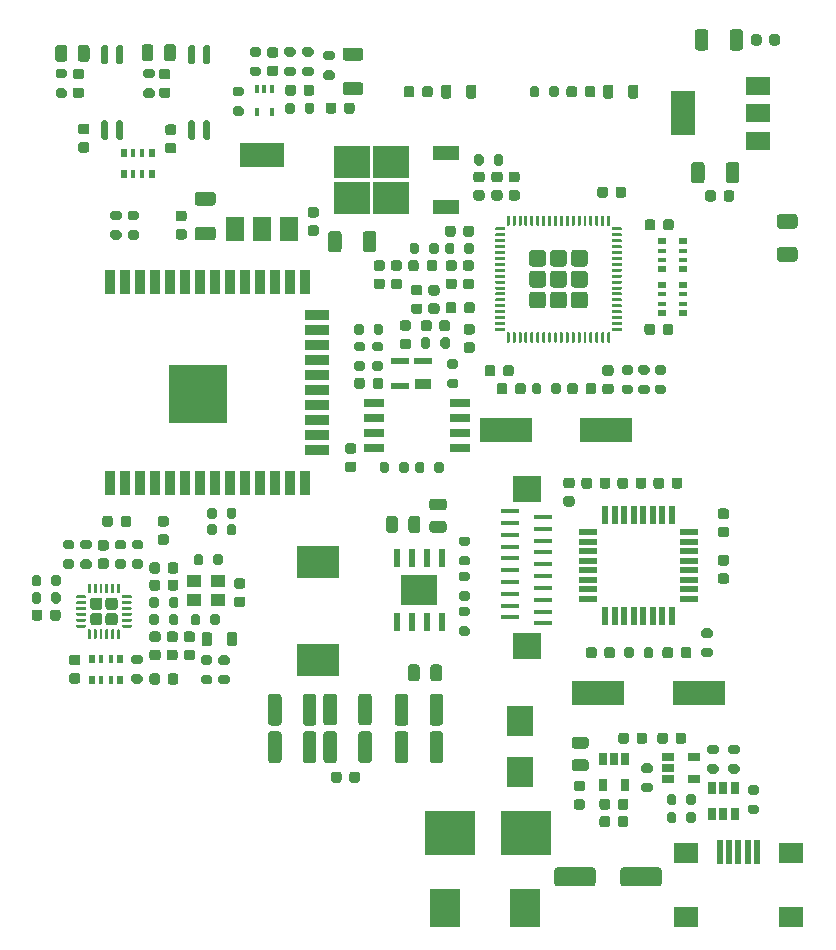
<source format=gbr>
G04 #@! TF.GenerationSoftware,KiCad,Pcbnew,(5.1.9)-1*
G04 #@! TF.CreationDate,2021-07-06T15:30:59+07:00*
G04 #@! TF.ProjectId,main2,6d61696e-322e-46b6-9963-61645f706362,rev?*
G04 #@! TF.SameCoordinates,Original*
G04 #@! TF.FileFunction,Paste,Top*
G04 #@! TF.FilePolarity,Positive*
%FSLAX46Y46*%
G04 Gerber Fmt 4.6, Leading zero omitted, Abs format (unit mm)*
G04 Created by KiCad (PCBNEW (5.1.9)-1) date 2021-07-06 15:30:59*
%MOMM*%
%LPD*%
G01*
G04 APERTURE LIST*
%ADD10R,2.400000X2.200000*%
%ADD11R,1.500000X0.400000*%
%ADD12R,0.500000X2.000000*%
%ADD13R,2.000000X1.700000*%
%ADD14R,0.650000X1.060000*%
%ADD15R,5.000000X5.000000*%
%ADD16R,0.900000X2.000000*%
%ADD17R,2.000000X0.900000*%
%ADD18R,3.800000X2.000000*%
%ADD19R,1.500000X2.000000*%
%ADD20R,1.600000X0.550000*%
%ADD21R,0.550000X1.600000*%
%ADD22R,1.060000X0.650000*%
%ADD23R,1.300000X1.100000*%
%ADD24R,4.500000X2.000000*%
%ADD25R,2.200000X1.200000*%
%ADD26R,3.050000X2.750000*%
%ADD27R,0.800000X0.500000*%
%ADD28R,0.800000X0.400000*%
%ADD29R,0.500000X0.800000*%
%ADD30R,0.400000X0.800000*%
%ADD31R,0.400000X0.650000*%
%ADD32R,1.587500X0.508000*%
%ADD33R,1.320800X0.889000*%
%ADD34R,2.000000X3.800000*%
%ADD35R,2.000000X1.500000*%
%ADD36R,2.500000X3.300000*%
%ADD37R,2.300000X2.500000*%
%ADD38R,3.600000X2.700000*%
%ADD39R,4.240000X3.810000*%
%ADD40R,0.600000X1.550000*%
%ADD41R,3.100000X2.600000*%
%ADD42R,1.700000X0.650000*%
G04 APERTURE END LIST*
G36*
G01*
X100035000Y-72012500D02*
X100035000Y-71887500D01*
G75*
G02*
X100097500Y-71825000I62500J0D01*
G01*
X100847500Y-71825000D01*
G75*
G02*
X100910000Y-71887500I0J-62500D01*
G01*
X100910000Y-72012500D01*
G75*
G02*
X100847500Y-72075000I-62500J0D01*
G01*
X100097500Y-72075000D01*
G75*
G02*
X100035000Y-72012500I0J62500D01*
G01*
G37*
G36*
G01*
X100035000Y-72512500D02*
X100035000Y-72387500D01*
G75*
G02*
X100097500Y-72325000I62500J0D01*
G01*
X100847500Y-72325000D01*
G75*
G02*
X100910000Y-72387500I0J-62500D01*
G01*
X100910000Y-72512500D01*
G75*
G02*
X100847500Y-72575000I-62500J0D01*
G01*
X100097500Y-72575000D01*
G75*
G02*
X100035000Y-72512500I0J62500D01*
G01*
G37*
G36*
G01*
X100035000Y-73012500D02*
X100035000Y-72887500D01*
G75*
G02*
X100097500Y-72825000I62500J0D01*
G01*
X100847500Y-72825000D01*
G75*
G02*
X100910000Y-72887500I0J-62500D01*
G01*
X100910000Y-73012500D01*
G75*
G02*
X100847500Y-73075000I-62500J0D01*
G01*
X100097500Y-73075000D01*
G75*
G02*
X100035000Y-73012500I0J62500D01*
G01*
G37*
G36*
G01*
X100035000Y-73512500D02*
X100035000Y-73387500D01*
G75*
G02*
X100097500Y-73325000I62500J0D01*
G01*
X100847500Y-73325000D01*
G75*
G02*
X100910000Y-73387500I0J-62500D01*
G01*
X100910000Y-73512500D01*
G75*
G02*
X100847500Y-73575000I-62500J0D01*
G01*
X100097500Y-73575000D01*
G75*
G02*
X100035000Y-73512500I0J62500D01*
G01*
G37*
G36*
G01*
X100035000Y-74012500D02*
X100035000Y-73887500D01*
G75*
G02*
X100097500Y-73825000I62500J0D01*
G01*
X100847500Y-73825000D01*
G75*
G02*
X100910000Y-73887500I0J-62500D01*
G01*
X100910000Y-74012500D01*
G75*
G02*
X100847500Y-74075000I-62500J0D01*
G01*
X100097500Y-74075000D01*
G75*
G02*
X100035000Y-74012500I0J62500D01*
G01*
G37*
G36*
G01*
X100035000Y-74512500D02*
X100035000Y-74387500D01*
G75*
G02*
X100097500Y-74325000I62500J0D01*
G01*
X100847500Y-74325000D01*
G75*
G02*
X100910000Y-74387500I0J-62500D01*
G01*
X100910000Y-74512500D01*
G75*
G02*
X100847500Y-74575000I-62500J0D01*
G01*
X100097500Y-74575000D01*
G75*
G02*
X100035000Y-74512500I0J62500D01*
G01*
G37*
G36*
G01*
X100035000Y-75012500D02*
X100035000Y-74887500D01*
G75*
G02*
X100097500Y-74825000I62500J0D01*
G01*
X100847500Y-74825000D01*
G75*
G02*
X100910000Y-74887500I0J-62500D01*
G01*
X100910000Y-75012500D01*
G75*
G02*
X100847500Y-75075000I-62500J0D01*
G01*
X100097500Y-75075000D01*
G75*
G02*
X100035000Y-75012500I0J62500D01*
G01*
G37*
G36*
G01*
X100035000Y-75512500D02*
X100035000Y-75387500D01*
G75*
G02*
X100097500Y-75325000I62500J0D01*
G01*
X100847500Y-75325000D01*
G75*
G02*
X100910000Y-75387500I0J-62500D01*
G01*
X100910000Y-75512500D01*
G75*
G02*
X100847500Y-75575000I-62500J0D01*
G01*
X100097500Y-75575000D01*
G75*
G02*
X100035000Y-75512500I0J62500D01*
G01*
G37*
G36*
G01*
X100035000Y-76012500D02*
X100035000Y-75887500D01*
G75*
G02*
X100097500Y-75825000I62500J0D01*
G01*
X100847500Y-75825000D01*
G75*
G02*
X100910000Y-75887500I0J-62500D01*
G01*
X100910000Y-76012500D01*
G75*
G02*
X100847500Y-76075000I-62500J0D01*
G01*
X100097500Y-76075000D01*
G75*
G02*
X100035000Y-76012500I0J62500D01*
G01*
G37*
G36*
G01*
X100035000Y-76512500D02*
X100035000Y-76387500D01*
G75*
G02*
X100097500Y-76325000I62500J0D01*
G01*
X100847500Y-76325000D01*
G75*
G02*
X100910000Y-76387500I0J-62500D01*
G01*
X100910000Y-76512500D01*
G75*
G02*
X100847500Y-76575000I-62500J0D01*
G01*
X100097500Y-76575000D01*
G75*
G02*
X100035000Y-76512500I0J62500D01*
G01*
G37*
G36*
G01*
X100035000Y-77012500D02*
X100035000Y-76887500D01*
G75*
G02*
X100097500Y-76825000I62500J0D01*
G01*
X100847500Y-76825000D01*
G75*
G02*
X100910000Y-76887500I0J-62500D01*
G01*
X100910000Y-77012500D01*
G75*
G02*
X100847500Y-77075000I-62500J0D01*
G01*
X100097500Y-77075000D01*
G75*
G02*
X100035000Y-77012500I0J62500D01*
G01*
G37*
G36*
G01*
X100035000Y-77512500D02*
X100035000Y-77387500D01*
G75*
G02*
X100097500Y-77325000I62500J0D01*
G01*
X100847500Y-77325000D01*
G75*
G02*
X100910000Y-77387500I0J-62500D01*
G01*
X100910000Y-77512500D01*
G75*
G02*
X100847500Y-77575000I-62500J0D01*
G01*
X100097500Y-77575000D01*
G75*
G02*
X100035000Y-77512500I0J62500D01*
G01*
G37*
G36*
G01*
X100035000Y-78012500D02*
X100035000Y-77887500D01*
G75*
G02*
X100097500Y-77825000I62500J0D01*
G01*
X100847500Y-77825000D01*
G75*
G02*
X100910000Y-77887500I0J-62500D01*
G01*
X100910000Y-78012500D01*
G75*
G02*
X100847500Y-78075000I-62500J0D01*
G01*
X100097500Y-78075000D01*
G75*
G02*
X100035000Y-78012500I0J62500D01*
G01*
G37*
G36*
G01*
X100035000Y-78512500D02*
X100035000Y-78387500D01*
G75*
G02*
X100097500Y-78325000I62500J0D01*
G01*
X100847500Y-78325000D01*
G75*
G02*
X100910000Y-78387500I0J-62500D01*
G01*
X100910000Y-78512500D01*
G75*
G02*
X100847500Y-78575000I-62500J0D01*
G01*
X100097500Y-78575000D01*
G75*
G02*
X100035000Y-78512500I0J62500D01*
G01*
G37*
G36*
G01*
X100035000Y-79012500D02*
X100035000Y-78887500D01*
G75*
G02*
X100097500Y-78825000I62500J0D01*
G01*
X100847500Y-78825000D01*
G75*
G02*
X100910000Y-78887500I0J-62500D01*
G01*
X100910000Y-79012500D01*
G75*
G02*
X100847500Y-79075000I-62500J0D01*
G01*
X100097500Y-79075000D01*
G75*
G02*
X100035000Y-79012500I0J62500D01*
G01*
G37*
G36*
G01*
X100035000Y-79512500D02*
X100035000Y-79387500D01*
G75*
G02*
X100097500Y-79325000I62500J0D01*
G01*
X100847500Y-79325000D01*
G75*
G02*
X100910000Y-79387500I0J-62500D01*
G01*
X100910000Y-79512500D01*
G75*
G02*
X100847500Y-79575000I-62500J0D01*
G01*
X100097500Y-79575000D01*
G75*
G02*
X100035000Y-79512500I0J62500D01*
G01*
G37*
G36*
G01*
X100035000Y-80012500D02*
X100035000Y-79887500D01*
G75*
G02*
X100097500Y-79825000I62500J0D01*
G01*
X100847500Y-79825000D01*
G75*
G02*
X100910000Y-79887500I0J-62500D01*
G01*
X100910000Y-80012500D01*
G75*
G02*
X100847500Y-80075000I-62500J0D01*
G01*
X100097500Y-80075000D01*
G75*
G02*
X100035000Y-80012500I0J62500D01*
G01*
G37*
G36*
G01*
X100035000Y-80512500D02*
X100035000Y-80387500D01*
G75*
G02*
X100097500Y-80325000I62500J0D01*
G01*
X100847500Y-80325000D01*
G75*
G02*
X100910000Y-80387500I0J-62500D01*
G01*
X100910000Y-80512500D01*
G75*
G02*
X100847500Y-80575000I-62500J0D01*
G01*
X100097500Y-80575000D01*
G75*
G02*
X100035000Y-80512500I0J62500D01*
G01*
G37*
G36*
G01*
X101035000Y-81512500D02*
X101035000Y-80762500D01*
G75*
G02*
X101097500Y-80700000I62500J0D01*
G01*
X101222500Y-80700000D01*
G75*
G02*
X101285000Y-80762500I0J-62500D01*
G01*
X101285000Y-81512500D01*
G75*
G02*
X101222500Y-81575000I-62500J0D01*
G01*
X101097500Y-81575000D01*
G75*
G02*
X101035000Y-81512500I0J62500D01*
G01*
G37*
G36*
G01*
X101535000Y-81512500D02*
X101535000Y-80762500D01*
G75*
G02*
X101597500Y-80700000I62500J0D01*
G01*
X101722500Y-80700000D01*
G75*
G02*
X101785000Y-80762500I0J-62500D01*
G01*
X101785000Y-81512500D01*
G75*
G02*
X101722500Y-81575000I-62500J0D01*
G01*
X101597500Y-81575000D01*
G75*
G02*
X101535000Y-81512500I0J62500D01*
G01*
G37*
G36*
G01*
X102035000Y-81512500D02*
X102035000Y-80762500D01*
G75*
G02*
X102097500Y-80700000I62500J0D01*
G01*
X102222500Y-80700000D01*
G75*
G02*
X102285000Y-80762500I0J-62500D01*
G01*
X102285000Y-81512500D01*
G75*
G02*
X102222500Y-81575000I-62500J0D01*
G01*
X102097500Y-81575000D01*
G75*
G02*
X102035000Y-81512500I0J62500D01*
G01*
G37*
G36*
G01*
X102535000Y-81512500D02*
X102535000Y-80762500D01*
G75*
G02*
X102597500Y-80700000I62500J0D01*
G01*
X102722500Y-80700000D01*
G75*
G02*
X102785000Y-80762500I0J-62500D01*
G01*
X102785000Y-81512500D01*
G75*
G02*
X102722500Y-81575000I-62500J0D01*
G01*
X102597500Y-81575000D01*
G75*
G02*
X102535000Y-81512500I0J62500D01*
G01*
G37*
G36*
G01*
X103035000Y-81512500D02*
X103035000Y-80762500D01*
G75*
G02*
X103097500Y-80700000I62500J0D01*
G01*
X103222500Y-80700000D01*
G75*
G02*
X103285000Y-80762500I0J-62500D01*
G01*
X103285000Y-81512500D01*
G75*
G02*
X103222500Y-81575000I-62500J0D01*
G01*
X103097500Y-81575000D01*
G75*
G02*
X103035000Y-81512500I0J62500D01*
G01*
G37*
G36*
G01*
X103535000Y-81512500D02*
X103535000Y-80762500D01*
G75*
G02*
X103597500Y-80700000I62500J0D01*
G01*
X103722500Y-80700000D01*
G75*
G02*
X103785000Y-80762500I0J-62500D01*
G01*
X103785000Y-81512500D01*
G75*
G02*
X103722500Y-81575000I-62500J0D01*
G01*
X103597500Y-81575000D01*
G75*
G02*
X103535000Y-81512500I0J62500D01*
G01*
G37*
G36*
G01*
X104035000Y-81512500D02*
X104035000Y-80762500D01*
G75*
G02*
X104097500Y-80700000I62500J0D01*
G01*
X104222500Y-80700000D01*
G75*
G02*
X104285000Y-80762500I0J-62500D01*
G01*
X104285000Y-81512500D01*
G75*
G02*
X104222500Y-81575000I-62500J0D01*
G01*
X104097500Y-81575000D01*
G75*
G02*
X104035000Y-81512500I0J62500D01*
G01*
G37*
G36*
G01*
X104535000Y-81512500D02*
X104535000Y-80762500D01*
G75*
G02*
X104597500Y-80700000I62500J0D01*
G01*
X104722500Y-80700000D01*
G75*
G02*
X104785000Y-80762500I0J-62500D01*
G01*
X104785000Y-81512500D01*
G75*
G02*
X104722500Y-81575000I-62500J0D01*
G01*
X104597500Y-81575000D01*
G75*
G02*
X104535000Y-81512500I0J62500D01*
G01*
G37*
G36*
G01*
X105035000Y-81512500D02*
X105035000Y-80762500D01*
G75*
G02*
X105097500Y-80700000I62500J0D01*
G01*
X105222500Y-80700000D01*
G75*
G02*
X105285000Y-80762500I0J-62500D01*
G01*
X105285000Y-81512500D01*
G75*
G02*
X105222500Y-81575000I-62500J0D01*
G01*
X105097500Y-81575000D01*
G75*
G02*
X105035000Y-81512500I0J62500D01*
G01*
G37*
G36*
G01*
X105535000Y-81512500D02*
X105535000Y-80762500D01*
G75*
G02*
X105597500Y-80700000I62500J0D01*
G01*
X105722500Y-80700000D01*
G75*
G02*
X105785000Y-80762500I0J-62500D01*
G01*
X105785000Y-81512500D01*
G75*
G02*
X105722500Y-81575000I-62500J0D01*
G01*
X105597500Y-81575000D01*
G75*
G02*
X105535000Y-81512500I0J62500D01*
G01*
G37*
G36*
G01*
X106035000Y-81512500D02*
X106035000Y-80762500D01*
G75*
G02*
X106097500Y-80700000I62500J0D01*
G01*
X106222500Y-80700000D01*
G75*
G02*
X106285000Y-80762500I0J-62500D01*
G01*
X106285000Y-81512500D01*
G75*
G02*
X106222500Y-81575000I-62500J0D01*
G01*
X106097500Y-81575000D01*
G75*
G02*
X106035000Y-81512500I0J62500D01*
G01*
G37*
G36*
G01*
X106535000Y-81512500D02*
X106535000Y-80762500D01*
G75*
G02*
X106597500Y-80700000I62500J0D01*
G01*
X106722500Y-80700000D01*
G75*
G02*
X106785000Y-80762500I0J-62500D01*
G01*
X106785000Y-81512500D01*
G75*
G02*
X106722500Y-81575000I-62500J0D01*
G01*
X106597500Y-81575000D01*
G75*
G02*
X106535000Y-81512500I0J62500D01*
G01*
G37*
G36*
G01*
X107035000Y-81512500D02*
X107035000Y-80762500D01*
G75*
G02*
X107097500Y-80700000I62500J0D01*
G01*
X107222500Y-80700000D01*
G75*
G02*
X107285000Y-80762500I0J-62500D01*
G01*
X107285000Y-81512500D01*
G75*
G02*
X107222500Y-81575000I-62500J0D01*
G01*
X107097500Y-81575000D01*
G75*
G02*
X107035000Y-81512500I0J62500D01*
G01*
G37*
G36*
G01*
X107535000Y-81512500D02*
X107535000Y-80762500D01*
G75*
G02*
X107597500Y-80700000I62500J0D01*
G01*
X107722500Y-80700000D01*
G75*
G02*
X107785000Y-80762500I0J-62500D01*
G01*
X107785000Y-81512500D01*
G75*
G02*
X107722500Y-81575000I-62500J0D01*
G01*
X107597500Y-81575000D01*
G75*
G02*
X107535000Y-81512500I0J62500D01*
G01*
G37*
G36*
G01*
X108035000Y-81512500D02*
X108035000Y-80762500D01*
G75*
G02*
X108097500Y-80700000I62500J0D01*
G01*
X108222500Y-80700000D01*
G75*
G02*
X108285000Y-80762500I0J-62500D01*
G01*
X108285000Y-81512500D01*
G75*
G02*
X108222500Y-81575000I-62500J0D01*
G01*
X108097500Y-81575000D01*
G75*
G02*
X108035000Y-81512500I0J62500D01*
G01*
G37*
G36*
G01*
X108535000Y-81512500D02*
X108535000Y-80762500D01*
G75*
G02*
X108597500Y-80700000I62500J0D01*
G01*
X108722500Y-80700000D01*
G75*
G02*
X108785000Y-80762500I0J-62500D01*
G01*
X108785000Y-81512500D01*
G75*
G02*
X108722500Y-81575000I-62500J0D01*
G01*
X108597500Y-81575000D01*
G75*
G02*
X108535000Y-81512500I0J62500D01*
G01*
G37*
G36*
G01*
X109035000Y-81512500D02*
X109035000Y-80762500D01*
G75*
G02*
X109097500Y-80700000I62500J0D01*
G01*
X109222500Y-80700000D01*
G75*
G02*
X109285000Y-80762500I0J-62500D01*
G01*
X109285000Y-81512500D01*
G75*
G02*
X109222500Y-81575000I-62500J0D01*
G01*
X109097500Y-81575000D01*
G75*
G02*
X109035000Y-81512500I0J62500D01*
G01*
G37*
G36*
G01*
X109535000Y-81512500D02*
X109535000Y-80762500D01*
G75*
G02*
X109597500Y-80700000I62500J0D01*
G01*
X109722500Y-80700000D01*
G75*
G02*
X109785000Y-80762500I0J-62500D01*
G01*
X109785000Y-81512500D01*
G75*
G02*
X109722500Y-81575000I-62500J0D01*
G01*
X109597500Y-81575000D01*
G75*
G02*
X109535000Y-81512500I0J62500D01*
G01*
G37*
G36*
G01*
X109910000Y-80512500D02*
X109910000Y-80387500D01*
G75*
G02*
X109972500Y-80325000I62500J0D01*
G01*
X110722500Y-80325000D01*
G75*
G02*
X110785000Y-80387500I0J-62500D01*
G01*
X110785000Y-80512500D01*
G75*
G02*
X110722500Y-80575000I-62500J0D01*
G01*
X109972500Y-80575000D01*
G75*
G02*
X109910000Y-80512500I0J62500D01*
G01*
G37*
G36*
G01*
X109910000Y-80012500D02*
X109910000Y-79887500D01*
G75*
G02*
X109972500Y-79825000I62500J0D01*
G01*
X110722500Y-79825000D01*
G75*
G02*
X110785000Y-79887500I0J-62500D01*
G01*
X110785000Y-80012500D01*
G75*
G02*
X110722500Y-80075000I-62500J0D01*
G01*
X109972500Y-80075000D01*
G75*
G02*
X109910000Y-80012500I0J62500D01*
G01*
G37*
G36*
G01*
X109910000Y-79512500D02*
X109910000Y-79387500D01*
G75*
G02*
X109972500Y-79325000I62500J0D01*
G01*
X110722500Y-79325000D01*
G75*
G02*
X110785000Y-79387500I0J-62500D01*
G01*
X110785000Y-79512500D01*
G75*
G02*
X110722500Y-79575000I-62500J0D01*
G01*
X109972500Y-79575000D01*
G75*
G02*
X109910000Y-79512500I0J62500D01*
G01*
G37*
G36*
G01*
X109910000Y-79012500D02*
X109910000Y-78887500D01*
G75*
G02*
X109972500Y-78825000I62500J0D01*
G01*
X110722500Y-78825000D01*
G75*
G02*
X110785000Y-78887500I0J-62500D01*
G01*
X110785000Y-79012500D01*
G75*
G02*
X110722500Y-79075000I-62500J0D01*
G01*
X109972500Y-79075000D01*
G75*
G02*
X109910000Y-79012500I0J62500D01*
G01*
G37*
G36*
G01*
X109910000Y-78512500D02*
X109910000Y-78387500D01*
G75*
G02*
X109972500Y-78325000I62500J0D01*
G01*
X110722500Y-78325000D01*
G75*
G02*
X110785000Y-78387500I0J-62500D01*
G01*
X110785000Y-78512500D01*
G75*
G02*
X110722500Y-78575000I-62500J0D01*
G01*
X109972500Y-78575000D01*
G75*
G02*
X109910000Y-78512500I0J62500D01*
G01*
G37*
G36*
G01*
X109910000Y-78012500D02*
X109910000Y-77887500D01*
G75*
G02*
X109972500Y-77825000I62500J0D01*
G01*
X110722500Y-77825000D01*
G75*
G02*
X110785000Y-77887500I0J-62500D01*
G01*
X110785000Y-78012500D01*
G75*
G02*
X110722500Y-78075000I-62500J0D01*
G01*
X109972500Y-78075000D01*
G75*
G02*
X109910000Y-78012500I0J62500D01*
G01*
G37*
G36*
G01*
X109910000Y-77512500D02*
X109910000Y-77387500D01*
G75*
G02*
X109972500Y-77325000I62500J0D01*
G01*
X110722500Y-77325000D01*
G75*
G02*
X110785000Y-77387500I0J-62500D01*
G01*
X110785000Y-77512500D01*
G75*
G02*
X110722500Y-77575000I-62500J0D01*
G01*
X109972500Y-77575000D01*
G75*
G02*
X109910000Y-77512500I0J62500D01*
G01*
G37*
G36*
G01*
X109910000Y-77012500D02*
X109910000Y-76887500D01*
G75*
G02*
X109972500Y-76825000I62500J0D01*
G01*
X110722500Y-76825000D01*
G75*
G02*
X110785000Y-76887500I0J-62500D01*
G01*
X110785000Y-77012500D01*
G75*
G02*
X110722500Y-77075000I-62500J0D01*
G01*
X109972500Y-77075000D01*
G75*
G02*
X109910000Y-77012500I0J62500D01*
G01*
G37*
G36*
G01*
X109910000Y-76512500D02*
X109910000Y-76387500D01*
G75*
G02*
X109972500Y-76325000I62500J0D01*
G01*
X110722500Y-76325000D01*
G75*
G02*
X110785000Y-76387500I0J-62500D01*
G01*
X110785000Y-76512500D01*
G75*
G02*
X110722500Y-76575000I-62500J0D01*
G01*
X109972500Y-76575000D01*
G75*
G02*
X109910000Y-76512500I0J62500D01*
G01*
G37*
G36*
G01*
X109910000Y-76012500D02*
X109910000Y-75887500D01*
G75*
G02*
X109972500Y-75825000I62500J0D01*
G01*
X110722500Y-75825000D01*
G75*
G02*
X110785000Y-75887500I0J-62500D01*
G01*
X110785000Y-76012500D01*
G75*
G02*
X110722500Y-76075000I-62500J0D01*
G01*
X109972500Y-76075000D01*
G75*
G02*
X109910000Y-76012500I0J62500D01*
G01*
G37*
G36*
G01*
X109910000Y-75512500D02*
X109910000Y-75387500D01*
G75*
G02*
X109972500Y-75325000I62500J0D01*
G01*
X110722500Y-75325000D01*
G75*
G02*
X110785000Y-75387500I0J-62500D01*
G01*
X110785000Y-75512500D01*
G75*
G02*
X110722500Y-75575000I-62500J0D01*
G01*
X109972500Y-75575000D01*
G75*
G02*
X109910000Y-75512500I0J62500D01*
G01*
G37*
G36*
G01*
X109910000Y-75012500D02*
X109910000Y-74887500D01*
G75*
G02*
X109972500Y-74825000I62500J0D01*
G01*
X110722500Y-74825000D01*
G75*
G02*
X110785000Y-74887500I0J-62500D01*
G01*
X110785000Y-75012500D01*
G75*
G02*
X110722500Y-75075000I-62500J0D01*
G01*
X109972500Y-75075000D01*
G75*
G02*
X109910000Y-75012500I0J62500D01*
G01*
G37*
G36*
G01*
X109910000Y-74512500D02*
X109910000Y-74387500D01*
G75*
G02*
X109972500Y-74325000I62500J0D01*
G01*
X110722500Y-74325000D01*
G75*
G02*
X110785000Y-74387500I0J-62500D01*
G01*
X110785000Y-74512500D01*
G75*
G02*
X110722500Y-74575000I-62500J0D01*
G01*
X109972500Y-74575000D01*
G75*
G02*
X109910000Y-74512500I0J62500D01*
G01*
G37*
G36*
G01*
X109910000Y-74012500D02*
X109910000Y-73887500D01*
G75*
G02*
X109972500Y-73825000I62500J0D01*
G01*
X110722500Y-73825000D01*
G75*
G02*
X110785000Y-73887500I0J-62500D01*
G01*
X110785000Y-74012500D01*
G75*
G02*
X110722500Y-74075000I-62500J0D01*
G01*
X109972500Y-74075000D01*
G75*
G02*
X109910000Y-74012500I0J62500D01*
G01*
G37*
G36*
G01*
X109910000Y-73512500D02*
X109910000Y-73387500D01*
G75*
G02*
X109972500Y-73325000I62500J0D01*
G01*
X110722500Y-73325000D01*
G75*
G02*
X110785000Y-73387500I0J-62500D01*
G01*
X110785000Y-73512500D01*
G75*
G02*
X110722500Y-73575000I-62500J0D01*
G01*
X109972500Y-73575000D01*
G75*
G02*
X109910000Y-73512500I0J62500D01*
G01*
G37*
G36*
G01*
X109910000Y-73012500D02*
X109910000Y-72887500D01*
G75*
G02*
X109972500Y-72825000I62500J0D01*
G01*
X110722500Y-72825000D01*
G75*
G02*
X110785000Y-72887500I0J-62500D01*
G01*
X110785000Y-73012500D01*
G75*
G02*
X110722500Y-73075000I-62500J0D01*
G01*
X109972500Y-73075000D01*
G75*
G02*
X109910000Y-73012500I0J62500D01*
G01*
G37*
G36*
G01*
X109910000Y-72512500D02*
X109910000Y-72387500D01*
G75*
G02*
X109972500Y-72325000I62500J0D01*
G01*
X110722500Y-72325000D01*
G75*
G02*
X110785000Y-72387500I0J-62500D01*
G01*
X110785000Y-72512500D01*
G75*
G02*
X110722500Y-72575000I-62500J0D01*
G01*
X109972500Y-72575000D01*
G75*
G02*
X109910000Y-72512500I0J62500D01*
G01*
G37*
G36*
G01*
X109910000Y-72012500D02*
X109910000Y-71887500D01*
G75*
G02*
X109972500Y-71825000I62500J0D01*
G01*
X110722500Y-71825000D01*
G75*
G02*
X110785000Y-71887500I0J-62500D01*
G01*
X110785000Y-72012500D01*
G75*
G02*
X110722500Y-72075000I-62500J0D01*
G01*
X109972500Y-72075000D01*
G75*
G02*
X109910000Y-72012500I0J62500D01*
G01*
G37*
G36*
G01*
X109535000Y-71637500D02*
X109535000Y-70887500D01*
G75*
G02*
X109597500Y-70825000I62500J0D01*
G01*
X109722500Y-70825000D01*
G75*
G02*
X109785000Y-70887500I0J-62500D01*
G01*
X109785000Y-71637500D01*
G75*
G02*
X109722500Y-71700000I-62500J0D01*
G01*
X109597500Y-71700000D01*
G75*
G02*
X109535000Y-71637500I0J62500D01*
G01*
G37*
G36*
G01*
X109035000Y-71637500D02*
X109035000Y-70887500D01*
G75*
G02*
X109097500Y-70825000I62500J0D01*
G01*
X109222500Y-70825000D01*
G75*
G02*
X109285000Y-70887500I0J-62500D01*
G01*
X109285000Y-71637500D01*
G75*
G02*
X109222500Y-71700000I-62500J0D01*
G01*
X109097500Y-71700000D01*
G75*
G02*
X109035000Y-71637500I0J62500D01*
G01*
G37*
G36*
G01*
X108535000Y-71637500D02*
X108535000Y-70887500D01*
G75*
G02*
X108597500Y-70825000I62500J0D01*
G01*
X108722500Y-70825000D01*
G75*
G02*
X108785000Y-70887500I0J-62500D01*
G01*
X108785000Y-71637500D01*
G75*
G02*
X108722500Y-71700000I-62500J0D01*
G01*
X108597500Y-71700000D01*
G75*
G02*
X108535000Y-71637500I0J62500D01*
G01*
G37*
G36*
G01*
X108035000Y-71637500D02*
X108035000Y-70887500D01*
G75*
G02*
X108097500Y-70825000I62500J0D01*
G01*
X108222500Y-70825000D01*
G75*
G02*
X108285000Y-70887500I0J-62500D01*
G01*
X108285000Y-71637500D01*
G75*
G02*
X108222500Y-71700000I-62500J0D01*
G01*
X108097500Y-71700000D01*
G75*
G02*
X108035000Y-71637500I0J62500D01*
G01*
G37*
G36*
G01*
X107535000Y-71637500D02*
X107535000Y-70887500D01*
G75*
G02*
X107597500Y-70825000I62500J0D01*
G01*
X107722500Y-70825000D01*
G75*
G02*
X107785000Y-70887500I0J-62500D01*
G01*
X107785000Y-71637500D01*
G75*
G02*
X107722500Y-71700000I-62500J0D01*
G01*
X107597500Y-71700000D01*
G75*
G02*
X107535000Y-71637500I0J62500D01*
G01*
G37*
G36*
G01*
X107035000Y-71637500D02*
X107035000Y-70887500D01*
G75*
G02*
X107097500Y-70825000I62500J0D01*
G01*
X107222500Y-70825000D01*
G75*
G02*
X107285000Y-70887500I0J-62500D01*
G01*
X107285000Y-71637500D01*
G75*
G02*
X107222500Y-71700000I-62500J0D01*
G01*
X107097500Y-71700000D01*
G75*
G02*
X107035000Y-71637500I0J62500D01*
G01*
G37*
G36*
G01*
X106535000Y-71637500D02*
X106535000Y-70887500D01*
G75*
G02*
X106597500Y-70825000I62500J0D01*
G01*
X106722500Y-70825000D01*
G75*
G02*
X106785000Y-70887500I0J-62500D01*
G01*
X106785000Y-71637500D01*
G75*
G02*
X106722500Y-71700000I-62500J0D01*
G01*
X106597500Y-71700000D01*
G75*
G02*
X106535000Y-71637500I0J62500D01*
G01*
G37*
G36*
G01*
X106035000Y-71637500D02*
X106035000Y-70887500D01*
G75*
G02*
X106097500Y-70825000I62500J0D01*
G01*
X106222500Y-70825000D01*
G75*
G02*
X106285000Y-70887500I0J-62500D01*
G01*
X106285000Y-71637500D01*
G75*
G02*
X106222500Y-71700000I-62500J0D01*
G01*
X106097500Y-71700000D01*
G75*
G02*
X106035000Y-71637500I0J62500D01*
G01*
G37*
G36*
G01*
X105535000Y-71637500D02*
X105535000Y-70887500D01*
G75*
G02*
X105597500Y-70825000I62500J0D01*
G01*
X105722500Y-70825000D01*
G75*
G02*
X105785000Y-70887500I0J-62500D01*
G01*
X105785000Y-71637500D01*
G75*
G02*
X105722500Y-71700000I-62500J0D01*
G01*
X105597500Y-71700000D01*
G75*
G02*
X105535000Y-71637500I0J62500D01*
G01*
G37*
G36*
G01*
X105035000Y-71637500D02*
X105035000Y-70887500D01*
G75*
G02*
X105097500Y-70825000I62500J0D01*
G01*
X105222500Y-70825000D01*
G75*
G02*
X105285000Y-70887500I0J-62500D01*
G01*
X105285000Y-71637500D01*
G75*
G02*
X105222500Y-71700000I-62500J0D01*
G01*
X105097500Y-71700000D01*
G75*
G02*
X105035000Y-71637500I0J62500D01*
G01*
G37*
G36*
G01*
X104535000Y-71637500D02*
X104535000Y-70887500D01*
G75*
G02*
X104597500Y-70825000I62500J0D01*
G01*
X104722500Y-70825000D01*
G75*
G02*
X104785000Y-70887500I0J-62500D01*
G01*
X104785000Y-71637500D01*
G75*
G02*
X104722500Y-71700000I-62500J0D01*
G01*
X104597500Y-71700000D01*
G75*
G02*
X104535000Y-71637500I0J62500D01*
G01*
G37*
G36*
G01*
X104035000Y-71637500D02*
X104035000Y-70887500D01*
G75*
G02*
X104097500Y-70825000I62500J0D01*
G01*
X104222500Y-70825000D01*
G75*
G02*
X104285000Y-70887500I0J-62500D01*
G01*
X104285000Y-71637500D01*
G75*
G02*
X104222500Y-71700000I-62500J0D01*
G01*
X104097500Y-71700000D01*
G75*
G02*
X104035000Y-71637500I0J62500D01*
G01*
G37*
G36*
G01*
X103535000Y-71637500D02*
X103535000Y-70887500D01*
G75*
G02*
X103597500Y-70825000I62500J0D01*
G01*
X103722500Y-70825000D01*
G75*
G02*
X103785000Y-70887500I0J-62500D01*
G01*
X103785000Y-71637500D01*
G75*
G02*
X103722500Y-71700000I-62500J0D01*
G01*
X103597500Y-71700000D01*
G75*
G02*
X103535000Y-71637500I0J62500D01*
G01*
G37*
G36*
G01*
X103035000Y-71637500D02*
X103035000Y-70887500D01*
G75*
G02*
X103097500Y-70825000I62500J0D01*
G01*
X103222500Y-70825000D01*
G75*
G02*
X103285000Y-70887500I0J-62500D01*
G01*
X103285000Y-71637500D01*
G75*
G02*
X103222500Y-71700000I-62500J0D01*
G01*
X103097500Y-71700000D01*
G75*
G02*
X103035000Y-71637500I0J62500D01*
G01*
G37*
G36*
G01*
X102535000Y-71637500D02*
X102535000Y-70887500D01*
G75*
G02*
X102597500Y-70825000I62500J0D01*
G01*
X102722500Y-70825000D01*
G75*
G02*
X102785000Y-70887500I0J-62500D01*
G01*
X102785000Y-71637500D01*
G75*
G02*
X102722500Y-71700000I-62500J0D01*
G01*
X102597500Y-71700000D01*
G75*
G02*
X102535000Y-71637500I0J62500D01*
G01*
G37*
G36*
G01*
X102035000Y-71637500D02*
X102035000Y-70887500D01*
G75*
G02*
X102097500Y-70825000I62500J0D01*
G01*
X102222500Y-70825000D01*
G75*
G02*
X102285000Y-70887500I0J-62500D01*
G01*
X102285000Y-71637500D01*
G75*
G02*
X102222500Y-71700000I-62500J0D01*
G01*
X102097500Y-71700000D01*
G75*
G02*
X102035000Y-71637500I0J62500D01*
G01*
G37*
G36*
G01*
X101535000Y-71637500D02*
X101535000Y-70887500D01*
G75*
G02*
X101597500Y-70825000I62500J0D01*
G01*
X101722500Y-70825000D01*
G75*
G02*
X101785000Y-70887500I0J-62500D01*
G01*
X101785000Y-71637500D01*
G75*
G02*
X101722500Y-71700000I-62500J0D01*
G01*
X101597500Y-71700000D01*
G75*
G02*
X101535000Y-71637500I0J62500D01*
G01*
G37*
G36*
G01*
X101035000Y-71637500D02*
X101035000Y-70887500D01*
G75*
G02*
X101097500Y-70825000I62500J0D01*
G01*
X101222500Y-70825000D01*
G75*
G02*
X101285000Y-70887500I0J-62500D01*
G01*
X101285000Y-71637500D01*
G75*
G02*
X101222500Y-71700000I-62500J0D01*
G01*
X101097500Y-71700000D01*
G75*
G02*
X101035000Y-71637500I0J62500D01*
G01*
G37*
G36*
G01*
X102930000Y-74890001D02*
X102930000Y-73969999D01*
G75*
G02*
X103179999Y-73720000I249999J0D01*
G01*
X104100001Y-73720000D01*
G75*
G02*
X104350000Y-73969999I0J-249999D01*
G01*
X104350000Y-74890001D01*
G75*
G02*
X104100001Y-75140000I-249999J0D01*
G01*
X103179999Y-75140000D01*
G75*
G02*
X102930000Y-74890001I0J249999D01*
G01*
G37*
G36*
G01*
X102930000Y-76660001D02*
X102930000Y-75739999D01*
G75*
G02*
X103179999Y-75490000I249999J0D01*
G01*
X104100001Y-75490000D01*
G75*
G02*
X104350000Y-75739999I0J-249999D01*
G01*
X104350000Y-76660001D01*
G75*
G02*
X104100001Y-76910000I-249999J0D01*
G01*
X103179999Y-76910000D01*
G75*
G02*
X102930000Y-76660001I0J249999D01*
G01*
G37*
G36*
G01*
X102930000Y-78430001D02*
X102930000Y-77509999D01*
G75*
G02*
X103179999Y-77260000I249999J0D01*
G01*
X104100001Y-77260000D01*
G75*
G02*
X104350000Y-77509999I0J-249999D01*
G01*
X104350000Y-78430001D01*
G75*
G02*
X104100001Y-78680000I-249999J0D01*
G01*
X103179999Y-78680000D01*
G75*
G02*
X102930000Y-78430001I0J249999D01*
G01*
G37*
G36*
G01*
X104700000Y-74890001D02*
X104700000Y-73969999D01*
G75*
G02*
X104949999Y-73720000I249999J0D01*
G01*
X105870001Y-73720000D01*
G75*
G02*
X106120000Y-73969999I0J-249999D01*
G01*
X106120000Y-74890001D01*
G75*
G02*
X105870001Y-75140000I-249999J0D01*
G01*
X104949999Y-75140000D01*
G75*
G02*
X104700000Y-74890001I0J249999D01*
G01*
G37*
G36*
G01*
X104700000Y-76660001D02*
X104700000Y-75739999D01*
G75*
G02*
X104949999Y-75490000I249999J0D01*
G01*
X105870001Y-75490000D01*
G75*
G02*
X106120000Y-75739999I0J-249999D01*
G01*
X106120000Y-76660001D01*
G75*
G02*
X105870001Y-76910000I-249999J0D01*
G01*
X104949999Y-76910000D01*
G75*
G02*
X104700000Y-76660001I0J249999D01*
G01*
G37*
G36*
G01*
X104700000Y-78430001D02*
X104700000Y-77509999D01*
G75*
G02*
X104949999Y-77260000I249999J0D01*
G01*
X105870001Y-77260000D01*
G75*
G02*
X106120000Y-77509999I0J-249999D01*
G01*
X106120000Y-78430001D01*
G75*
G02*
X105870001Y-78680000I-249999J0D01*
G01*
X104949999Y-78680000D01*
G75*
G02*
X104700000Y-78430001I0J249999D01*
G01*
G37*
G36*
G01*
X106470000Y-74890001D02*
X106470000Y-73969999D01*
G75*
G02*
X106719999Y-73720000I249999J0D01*
G01*
X107640001Y-73720000D01*
G75*
G02*
X107890000Y-73969999I0J-249999D01*
G01*
X107890000Y-74890001D01*
G75*
G02*
X107640001Y-75140000I-249999J0D01*
G01*
X106719999Y-75140000D01*
G75*
G02*
X106470000Y-74890001I0J249999D01*
G01*
G37*
G36*
G01*
X106470000Y-76660001D02*
X106470000Y-75739999D01*
G75*
G02*
X106719999Y-75490000I249999J0D01*
G01*
X107640001Y-75490000D01*
G75*
G02*
X107890000Y-75739999I0J-249999D01*
G01*
X107890000Y-76660001D01*
G75*
G02*
X107640001Y-76910000I-249999J0D01*
G01*
X106719999Y-76910000D01*
G75*
G02*
X106470000Y-76660001I0J249999D01*
G01*
G37*
G36*
G01*
X106470000Y-78430001D02*
X106470000Y-77509999D01*
G75*
G02*
X106719999Y-77260000I249999J0D01*
G01*
X107640001Y-77260000D01*
G75*
G02*
X107890000Y-77509999I0J-249999D01*
G01*
X107890000Y-78430001D01*
G75*
G02*
X107640001Y-78680000I-249999J0D01*
G01*
X106719999Y-78680000D01*
G75*
G02*
X106470000Y-78430001I0J249999D01*
G01*
G37*
D10*
X102712520Y-107254040D03*
X102717600Y-93939360D03*
D11*
X104112520Y-97339720D03*
X101312520Y-97839720D03*
X104112520Y-98339720D03*
X101312520Y-96839720D03*
X104112520Y-99339720D03*
X101312520Y-95839720D03*
X101312520Y-99839720D03*
X101312520Y-98839720D03*
X104112520Y-96339720D03*
X104112520Y-100339720D03*
X104112520Y-105340980D03*
X104112520Y-101340980D03*
X101312520Y-103840980D03*
X101312520Y-104840980D03*
X101312520Y-100840980D03*
X104112520Y-104340980D03*
X101312520Y-101840980D03*
X104112520Y-103340980D03*
X101312520Y-102840980D03*
X104112520Y-102340980D03*
G36*
G01*
X65464500Y-65487000D02*
X64964500Y-65487000D01*
G75*
G02*
X64739500Y-65262000I0J225000D01*
G01*
X64739500Y-64812000D01*
G75*
G02*
X64964500Y-64587000I225000J0D01*
G01*
X65464500Y-64587000D01*
G75*
G02*
X65689500Y-64812000I0J-225000D01*
G01*
X65689500Y-65262000D01*
G75*
G02*
X65464500Y-65487000I-225000J0D01*
G01*
G37*
G36*
G01*
X65464500Y-63937000D02*
X64964500Y-63937000D01*
G75*
G02*
X64739500Y-63712000I0J225000D01*
G01*
X64739500Y-63262000D01*
G75*
G02*
X64964500Y-63037000I225000J0D01*
G01*
X65464500Y-63037000D01*
G75*
G02*
X65689500Y-63262000I0J-225000D01*
G01*
X65689500Y-63712000D01*
G75*
G02*
X65464500Y-63937000I-225000J0D01*
G01*
G37*
G36*
G01*
X72830500Y-65550500D02*
X72330500Y-65550500D01*
G75*
G02*
X72105500Y-65325500I0J225000D01*
G01*
X72105500Y-64875500D01*
G75*
G02*
X72330500Y-64650500I225000J0D01*
G01*
X72830500Y-64650500D01*
G75*
G02*
X73055500Y-64875500I0J-225000D01*
G01*
X73055500Y-65325500D01*
G75*
G02*
X72830500Y-65550500I-225000J0D01*
G01*
G37*
G36*
G01*
X72830500Y-64000500D02*
X72330500Y-64000500D01*
G75*
G02*
X72105500Y-63775500I0J225000D01*
G01*
X72105500Y-63325500D01*
G75*
G02*
X72330500Y-63100500I225000J0D01*
G01*
X72830500Y-63100500D01*
G75*
G02*
X73055500Y-63325500I0J-225000D01*
G01*
X73055500Y-63775500D01*
G75*
G02*
X72830500Y-64000500I-225000J0D01*
G01*
G37*
G36*
G01*
X112021500Y-115312000D02*
X112021500Y-114812000D01*
G75*
G02*
X112246500Y-114587000I225000J0D01*
G01*
X112696500Y-114587000D01*
G75*
G02*
X112921500Y-114812000I0J-225000D01*
G01*
X112921500Y-115312000D01*
G75*
G02*
X112696500Y-115537000I-225000J0D01*
G01*
X112246500Y-115537000D01*
G75*
G02*
X112021500Y-115312000I0J225000D01*
G01*
G37*
G36*
G01*
X110471500Y-115312000D02*
X110471500Y-114812000D01*
G75*
G02*
X110696500Y-114587000I225000J0D01*
G01*
X111146500Y-114587000D01*
G75*
G02*
X111371500Y-114812000I0J-225000D01*
G01*
X111371500Y-115312000D01*
G75*
G02*
X111146500Y-115537000I-225000J0D01*
G01*
X110696500Y-115537000D01*
G75*
G02*
X110471500Y-115312000I0J225000D01*
G01*
G37*
G36*
G01*
X106938000Y-118675700D02*
X107438000Y-118675700D01*
G75*
G02*
X107663000Y-118900700I0J-225000D01*
G01*
X107663000Y-119350700D01*
G75*
G02*
X107438000Y-119575700I-225000J0D01*
G01*
X106938000Y-119575700D01*
G75*
G02*
X106713000Y-119350700I0J225000D01*
G01*
X106713000Y-118900700D01*
G75*
G02*
X106938000Y-118675700I225000J0D01*
G01*
G37*
G36*
G01*
X106938000Y-120225700D02*
X107438000Y-120225700D01*
G75*
G02*
X107663000Y-120450700I0J-225000D01*
G01*
X107663000Y-120900700D01*
G75*
G02*
X107438000Y-121125700I-225000J0D01*
G01*
X106938000Y-121125700D01*
G75*
G02*
X106713000Y-120900700I0J225000D01*
G01*
X106713000Y-120450700D01*
G75*
G02*
X106938000Y-120225700I225000J0D01*
G01*
G37*
G36*
G01*
X111334000Y-121873200D02*
X111334000Y-122373200D01*
G75*
G02*
X111109000Y-122598200I-225000J0D01*
G01*
X110659000Y-122598200D01*
G75*
G02*
X110434000Y-122373200I0J225000D01*
G01*
X110434000Y-121873200D01*
G75*
G02*
X110659000Y-121648200I225000J0D01*
G01*
X111109000Y-121648200D01*
G75*
G02*
X111334000Y-121873200I0J-225000D01*
G01*
G37*
G36*
G01*
X109784000Y-121873200D02*
X109784000Y-122373200D01*
G75*
G02*
X109559000Y-122598200I-225000J0D01*
G01*
X109109000Y-122598200D01*
G75*
G02*
X108884000Y-122373200I0J225000D01*
G01*
X108884000Y-121873200D01*
G75*
G02*
X109109000Y-121648200I225000J0D01*
G01*
X109559000Y-121648200D01*
G75*
G02*
X109784000Y-121873200I0J-225000D01*
G01*
G37*
G36*
G01*
X111334000Y-120412700D02*
X111334000Y-120912700D01*
G75*
G02*
X111109000Y-121137700I-225000J0D01*
G01*
X110659000Y-121137700D01*
G75*
G02*
X110434000Y-120912700I0J225000D01*
G01*
X110434000Y-120412700D01*
G75*
G02*
X110659000Y-120187700I225000J0D01*
G01*
X111109000Y-120187700D01*
G75*
G02*
X111334000Y-120412700I0J-225000D01*
G01*
G37*
G36*
G01*
X109784000Y-120412700D02*
X109784000Y-120912700D01*
G75*
G02*
X109559000Y-121137700I-225000J0D01*
G01*
X109109000Y-121137700D01*
G75*
G02*
X108884000Y-120912700I0J225000D01*
G01*
X108884000Y-120412700D01*
G75*
G02*
X109109000Y-120187700I225000J0D01*
G01*
X109559000Y-120187700D01*
G75*
G02*
X109784000Y-120412700I0J-225000D01*
G01*
G37*
G36*
G01*
X69233500Y-96460500D02*
X69233500Y-96960500D01*
G75*
G02*
X69008500Y-97185500I-225000J0D01*
G01*
X68558500Y-97185500D01*
G75*
G02*
X68333500Y-96960500I0J225000D01*
G01*
X68333500Y-96460500D01*
G75*
G02*
X68558500Y-96235500I225000J0D01*
G01*
X69008500Y-96235500D01*
G75*
G02*
X69233500Y-96460500I0J-225000D01*
G01*
G37*
G36*
G01*
X67683500Y-96460500D02*
X67683500Y-96960500D01*
G75*
G02*
X67458500Y-97185500I-225000J0D01*
G01*
X67008500Y-97185500D01*
G75*
G02*
X66783500Y-96960500I0J225000D01*
G01*
X66783500Y-96460500D01*
G75*
G02*
X67008500Y-96235500I225000J0D01*
G01*
X67458500Y-96235500D01*
G75*
G02*
X67683500Y-96460500I0J-225000D01*
G01*
G37*
G36*
G01*
X71695500Y-97797500D02*
X72195500Y-97797500D01*
G75*
G02*
X72420500Y-98022500I0J-225000D01*
G01*
X72420500Y-98472500D01*
G75*
G02*
X72195500Y-98697500I-225000J0D01*
G01*
X71695500Y-98697500D01*
G75*
G02*
X71470500Y-98472500I0J225000D01*
G01*
X71470500Y-98022500D01*
G75*
G02*
X71695500Y-97797500I225000J0D01*
G01*
G37*
G36*
G01*
X71695500Y-96247500D02*
X72195500Y-96247500D01*
G75*
G02*
X72420500Y-96472500I0J-225000D01*
G01*
X72420500Y-96922500D01*
G75*
G02*
X72195500Y-97147500I-225000J0D01*
G01*
X71695500Y-97147500D01*
G75*
G02*
X71470500Y-96922500I0J225000D01*
G01*
X71470500Y-96472500D01*
G75*
G02*
X71695500Y-96247500I225000J0D01*
G01*
G37*
G36*
G01*
X78672500Y-102418000D02*
X78172500Y-102418000D01*
G75*
G02*
X77947500Y-102193000I0J225000D01*
G01*
X77947500Y-101743000D01*
G75*
G02*
X78172500Y-101518000I225000J0D01*
G01*
X78672500Y-101518000D01*
G75*
G02*
X78897500Y-101743000I0J-225000D01*
G01*
X78897500Y-102193000D01*
G75*
G02*
X78672500Y-102418000I-225000J0D01*
G01*
G37*
G36*
G01*
X78672500Y-103968000D02*
X78172500Y-103968000D01*
G75*
G02*
X77947500Y-103743000I0J225000D01*
G01*
X77947500Y-103293000D01*
G75*
G02*
X78172500Y-103068000I225000J0D01*
G01*
X78672500Y-103068000D01*
G75*
G02*
X78897500Y-103293000I0J-225000D01*
G01*
X78897500Y-103743000D01*
G75*
G02*
X78672500Y-103968000I-225000J0D01*
G01*
G37*
G36*
G01*
X63264500Y-104398000D02*
X63264500Y-104898000D01*
G75*
G02*
X63039500Y-105123000I-225000J0D01*
G01*
X62589500Y-105123000D01*
G75*
G02*
X62364500Y-104898000I0J225000D01*
G01*
X62364500Y-104398000D01*
G75*
G02*
X62589500Y-104173000I225000J0D01*
G01*
X63039500Y-104173000D01*
G75*
G02*
X63264500Y-104398000I0J-225000D01*
G01*
G37*
G36*
G01*
X61714500Y-104398000D02*
X61714500Y-104898000D01*
G75*
G02*
X61489500Y-105123000I-225000J0D01*
G01*
X61039500Y-105123000D01*
G75*
G02*
X60814500Y-104898000I0J225000D01*
G01*
X60814500Y-104398000D01*
G75*
G02*
X61039500Y-104173000I225000J0D01*
G01*
X61489500Y-104173000D01*
G75*
G02*
X61714500Y-104398000I0J-225000D01*
G01*
G37*
G36*
G01*
X72334000Y-110295500D02*
X72334000Y-109795500D01*
G75*
G02*
X72559000Y-109570500I225000J0D01*
G01*
X73009000Y-109570500D01*
G75*
G02*
X73234000Y-109795500I0J-225000D01*
G01*
X73234000Y-110295500D01*
G75*
G02*
X73009000Y-110520500I-225000J0D01*
G01*
X72559000Y-110520500D01*
G75*
G02*
X72334000Y-110295500I0J225000D01*
G01*
G37*
G36*
G01*
X70784000Y-110295500D02*
X70784000Y-109795500D01*
G75*
G02*
X71009000Y-109570500I225000J0D01*
G01*
X71459000Y-109570500D01*
G75*
G02*
X71684000Y-109795500I0J-225000D01*
G01*
X71684000Y-110295500D01*
G75*
G02*
X71459000Y-110520500I-225000J0D01*
G01*
X71009000Y-110520500D01*
G75*
G02*
X70784000Y-110295500I0J225000D01*
G01*
G37*
G36*
G01*
X70784000Y-102358000D02*
X70784000Y-101858000D01*
G75*
G02*
X71009000Y-101633000I225000J0D01*
G01*
X71459000Y-101633000D01*
G75*
G02*
X71684000Y-101858000I0J-225000D01*
G01*
X71684000Y-102358000D01*
G75*
G02*
X71459000Y-102583000I-225000J0D01*
G01*
X71009000Y-102583000D01*
G75*
G02*
X70784000Y-102358000I0J225000D01*
G01*
G37*
G36*
G01*
X72334000Y-102358000D02*
X72334000Y-101858000D01*
G75*
G02*
X72559000Y-101633000I225000J0D01*
G01*
X73009000Y-101633000D01*
G75*
G02*
X73234000Y-101858000I0J-225000D01*
G01*
X73234000Y-102358000D01*
G75*
G02*
X73009000Y-102583000I-225000J0D01*
G01*
X72559000Y-102583000D01*
G75*
G02*
X72334000Y-102358000I0J225000D01*
G01*
G37*
G36*
G01*
X84895500Y-70985500D02*
X84395500Y-70985500D01*
G75*
G02*
X84170500Y-70760500I0J225000D01*
G01*
X84170500Y-70310500D01*
G75*
G02*
X84395500Y-70085500I225000J0D01*
G01*
X84895500Y-70085500D01*
G75*
G02*
X85120500Y-70310500I0J-225000D01*
G01*
X85120500Y-70760500D01*
G75*
G02*
X84895500Y-70985500I-225000J0D01*
G01*
G37*
G36*
G01*
X84895500Y-72535500D02*
X84395500Y-72535500D01*
G75*
G02*
X84170500Y-72310500I0J225000D01*
G01*
X84170500Y-71860500D01*
G75*
G02*
X84395500Y-71635500I225000J0D01*
G01*
X84895500Y-71635500D01*
G75*
G02*
X85120500Y-71860500I0J-225000D01*
G01*
X85120500Y-72310500D01*
G75*
G02*
X84895500Y-72535500I-225000J0D01*
G01*
G37*
G36*
G01*
X72334000Y-100897500D02*
X72334000Y-100397500D01*
G75*
G02*
X72559000Y-100172500I225000J0D01*
G01*
X73009000Y-100172500D01*
G75*
G02*
X73234000Y-100397500I0J-225000D01*
G01*
X73234000Y-100897500D01*
G75*
G02*
X73009000Y-101122500I-225000J0D01*
G01*
X72559000Y-101122500D01*
G75*
G02*
X72334000Y-100897500I0J225000D01*
G01*
G37*
G36*
G01*
X70784000Y-100897500D02*
X70784000Y-100397500D01*
G75*
G02*
X71009000Y-100172500I225000J0D01*
G01*
X71459000Y-100172500D01*
G75*
G02*
X71684000Y-100397500I0J-225000D01*
G01*
X71684000Y-100897500D01*
G75*
G02*
X71459000Y-101122500I-225000J0D01*
G01*
X71009000Y-101122500D01*
G75*
G02*
X70784000Y-100897500I0J225000D01*
G01*
G37*
G36*
G01*
X70997000Y-107576500D02*
X71497000Y-107576500D01*
G75*
G02*
X71722000Y-107801500I0J-225000D01*
G01*
X71722000Y-108251500D01*
G75*
G02*
X71497000Y-108476500I-225000J0D01*
G01*
X70997000Y-108476500D01*
G75*
G02*
X70772000Y-108251500I0J225000D01*
G01*
X70772000Y-107801500D01*
G75*
G02*
X70997000Y-107576500I225000J0D01*
G01*
G37*
G36*
G01*
X70997000Y-106026500D02*
X71497000Y-106026500D01*
G75*
G02*
X71722000Y-106251500I0J-225000D01*
G01*
X71722000Y-106701500D01*
G75*
G02*
X71497000Y-106926500I-225000J0D01*
G01*
X70997000Y-106926500D01*
G75*
G02*
X70772000Y-106701500I0J225000D01*
G01*
X70772000Y-106251500D01*
G75*
G02*
X70997000Y-106026500I225000J0D01*
G01*
G37*
G36*
G01*
X72457500Y-106026500D02*
X72957500Y-106026500D01*
G75*
G02*
X73182500Y-106251500I0J-225000D01*
G01*
X73182500Y-106701500D01*
G75*
G02*
X72957500Y-106926500I-225000J0D01*
G01*
X72457500Y-106926500D01*
G75*
G02*
X72232500Y-106701500I0J225000D01*
G01*
X72232500Y-106251500D01*
G75*
G02*
X72457500Y-106026500I225000J0D01*
G01*
G37*
G36*
G01*
X72457500Y-107576500D02*
X72957500Y-107576500D01*
G75*
G02*
X73182500Y-107801500I0J-225000D01*
G01*
X73182500Y-108251500D01*
G75*
G02*
X72957500Y-108476500I-225000J0D01*
G01*
X72457500Y-108476500D01*
G75*
G02*
X72232500Y-108251500I0J225000D01*
G01*
X72232500Y-107801500D01*
G75*
G02*
X72457500Y-107576500I225000J0D01*
G01*
G37*
G36*
G01*
X73219500Y-70403000D02*
X73719500Y-70403000D01*
G75*
G02*
X73944500Y-70628000I0J-225000D01*
G01*
X73944500Y-71078000D01*
G75*
G02*
X73719500Y-71303000I-225000J0D01*
G01*
X73219500Y-71303000D01*
G75*
G02*
X72994500Y-71078000I0J225000D01*
G01*
X72994500Y-70628000D01*
G75*
G02*
X73219500Y-70403000I225000J0D01*
G01*
G37*
G36*
G01*
X73219500Y-71953000D02*
X73719500Y-71953000D01*
G75*
G02*
X73944500Y-72178000I0J-225000D01*
G01*
X73944500Y-72628000D01*
G75*
G02*
X73719500Y-72853000I-225000J0D01*
G01*
X73219500Y-72853000D01*
G75*
G02*
X72994500Y-72628000I0J225000D01*
G01*
X72994500Y-72178000D01*
G75*
G02*
X73219500Y-71953000I225000J0D01*
G01*
G37*
G36*
G01*
X73918000Y-107576500D02*
X74418000Y-107576500D01*
G75*
G02*
X74643000Y-107801500I0J-225000D01*
G01*
X74643000Y-108251500D01*
G75*
G02*
X74418000Y-108476500I-225000J0D01*
G01*
X73918000Y-108476500D01*
G75*
G02*
X73693000Y-108251500I0J225000D01*
G01*
X73693000Y-107801500D01*
G75*
G02*
X73918000Y-107576500I225000J0D01*
G01*
G37*
G36*
G01*
X73918000Y-106026500D02*
X74418000Y-106026500D01*
G75*
G02*
X74643000Y-106251500I0J-225000D01*
G01*
X74643000Y-106701500D01*
G75*
G02*
X74418000Y-106926500I-225000J0D01*
G01*
X73918000Y-106926500D01*
G75*
G02*
X73693000Y-106701500I0J225000D01*
G01*
X73693000Y-106251500D01*
G75*
G02*
X73918000Y-106026500I225000J0D01*
G01*
G37*
G36*
G01*
X110191000Y-107573000D02*
X110191000Y-108073000D01*
G75*
G02*
X109966000Y-108298000I-225000J0D01*
G01*
X109516000Y-108298000D01*
G75*
G02*
X109291000Y-108073000I0J225000D01*
G01*
X109291000Y-107573000D01*
G75*
G02*
X109516000Y-107348000I225000J0D01*
G01*
X109966000Y-107348000D01*
G75*
G02*
X110191000Y-107573000I0J-225000D01*
G01*
G37*
G36*
G01*
X108641000Y-107573000D02*
X108641000Y-108073000D01*
G75*
G02*
X108416000Y-108298000I-225000J0D01*
G01*
X107966000Y-108298000D01*
G75*
G02*
X107741000Y-108073000I0J225000D01*
G01*
X107741000Y-107573000D01*
G75*
G02*
X107966000Y-107348000I225000J0D01*
G01*
X108416000Y-107348000D01*
G75*
G02*
X108641000Y-107573000I0J-225000D01*
G01*
G37*
G36*
G01*
X106549000Y-95459000D02*
X106049000Y-95459000D01*
G75*
G02*
X105824000Y-95234000I0J225000D01*
G01*
X105824000Y-94784000D01*
G75*
G02*
X106049000Y-94559000I225000J0D01*
G01*
X106549000Y-94559000D01*
G75*
G02*
X106774000Y-94784000I0J-225000D01*
G01*
X106774000Y-95234000D01*
G75*
G02*
X106549000Y-95459000I-225000J0D01*
G01*
G37*
G36*
G01*
X106549000Y-93909000D02*
X106049000Y-93909000D01*
G75*
G02*
X105824000Y-93684000I0J225000D01*
G01*
X105824000Y-93234000D01*
G75*
G02*
X106049000Y-93009000I225000J0D01*
G01*
X106549000Y-93009000D01*
G75*
G02*
X106774000Y-93234000I0J-225000D01*
G01*
X106774000Y-93684000D01*
G75*
G02*
X106549000Y-93909000I-225000J0D01*
G01*
G37*
G36*
G01*
X115768000Y-108073000D02*
X115768000Y-107573000D01*
G75*
G02*
X115993000Y-107348000I225000J0D01*
G01*
X116443000Y-107348000D01*
G75*
G02*
X116668000Y-107573000I0J-225000D01*
G01*
X116668000Y-108073000D01*
G75*
G02*
X116443000Y-108298000I-225000J0D01*
G01*
X115993000Y-108298000D01*
G75*
G02*
X115768000Y-108073000I0J225000D01*
G01*
G37*
G36*
G01*
X114218000Y-108073000D02*
X114218000Y-107573000D01*
G75*
G02*
X114443000Y-107348000I225000J0D01*
G01*
X114893000Y-107348000D01*
G75*
G02*
X115118000Y-107573000I0J-225000D01*
G01*
X115118000Y-108073000D01*
G75*
G02*
X114893000Y-108298000I-225000J0D01*
G01*
X114443000Y-108298000D01*
G75*
G02*
X114218000Y-108073000I0J225000D01*
G01*
G37*
G36*
G01*
X108260000Y-93222000D02*
X108260000Y-93722000D01*
G75*
G02*
X108035000Y-93947000I-225000J0D01*
G01*
X107585000Y-93947000D01*
G75*
G02*
X107360000Y-93722000I0J225000D01*
G01*
X107360000Y-93222000D01*
G75*
G02*
X107585000Y-92997000I225000J0D01*
G01*
X108035000Y-92997000D01*
G75*
G02*
X108260000Y-93222000I0J-225000D01*
G01*
G37*
G36*
G01*
X109810000Y-93222000D02*
X109810000Y-93722000D01*
G75*
G02*
X109585000Y-93947000I-225000J0D01*
G01*
X109135000Y-93947000D01*
G75*
G02*
X108910000Y-93722000I0J225000D01*
G01*
X108910000Y-93222000D01*
G75*
G02*
X109135000Y-92997000I225000J0D01*
G01*
X109585000Y-92997000D01*
G75*
G02*
X109810000Y-93222000I0J-225000D01*
G01*
G37*
G36*
G01*
X110408000Y-93722000D02*
X110408000Y-93222000D01*
G75*
G02*
X110633000Y-92997000I225000J0D01*
G01*
X111083000Y-92997000D01*
G75*
G02*
X111308000Y-93222000I0J-225000D01*
G01*
X111308000Y-93722000D01*
G75*
G02*
X111083000Y-93947000I-225000J0D01*
G01*
X110633000Y-93947000D01*
G75*
G02*
X110408000Y-93722000I0J225000D01*
G01*
G37*
G36*
G01*
X111958000Y-93722000D02*
X111958000Y-93222000D01*
G75*
G02*
X112183000Y-92997000I225000J0D01*
G01*
X112633000Y-92997000D01*
G75*
G02*
X112858000Y-93222000I0J-225000D01*
G01*
X112858000Y-93722000D01*
G75*
G02*
X112633000Y-93947000I-225000J0D01*
G01*
X112183000Y-93947000D01*
G75*
G02*
X111958000Y-93722000I0J225000D01*
G01*
G37*
G36*
G01*
X114356000Y-93222000D02*
X114356000Y-93722000D01*
G75*
G02*
X114131000Y-93947000I-225000J0D01*
G01*
X113681000Y-93947000D01*
G75*
G02*
X113456000Y-93722000I0J225000D01*
G01*
X113456000Y-93222000D01*
G75*
G02*
X113681000Y-92997000I225000J0D01*
G01*
X114131000Y-92997000D01*
G75*
G02*
X114356000Y-93222000I0J-225000D01*
G01*
G37*
G36*
G01*
X115906000Y-93222000D02*
X115906000Y-93722000D01*
G75*
G02*
X115681000Y-93947000I-225000J0D01*
G01*
X115231000Y-93947000D01*
G75*
G02*
X115006000Y-93722000I0J225000D01*
G01*
X115006000Y-93222000D01*
G75*
G02*
X115231000Y-92997000I225000J0D01*
G01*
X115681000Y-92997000D01*
G75*
G02*
X115906000Y-93222000I0J-225000D01*
G01*
G37*
G36*
G01*
X113773500Y-115312000D02*
X113773500Y-114812000D01*
G75*
G02*
X113998500Y-114587000I225000J0D01*
G01*
X114448500Y-114587000D01*
G75*
G02*
X114673500Y-114812000I0J-225000D01*
G01*
X114673500Y-115312000D01*
G75*
G02*
X114448500Y-115537000I-225000J0D01*
G01*
X113998500Y-115537000D01*
G75*
G02*
X113773500Y-115312000I0J225000D01*
G01*
G37*
G36*
G01*
X115323500Y-115312000D02*
X115323500Y-114812000D01*
G75*
G02*
X115548500Y-114587000I225000J0D01*
G01*
X115998500Y-114587000D01*
G75*
G02*
X116223500Y-114812000I0J-225000D01*
G01*
X116223500Y-115312000D01*
G75*
G02*
X115998500Y-115537000I-225000J0D01*
G01*
X115548500Y-115537000D01*
G75*
G02*
X115323500Y-115312000I0J225000D01*
G01*
G37*
G36*
G01*
X119130000Y-95612500D02*
X119630000Y-95612500D01*
G75*
G02*
X119855000Y-95837500I0J-225000D01*
G01*
X119855000Y-96287500D01*
G75*
G02*
X119630000Y-96512500I-225000J0D01*
G01*
X119130000Y-96512500D01*
G75*
G02*
X118905000Y-96287500I0J225000D01*
G01*
X118905000Y-95837500D01*
G75*
G02*
X119130000Y-95612500I225000J0D01*
G01*
G37*
G36*
G01*
X119130000Y-97162500D02*
X119630000Y-97162500D01*
G75*
G02*
X119855000Y-97387500I0J-225000D01*
G01*
X119855000Y-97837500D01*
G75*
G02*
X119630000Y-98062500I-225000J0D01*
G01*
X119130000Y-98062500D01*
G75*
G02*
X118905000Y-97837500I0J225000D01*
G01*
X118905000Y-97387500D01*
G75*
G02*
X119130000Y-97162500I225000J0D01*
G01*
G37*
G36*
G01*
X119130000Y-101099500D02*
X119630000Y-101099500D01*
G75*
G02*
X119855000Y-101324500I0J-225000D01*
G01*
X119855000Y-101774500D01*
G75*
G02*
X119630000Y-101999500I-225000J0D01*
G01*
X119130000Y-101999500D01*
G75*
G02*
X118905000Y-101774500I0J225000D01*
G01*
X118905000Y-101324500D01*
G75*
G02*
X119130000Y-101099500I225000J0D01*
G01*
G37*
G36*
G01*
X119130000Y-99549500D02*
X119630000Y-99549500D01*
G75*
G02*
X119855000Y-99774500I0J-225000D01*
G01*
X119855000Y-100224500D01*
G75*
G02*
X119630000Y-100449500I-225000J0D01*
G01*
X119130000Y-100449500D01*
G75*
G02*
X118905000Y-100224500I0J225000D01*
G01*
X118905000Y-99774500D01*
G75*
G02*
X119130000Y-99549500I225000J0D01*
G01*
G37*
G36*
G01*
X65026250Y-60851500D02*
X64513750Y-60851500D01*
G75*
G02*
X64295000Y-60632750I0J218750D01*
G01*
X64295000Y-60195250D01*
G75*
G02*
X64513750Y-59976500I218750J0D01*
G01*
X65026250Y-59976500D01*
G75*
G02*
X65245000Y-60195250I0J-218750D01*
G01*
X65245000Y-60632750D01*
G75*
G02*
X65026250Y-60851500I-218750J0D01*
G01*
G37*
G36*
G01*
X65026250Y-59276500D02*
X64513750Y-59276500D01*
G75*
G02*
X64295000Y-59057750I0J218750D01*
G01*
X64295000Y-58620250D01*
G75*
G02*
X64513750Y-58401500I218750J0D01*
G01*
X65026250Y-58401500D01*
G75*
G02*
X65245000Y-58620250I0J-218750D01*
G01*
X65245000Y-59057750D01*
G75*
G02*
X65026250Y-59276500I-218750J0D01*
G01*
G37*
G36*
G01*
X72328750Y-59276500D02*
X71816250Y-59276500D01*
G75*
G02*
X71597500Y-59057750I0J218750D01*
G01*
X71597500Y-58620250D01*
G75*
G02*
X71816250Y-58401500I218750J0D01*
G01*
X72328750Y-58401500D01*
G75*
G02*
X72547500Y-58620250I0J-218750D01*
G01*
X72547500Y-59057750D01*
G75*
G02*
X72328750Y-59276500I-218750J0D01*
G01*
G37*
G36*
G01*
X72328750Y-60851500D02*
X71816250Y-60851500D01*
G75*
G02*
X71597500Y-60632750I0J218750D01*
G01*
X71597500Y-60195250D01*
G75*
G02*
X71816250Y-59976500I218750J0D01*
G01*
X72328750Y-59976500D01*
G75*
G02*
X72547500Y-60195250I0J-218750D01*
G01*
X72547500Y-60632750D01*
G75*
G02*
X72328750Y-60851500I-218750J0D01*
G01*
G37*
D12*
X119050000Y-124681000D03*
X119850000Y-124681000D03*
X120650000Y-124681000D03*
X121450000Y-124681000D03*
X122250000Y-124681000D03*
D13*
X116200000Y-124781000D03*
X116200000Y-130231000D03*
X125100000Y-124781000D03*
X125100000Y-130231000D03*
G36*
G01*
X76083000Y-106298750D02*
X76083000Y-107061250D01*
G75*
G02*
X75864250Y-107280000I-218750J0D01*
G01*
X75426750Y-107280000D01*
G75*
G02*
X75208000Y-107061250I0J218750D01*
G01*
X75208000Y-106298750D01*
G75*
G02*
X75426750Y-106080000I218750J0D01*
G01*
X75864250Y-106080000D01*
G75*
G02*
X76083000Y-106298750I0J-218750D01*
G01*
G37*
G36*
G01*
X78208000Y-106298750D02*
X78208000Y-107061250D01*
G75*
G02*
X77989250Y-107280000I-218750J0D01*
G01*
X77551750Y-107280000D01*
G75*
G02*
X77333000Y-107061250I0J218750D01*
G01*
X77333000Y-106298750D01*
G75*
G02*
X77551750Y-106080000I218750J0D01*
G01*
X77989250Y-106080000D01*
G75*
G02*
X78208000Y-106298750I0J-218750D01*
G01*
G37*
G36*
G01*
X63034500Y-58401500D02*
X63584500Y-58401500D01*
G75*
G02*
X63784500Y-58601500I0J-200000D01*
G01*
X63784500Y-59001500D01*
G75*
G02*
X63584500Y-59201500I-200000J0D01*
G01*
X63034500Y-59201500D01*
G75*
G02*
X62834500Y-59001500I0J200000D01*
G01*
X62834500Y-58601500D01*
G75*
G02*
X63034500Y-58401500I200000J0D01*
G01*
G37*
G36*
G01*
X63034500Y-60051500D02*
X63584500Y-60051500D01*
G75*
G02*
X63784500Y-60251500I0J-200000D01*
G01*
X63784500Y-60651500D01*
G75*
G02*
X63584500Y-60851500I-200000J0D01*
G01*
X63034500Y-60851500D01*
G75*
G02*
X62834500Y-60651500I0J200000D01*
G01*
X62834500Y-60251500D01*
G75*
G02*
X63034500Y-60051500I200000J0D01*
G01*
G37*
G36*
G01*
X70464000Y-60051500D02*
X71014000Y-60051500D01*
G75*
G02*
X71214000Y-60251500I0J-200000D01*
G01*
X71214000Y-60651500D01*
G75*
G02*
X71014000Y-60851500I-200000J0D01*
G01*
X70464000Y-60851500D01*
G75*
G02*
X70264000Y-60651500I0J200000D01*
G01*
X70264000Y-60251500D01*
G75*
G02*
X70464000Y-60051500I200000J0D01*
G01*
G37*
G36*
G01*
X70464000Y-58401500D02*
X71014000Y-58401500D01*
G75*
G02*
X71214000Y-58601500I0J-200000D01*
G01*
X71214000Y-59001500D01*
G75*
G02*
X71014000Y-59201500I-200000J0D01*
G01*
X70464000Y-59201500D01*
G75*
G02*
X70264000Y-59001500I0J200000D01*
G01*
X70264000Y-58601500D01*
G75*
G02*
X70464000Y-58401500I200000J0D01*
G01*
G37*
G36*
G01*
X111779500Y-107548000D02*
X111779500Y-108098000D01*
G75*
G02*
X111579500Y-108298000I-200000J0D01*
G01*
X111179500Y-108298000D01*
G75*
G02*
X110979500Y-108098000I0J200000D01*
G01*
X110979500Y-107548000D01*
G75*
G02*
X111179500Y-107348000I200000J0D01*
G01*
X111579500Y-107348000D01*
G75*
G02*
X111779500Y-107548000I0J-200000D01*
G01*
G37*
G36*
G01*
X113429500Y-107548000D02*
X113429500Y-108098000D01*
G75*
G02*
X113229500Y-108298000I-200000J0D01*
G01*
X112829500Y-108298000D01*
G75*
G02*
X112629500Y-108098000I0J200000D01*
G01*
X112629500Y-107548000D01*
G75*
G02*
X112829500Y-107348000I200000J0D01*
G01*
X113229500Y-107348000D01*
G75*
G02*
X113429500Y-107548000I0J-200000D01*
G01*
G37*
G36*
G01*
X118258000Y-108222500D02*
X117708000Y-108222500D01*
G75*
G02*
X117508000Y-108022500I0J200000D01*
G01*
X117508000Y-107622500D01*
G75*
G02*
X117708000Y-107422500I200000J0D01*
G01*
X118258000Y-107422500D01*
G75*
G02*
X118458000Y-107622500I0J-200000D01*
G01*
X118458000Y-108022500D01*
G75*
G02*
X118258000Y-108222500I-200000J0D01*
G01*
G37*
G36*
G01*
X118258000Y-106572500D02*
X117708000Y-106572500D01*
G75*
G02*
X117508000Y-106372500I0J200000D01*
G01*
X117508000Y-105972500D01*
G75*
G02*
X117708000Y-105772500I200000J0D01*
G01*
X118258000Y-105772500D01*
G75*
G02*
X118458000Y-105972500I0J-200000D01*
G01*
X118458000Y-106372500D01*
G75*
G02*
X118258000Y-106572500I-200000J0D01*
G01*
G37*
G36*
G01*
X120544000Y-116415000D02*
X119994000Y-116415000D01*
G75*
G02*
X119794000Y-116215000I0J200000D01*
G01*
X119794000Y-115815000D01*
G75*
G02*
X119994000Y-115615000I200000J0D01*
G01*
X120544000Y-115615000D01*
G75*
G02*
X120744000Y-115815000I0J-200000D01*
G01*
X120744000Y-116215000D01*
G75*
G02*
X120544000Y-116415000I-200000J0D01*
G01*
G37*
G36*
G01*
X120544000Y-118065000D02*
X119994000Y-118065000D01*
G75*
G02*
X119794000Y-117865000I0J200000D01*
G01*
X119794000Y-117465000D01*
G75*
G02*
X119994000Y-117265000I200000J0D01*
G01*
X120544000Y-117265000D01*
G75*
G02*
X120744000Y-117465000I0J-200000D01*
G01*
X120744000Y-117865000D01*
G75*
G02*
X120544000Y-118065000I-200000J0D01*
G01*
G37*
G36*
G01*
X76980500Y-99674000D02*
X76980500Y-100224000D01*
G75*
G02*
X76780500Y-100424000I-200000J0D01*
G01*
X76380500Y-100424000D01*
G75*
G02*
X76180500Y-100224000I0J200000D01*
G01*
X76180500Y-99674000D01*
G75*
G02*
X76380500Y-99474000I200000J0D01*
G01*
X76780500Y-99474000D01*
G75*
G02*
X76980500Y-99674000I0J-200000D01*
G01*
G37*
G36*
G01*
X75330500Y-99674000D02*
X75330500Y-100224000D01*
G75*
G02*
X75130500Y-100424000I-200000J0D01*
G01*
X74730500Y-100424000D01*
G75*
G02*
X74530500Y-100224000I0J200000D01*
G01*
X74530500Y-99674000D01*
G75*
G02*
X74730500Y-99474000I200000J0D01*
G01*
X75130500Y-99474000D01*
G75*
G02*
X75330500Y-99674000I0J-200000D01*
G01*
G37*
G36*
G01*
X74276500Y-105304000D02*
X74276500Y-104754000D01*
G75*
G02*
X74476500Y-104554000I200000J0D01*
G01*
X74876500Y-104554000D01*
G75*
G02*
X75076500Y-104754000I0J-200000D01*
G01*
X75076500Y-105304000D01*
G75*
G02*
X74876500Y-105504000I-200000J0D01*
G01*
X74476500Y-105504000D01*
G75*
G02*
X74276500Y-105304000I0J200000D01*
G01*
G37*
G36*
G01*
X75926500Y-105304000D02*
X75926500Y-104754000D01*
G75*
G02*
X76126500Y-104554000I200000J0D01*
G01*
X76526500Y-104554000D01*
G75*
G02*
X76726500Y-104754000I0J-200000D01*
G01*
X76726500Y-105304000D01*
G75*
G02*
X76526500Y-105504000I-200000J0D01*
G01*
X76126500Y-105504000D01*
G75*
G02*
X75926500Y-105304000I0J200000D01*
G01*
G37*
G36*
G01*
X70784000Y-105304000D02*
X70784000Y-104754000D01*
G75*
G02*
X70984000Y-104554000I200000J0D01*
G01*
X71384000Y-104554000D01*
G75*
G02*
X71584000Y-104754000I0J-200000D01*
G01*
X71584000Y-105304000D01*
G75*
G02*
X71384000Y-105504000I-200000J0D01*
G01*
X70984000Y-105504000D01*
G75*
G02*
X70784000Y-105304000I0J200000D01*
G01*
G37*
G36*
G01*
X72434000Y-105304000D02*
X72434000Y-104754000D01*
G75*
G02*
X72634000Y-104554000I200000J0D01*
G01*
X73034000Y-104554000D01*
G75*
G02*
X73234000Y-104754000I0J-200000D01*
G01*
X73234000Y-105304000D01*
G75*
G02*
X73034000Y-105504000I-200000J0D01*
G01*
X72634000Y-105504000D01*
G75*
G02*
X72434000Y-105304000I0J200000D01*
G01*
G37*
G36*
G01*
X68601000Y-99079500D02*
X68051000Y-99079500D01*
G75*
G02*
X67851000Y-98879500I0J200000D01*
G01*
X67851000Y-98479500D01*
G75*
G02*
X68051000Y-98279500I200000J0D01*
G01*
X68601000Y-98279500D01*
G75*
G02*
X68801000Y-98479500I0J-200000D01*
G01*
X68801000Y-98879500D01*
G75*
G02*
X68601000Y-99079500I-200000J0D01*
G01*
G37*
G36*
G01*
X68601000Y-100729500D02*
X68051000Y-100729500D01*
G75*
G02*
X67851000Y-100529500I0J200000D01*
G01*
X67851000Y-100129500D01*
G75*
G02*
X68051000Y-99929500I200000J0D01*
G01*
X68601000Y-99929500D01*
G75*
G02*
X68801000Y-100129500I0J-200000D01*
G01*
X68801000Y-100529500D01*
G75*
G02*
X68601000Y-100729500I-200000J0D01*
G01*
G37*
G36*
G01*
X70061500Y-100729500D02*
X69511500Y-100729500D01*
G75*
G02*
X69311500Y-100529500I0J200000D01*
G01*
X69311500Y-100129500D01*
G75*
G02*
X69511500Y-99929500I200000J0D01*
G01*
X70061500Y-99929500D01*
G75*
G02*
X70261500Y-100129500I0J-200000D01*
G01*
X70261500Y-100529500D01*
G75*
G02*
X70061500Y-100729500I-200000J0D01*
G01*
G37*
G36*
G01*
X70061500Y-99079500D02*
X69511500Y-99079500D01*
G75*
G02*
X69311500Y-98879500I0J200000D01*
G01*
X69311500Y-98479500D01*
G75*
G02*
X69511500Y-98279500I200000J0D01*
G01*
X70061500Y-98279500D01*
G75*
G02*
X70261500Y-98479500I0J-200000D01*
G01*
X70261500Y-98879500D01*
G75*
G02*
X70061500Y-99079500I-200000J0D01*
G01*
G37*
G36*
G01*
X64219500Y-99079500D02*
X63669500Y-99079500D01*
G75*
G02*
X63469500Y-98879500I0J200000D01*
G01*
X63469500Y-98479500D01*
G75*
G02*
X63669500Y-98279500I200000J0D01*
G01*
X64219500Y-98279500D01*
G75*
G02*
X64419500Y-98479500I0J-200000D01*
G01*
X64419500Y-98879500D01*
G75*
G02*
X64219500Y-99079500I-200000J0D01*
G01*
G37*
G36*
G01*
X64219500Y-100729500D02*
X63669500Y-100729500D01*
G75*
G02*
X63469500Y-100529500I0J200000D01*
G01*
X63469500Y-100129500D01*
G75*
G02*
X63669500Y-99929500I200000J0D01*
G01*
X64219500Y-99929500D01*
G75*
G02*
X64419500Y-100129500I0J-200000D01*
G01*
X64419500Y-100529500D01*
G75*
G02*
X64219500Y-100729500I-200000J0D01*
G01*
G37*
G36*
G01*
X72434000Y-103843500D02*
X72434000Y-103293500D01*
G75*
G02*
X72634000Y-103093500I200000J0D01*
G01*
X73034000Y-103093500D01*
G75*
G02*
X73234000Y-103293500I0J-200000D01*
G01*
X73234000Y-103843500D01*
G75*
G02*
X73034000Y-104043500I-200000J0D01*
G01*
X72634000Y-104043500D01*
G75*
G02*
X72434000Y-103843500I0J200000D01*
G01*
G37*
G36*
G01*
X70784000Y-103843500D02*
X70784000Y-103293500D01*
G75*
G02*
X70984000Y-103093500I200000J0D01*
G01*
X71384000Y-103093500D01*
G75*
G02*
X71584000Y-103293500I0J-200000D01*
G01*
X71584000Y-103843500D01*
G75*
G02*
X71384000Y-104043500I-200000J0D01*
G01*
X70984000Y-104043500D01*
G75*
G02*
X70784000Y-103843500I0J200000D01*
G01*
G37*
G36*
G01*
X65130000Y-99929500D02*
X65680000Y-99929500D01*
G75*
G02*
X65880000Y-100129500I0J-200000D01*
G01*
X65880000Y-100529500D01*
G75*
G02*
X65680000Y-100729500I-200000J0D01*
G01*
X65130000Y-100729500D01*
G75*
G02*
X64930000Y-100529500I0J200000D01*
G01*
X64930000Y-100129500D01*
G75*
G02*
X65130000Y-99929500I200000J0D01*
G01*
G37*
G36*
G01*
X65130000Y-98279500D02*
X65680000Y-98279500D01*
G75*
G02*
X65880000Y-98479500I0J-200000D01*
G01*
X65880000Y-98879500D01*
G75*
G02*
X65680000Y-99079500I-200000J0D01*
G01*
X65130000Y-99079500D01*
G75*
G02*
X64930000Y-98879500I0J200000D01*
G01*
X64930000Y-98479500D01*
G75*
G02*
X65130000Y-98279500I200000J0D01*
G01*
G37*
G36*
G01*
X60814500Y-102002000D02*
X60814500Y-101452000D01*
G75*
G02*
X61014500Y-101252000I200000J0D01*
G01*
X61414500Y-101252000D01*
G75*
G02*
X61614500Y-101452000I0J-200000D01*
G01*
X61614500Y-102002000D01*
G75*
G02*
X61414500Y-102202000I-200000J0D01*
G01*
X61014500Y-102202000D01*
G75*
G02*
X60814500Y-102002000I0J200000D01*
G01*
G37*
G36*
G01*
X62464500Y-102002000D02*
X62464500Y-101452000D01*
G75*
G02*
X62664500Y-101252000I200000J0D01*
G01*
X63064500Y-101252000D01*
G75*
G02*
X63264500Y-101452000I0J-200000D01*
G01*
X63264500Y-102002000D01*
G75*
G02*
X63064500Y-102202000I-200000J0D01*
G01*
X62664500Y-102202000D01*
G75*
G02*
X62464500Y-102002000I0J200000D01*
G01*
G37*
G36*
G01*
X60814500Y-103462500D02*
X60814500Y-102912500D01*
G75*
G02*
X61014500Y-102712500I200000J0D01*
G01*
X61414500Y-102712500D01*
G75*
G02*
X61614500Y-102912500I0J-200000D01*
G01*
X61614500Y-103462500D01*
G75*
G02*
X61414500Y-103662500I-200000J0D01*
G01*
X61014500Y-103662500D01*
G75*
G02*
X60814500Y-103462500I0J200000D01*
G01*
G37*
G36*
G01*
X62464500Y-103462500D02*
X62464500Y-102912500D01*
G75*
G02*
X62664500Y-102712500I200000J0D01*
G01*
X63064500Y-102712500D01*
G75*
G02*
X63264500Y-102912500I0J-200000D01*
G01*
X63264500Y-103462500D01*
G75*
G02*
X63064500Y-103662500I-200000J0D01*
G01*
X62664500Y-103662500D01*
G75*
G02*
X62464500Y-103462500I0J200000D01*
G01*
G37*
G36*
G01*
X69998000Y-108795000D02*
X69448000Y-108795000D01*
G75*
G02*
X69248000Y-108595000I0J200000D01*
G01*
X69248000Y-108195000D01*
G75*
G02*
X69448000Y-107995000I200000J0D01*
G01*
X69998000Y-107995000D01*
G75*
G02*
X70198000Y-108195000I0J-200000D01*
G01*
X70198000Y-108595000D01*
G75*
G02*
X69998000Y-108795000I-200000J0D01*
G01*
G37*
G36*
G01*
X69998000Y-110445000D02*
X69448000Y-110445000D01*
G75*
G02*
X69248000Y-110245000I0J200000D01*
G01*
X69248000Y-109845000D01*
G75*
G02*
X69448000Y-109645000I200000J0D01*
G01*
X69998000Y-109645000D01*
G75*
G02*
X70198000Y-109845000I0J-200000D01*
G01*
X70198000Y-110245000D01*
G75*
G02*
X69998000Y-110445000I-200000J0D01*
G01*
G37*
G36*
G01*
X75903500Y-108858500D02*
X75353500Y-108858500D01*
G75*
G02*
X75153500Y-108658500I0J200000D01*
G01*
X75153500Y-108258500D01*
G75*
G02*
X75353500Y-108058500I200000J0D01*
G01*
X75903500Y-108058500D01*
G75*
G02*
X76103500Y-108258500I0J-200000D01*
G01*
X76103500Y-108658500D01*
G75*
G02*
X75903500Y-108858500I-200000J0D01*
G01*
G37*
G36*
G01*
X75903500Y-110508500D02*
X75353500Y-110508500D01*
G75*
G02*
X75153500Y-110308500I0J200000D01*
G01*
X75153500Y-109908500D01*
G75*
G02*
X75353500Y-109708500I200000J0D01*
G01*
X75903500Y-109708500D01*
G75*
G02*
X76103500Y-109908500I0J-200000D01*
G01*
X76103500Y-110308500D01*
G75*
G02*
X75903500Y-110508500I-200000J0D01*
G01*
G37*
G36*
G01*
X77364000Y-110508500D02*
X76814000Y-110508500D01*
G75*
G02*
X76614000Y-110308500I0J200000D01*
G01*
X76614000Y-109908500D01*
G75*
G02*
X76814000Y-109708500I200000J0D01*
G01*
X77364000Y-109708500D01*
G75*
G02*
X77564000Y-109908500I0J-200000D01*
G01*
X77564000Y-110308500D01*
G75*
G02*
X77364000Y-110508500I-200000J0D01*
G01*
G37*
G36*
G01*
X77364000Y-108858500D02*
X76814000Y-108858500D01*
G75*
G02*
X76614000Y-108658500I0J200000D01*
G01*
X76614000Y-108258500D01*
G75*
G02*
X76814000Y-108058500I200000J0D01*
G01*
X77364000Y-108058500D01*
G75*
G02*
X77564000Y-108258500I0J-200000D01*
G01*
X77564000Y-108658500D01*
G75*
G02*
X77364000Y-108858500I-200000J0D01*
G01*
G37*
G36*
G01*
X118766000Y-118065000D02*
X118216000Y-118065000D01*
G75*
G02*
X118016000Y-117865000I0J200000D01*
G01*
X118016000Y-117465000D01*
G75*
G02*
X118216000Y-117265000I200000J0D01*
G01*
X118766000Y-117265000D01*
G75*
G02*
X118966000Y-117465000I0J-200000D01*
G01*
X118966000Y-117865000D01*
G75*
G02*
X118766000Y-118065000I-200000J0D01*
G01*
G37*
G36*
G01*
X118766000Y-116415000D02*
X118216000Y-116415000D01*
G75*
G02*
X118016000Y-116215000I0J200000D01*
G01*
X118016000Y-115815000D01*
G75*
G02*
X118216000Y-115615000I200000J0D01*
G01*
X118766000Y-115615000D01*
G75*
G02*
X118966000Y-115815000I0J-200000D01*
G01*
X118966000Y-116215000D01*
G75*
G02*
X118766000Y-116415000I-200000J0D01*
G01*
G37*
G36*
G01*
X113178000Y-118002500D02*
X112628000Y-118002500D01*
G75*
G02*
X112428000Y-117802500I0J200000D01*
G01*
X112428000Y-117402500D01*
G75*
G02*
X112628000Y-117202500I200000J0D01*
G01*
X113178000Y-117202500D01*
G75*
G02*
X113378000Y-117402500I0J-200000D01*
G01*
X113378000Y-117802500D01*
G75*
G02*
X113178000Y-118002500I-200000J0D01*
G01*
G37*
G36*
G01*
X113178000Y-119652500D02*
X112628000Y-119652500D01*
G75*
G02*
X112428000Y-119452500I0J200000D01*
G01*
X112428000Y-119052500D01*
G75*
G02*
X112628000Y-118852500I200000J0D01*
G01*
X113178000Y-118852500D01*
G75*
G02*
X113378000Y-119052500I0J-200000D01*
G01*
X113378000Y-119452500D01*
G75*
G02*
X113178000Y-119652500I-200000J0D01*
G01*
G37*
G36*
G01*
X114599000Y-120544000D02*
X114599000Y-119994000D01*
G75*
G02*
X114799000Y-119794000I200000J0D01*
G01*
X115199000Y-119794000D01*
G75*
G02*
X115399000Y-119994000I0J-200000D01*
G01*
X115399000Y-120544000D01*
G75*
G02*
X115199000Y-120744000I-200000J0D01*
G01*
X114799000Y-120744000D01*
G75*
G02*
X114599000Y-120544000I0J200000D01*
G01*
G37*
G36*
G01*
X116249000Y-120544000D02*
X116249000Y-119994000D01*
G75*
G02*
X116449000Y-119794000I200000J0D01*
G01*
X116849000Y-119794000D01*
G75*
G02*
X117049000Y-119994000I0J-200000D01*
G01*
X117049000Y-120544000D01*
G75*
G02*
X116849000Y-120744000I-200000J0D01*
G01*
X116449000Y-120744000D01*
G75*
G02*
X116249000Y-120544000I0J200000D01*
G01*
G37*
G36*
G01*
X121645000Y-120694000D02*
X122195000Y-120694000D01*
G75*
G02*
X122395000Y-120894000I0J-200000D01*
G01*
X122395000Y-121294000D01*
G75*
G02*
X122195000Y-121494000I-200000J0D01*
G01*
X121645000Y-121494000D01*
G75*
G02*
X121445000Y-121294000I0J200000D01*
G01*
X121445000Y-120894000D01*
G75*
G02*
X121645000Y-120694000I200000J0D01*
G01*
G37*
G36*
G01*
X121645000Y-119044000D02*
X122195000Y-119044000D01*
G75*
G02*
X122395000Y-119244000I0J-200000D01*
G01*
X122395000Y-119644000D01*
G75*
G02*
X122195000Y-119844000I-200000J0D01*
G01*
X121645000Y-119844000D01*
G75*
G02*
X121445000Y-119644000I0J200000D01*
G01*
X121445000Y-119244000D01*
G75*
G02*
X121645000Y-119044000I200000J0D01*
G01*
G37*
G36*
G01*
X117049000Y-121518000D02*
X117049000Y-122068000D01*
G75*
G02*
X116849000Y-122268000I-200000J0D01*
G01*
X116449000Y-122268000D01*
G75*
G02*
X116249000Y-122068000I0J200000D01*
G01*
X116249000Y-121518000D01*
G75*
G02*
X116449000Y-121318000I200000J0D01*
G01*
X116849000Y-121318000D01*
G75*
G02*
X117049000Y-121518000I0J-200000D01*
G01*
G37*
G36*
G01*
X115399000Y-121518000D02*
X115399000Y-122068000D01*
G75*
G02*
X115199000Y-122268000I-200000J0D01*
G01*
X114799000Y-122268000D01*
G75*
G02*
X114599000Y-122068000I0J200000D01*
G01*
X114599000Y-121518000D01*
G75*
G02*
X114799000Y-121318000I200000J0D01*
G01*
X115199000Y-121318000D01*
G75*
G02*
X115399000Y-121518000I0J-200000D01*
G01*
G37*
G36*
G01*
X68112500Y-56388500D02*
X68412500Y-56388500D01*
G75*
G02*
X68562500Y-56538500I0J-150000D01*
G01*
X68562500Y-57863500D01*
G75*
G02*
X68412500Y-58013500I-150000J0D01*
G01*
X68112500Y-58013500D01*
G75*
G02*
X67962500Y-57863500I0J150000D01*
G01*
X67962500Y-56538500D01*
G75*
G02*
X68112500Y-56388500I150000J0D01*
G01*
G37*
G36*
G01*
X66842500Y-56388500D02*
X67142500Y-56388500D01*
G75*
G02*
X67292500Y-56538500I0J-150000D01*
G01*
X67292500Y-57863500D01*
G75*
G02*
X67142500Y-58013500I-150000J0D01*
G01*
X66842500Y-58013500D01*
G75*
G02*
X66692500Y-57863500I0J150000D01*
G01*
X66692500Y-56538500D01*
G75*
G02*
X66842500Y-56388500I150000J0D01*
G01*
G37*
G36*
G01*
X66842500Y-62763500D02*
X67142500Y-62763500D01*
G75*
G02*
X67292500Y-62913500I0J-150000D01*
G01*
X67292500Y-64238500D01*
G75*
G02*
X67142500Y-64388500I-150000J0D01*
G01*
X66842500Y-64388500D01*
G75*
G02*
X66692500Y-64238500I0J150000D01*
G01*
X66692500Y-62913500D01*
G75*
G02*
X66842500Y-62763500I150000J0D01*
G01*
G37*
G36*
G01*
X68112500Y-62763500D02*
X68412500Y-62763500D01*
G75*
G02*
X68562500Y-62913500I0J-150000D01*
G01*
X68562500Y-64238500D01*
G75*
G02*
X68412500Y-64388500I-150000J0D01*
G01*
X68112500Y-64388500D01*
G75*
G02*
X67962500Y-64238500I0J150000D01*
G01*
X67962500Y-62913500D01*
G75*
G02*
X68112500Y-62763500I150000J0D01*
G01*
G37*
G36*
G01*
X75478500Y-62763500D02*
X75778500Y-62763500D01*
G75*
G02*
X75928500Y-62913500I0J-150000D01*
G01*
X75928500Y-64238500D01*
G75*
G02*
X75778500Y-64388500I-150000J0D01*
G01*
X75478500Y-64388500D01*
G75*
G02*
X75328500Y-64238500I0J150000D01*
G01*
X75328500Y-62913500D01*
G75*
G02*
X75478500Y-62763500I150000J0D01*
G01*
G37*
G36*
G01*
X74208500Y-62763500D02*
X74508500Y-62763500D01*
G75*
G02*
X74658500Y-62913500I0J-150000D01*
G01*
X74658500Y-64238500D01*
G75*
G02*
X74508500Y-64388500I-150000J0D01*
G01*
X74208500Y-64388500D01*
G75*
G02*
X74058500Y-64238500I0J150000D01*
G01*
X74058500Y-62913500D01*
G75*
G02*
X74208500Y-62763500I150000J0D01*
G01*
G37*
G36*
G01*
X74208500Y-56388500D02*
X74508500Y-56388500D01*
G75*
G02*
X74658500Y-56538500I0J-150000D01*
G01*
X74658500Y-57863500D01*
G75*
G02*
X74508500Y-58013500I-150000J0D01*
G01*
X74208500Y-58013500D01*
G75*
G02*
X74058500Y-57863500I0J150000D01*
G01*
X74058500Y-56538500D01*
G75*
G02*
X74208500Y-56388500I150000J0D01*
G01*
G37*
G36*
G01*
X75478500Y-56388500D02*
X75778500Y-56388500D01*
G75*
G02*
X75928500Y-56538500I0J-150000D01*
G01*
X75928500Y-57863500D01*
G75*
G02*
X75778500Y-58013500I-150000J0D01*
G01*
X75478500Y-58013500D01*
G75*
G02*
X75328500Y-57863500I0J150000D01*
G01*
X75328500Y-56538500D01*
G75*
G02*
X75478500Y-56388500I150000J0D01*
G01*
G37*
D14*
X111059000Y-116832200D03*
X110109000Y-116832200D03*
X109159000Y-116832200D03*
X109159000Y-119032200D03*
X111059000Y-119032200D03*
D15*
X74924300Y-85950300D03*
D16*
X67424300Y-93450300D03*
X68694300Y-93450300D03*
X69964300Y-93450300D03*
X71234300Y-93450300D03*
X72504300Y-93450300D03*
X73774300Y-93450300D03*
X75044300Y-93450300D03*
X76314300Y-93450300D03*
X77584300Y-93450300D03*
X78854300Y-93450300D03*
X80124300Y-93450300D03*
X81394300Y-93450300D03*
X82664300Y-93450300D03*
X83934300Y-93450300D03*
D17*
X84934300Y-90665300D03*
X84934300Y-89395300D03*
X84934300Y-88125300D03*
X84934300Y-86855300D03*
X84934300Y-85585300D03*
X84934300Y-84315300D03*
X84934300Y-83045300D03*
X84934300Y-81775300D03*
X84934300Y-80505300D03*
X84934300Y-79235300D03*
D16*
X83934300Y-76450300D03*
X82664300Y-76450300D03*
X81394300Y-76450300D03*
X80124300Y-76450300D03*
X78854300Y-76450300D03*
X77584300Y-76450300D03*
X76314300Y-76450300D03*
X75044300Y-76450300D03*
X73774300Y-76450300D03*
X72504300Y-76450300D03*
X71234300Y-76450300D03*
X69964300Y-76450300D03*
X68694300Y-76450300D03*
X67424300Y-76450300D03*
G36*
G01*
X69279000Y-105518000D02*
X69279000Y-105643000D01*
G75*
G02*
X69216500Y-105705500I-62500J0D01*
G01*
X68516500Y-105705500D01*
G75*
G02*
X68454000Y-105643000I0J62500D01*
G01*
X68454000Y-105518000D01*
G75*
G02*
X68516500Y-105455500I62500J0D01*
G01*
X69216500Y-105455500D01*
G75*
G02*
X69279000Y-105518000I0J-62500D01*
G01*
G37*
G36*
G01*
X69279000Y-105018000D02*
X69279000Y-105143000D01*
G75*
G02*
X69216500Y-105205500I-62500J0D01*
G01*
X68516500Y-105205500D01*
G75*
G02*
X68454000Y-105143000I0J62500D01*
G01*
X68454000Y-105018000D01*
G75*
G02*
X68516500Y-104955500I62500J0D01*
G01*
X69216500Y-104955500D01*
G75*
G02*
X69279000Y-105018000I0J-62500D01*
G01*
G37*
G36*
G01*
X69279000Y-104518000D02*
X69279000Y-104643000D01*
G75*
G02*
X69216500Y-104705500I-62500J0D01*
G01*
X68516500Y-104705500D01*
G75*
G02*
X68454000Y-104643000I0J62500D01*
G01*
X68454000Y-104518000D01*
G75*
G02*
X68516500Y-104455500I62500J0D01*
G01*
X69216500Y-104455500D01*
G75*
G02*
X69279000Y-104518000I0J-62500D01*
G01*
G37*
G36*
G01*
X69279000Y-104018000D02*
X69279000Y-104143000D01*
G75*
G02*
X69216500Y-104205500I-62500J0D01*
G01*
X68516500Y-104205500D01*
G75*
G02*
X68454000Y-104143000I0J62500D01*
G01*
X68454000Y-104018000D01*
G75*
G02*
X68516500Y-103955500I62500J0D01*
G01*
X69216500Y-103955500D01*
G75*
G02*
X69279000Y-104018000I0J-62500D01*
G01*
G37*
G36*
G01*
X69279000Y-103518000D02*
X69279000Y-103643000D01*
G75*
G02*
X69216500Y-103705500I-62500J0D01*
G01*
X68516500Y-103705500D01*
G75*
G02*
X68454000Y-103643000I0J62500D01*
G01*
X68454000Y-103518000D01*
G75*
G02*
X68516500Y-103455500I62500J0D01*
G01*
X69216500Y-103455500D01*
G75*
G02*
X69279000Y-103518000I0J-62500D01*
G01*
G37*
G36*
G01*
X69279000Y-103018000D02*
X69279000Y-103143000D01*
G75*
G02*
X69216500Y-103205500I-62500J0D01*
G01*
X68516500Y-103205500D01*
G75*
G02*
X68454000Y-103143000I0J62500D01*
G01*
X68454000Y-103018000D01*
G75*
G02*
X68516500Y-102955500I62500J0D01*
G01*
X69216500Y-102955500D01*
G75*
G02*
X69279000Y-103018000I0J-62500D01*
G01*
G37*
G36*
G01*
X68304000Y-102043000D02*
X68304000Y-102743000D01*
G75*
G02*
X68241500Y-102805500I-62500J0D01*
G01*
X68116500Y-102805500D01*
G75*
G02*
X68054000Y-102743000I0J62500D01*
G01*
X68054000Y-102043000D01*
G75*
G02*
X68116500Y-101980500I62500J0D01*
G01*
X68241500Y-101980500D01*
G75*
G02*
X68304000Y-102043000I0J-62500D01*
G01*
G37*
G36*
G01*
X67804000Y-102043000D02*
X67804000Y-102743000D01*
G75*
G02*
X67741500Y-102805500I-62500J0D01*
G01*
X67616500Y-102805500D01*
G75*
G02*
X67554000Y-102743000I0J62500D01*
G01*
X67554000Y-102043000D01*
G75*
G02*
X67616500Y-101980500I62500J0D01*
G01*
X67741500Y-101980500D01*
G75*
G02*
X67804000Y-102043000I0J-62500D01*
G01*
G37*
G36*
G01*
X67304000Y-102043000D02*
X67304000Y-102743000D01*
G75*
G02*
X67241500Y-102805500I-62500J0D01*
G01*
X67116500Y-102805500D01*
G75*
G02*
X67054000Y-102743000I0J62500D01*
G01*
X67054000Y-102043000D01*
G75*
G02*
X67116500Y-101980500I62500J0D01*
G01*
X67241500Y-101980500D01*
G75*
G02*
X67304000Y-102043000I0J-62500D01*
G01*
G37*
G36*
G01*
X66804000Y-102043000D02*
X66804000Y-102743000D01*
G75*
G02*
X66741500Y-102805500I-62500J0D01*
G01*
X66616500Y-102805500D01*
G75*
G02*
X66554000Y-102743000I0J62500D01*
G01*
X66554000Y-102043000D01*
G75*
G02*
X66616500Y-101980500I62500J0D01*
G01*
X66741500Y-101980500D01*
G75*
G02*
X66804000Y-102043000I0J-62500D01*
G01*
G37*
G36*
G01*
X66304000Y-102043000D02*
X66304000Y-102743000D01*
G75*
G02*
X66241500Y-102805500I-62500J0D01*
G01*
X66116500Y-102805500D01*
G75*
G02*
X66054000Y-102743000I0J62500D01*
G01*
X66054000Y-102043000D01*
G75*
G02*
X66116500Y-101980500I62500J0D01*
G01*
X66241500Y-101980500D01*
G75*
G02*
X66304000Y-102043000I0J-62500D01*
G01*
G37*
G36*
G01*
X65804000Y-102043000D02*
X65804000Y-102743000D01*
G75*
G02*
X65741500Y-102805500I-62500J0D01*
G01*
X65616500Y-102805500D01*
G75*
G02*
X65554000Y-102743000I0J62500D01*
G01*
X65554000Y-102043000D01*
G75*
G02*
X65616500Y-101980500I62500J0D01*
G01*
X65741500Y-101980500D01*
G75*
G02*
X65804000Y-102043000I0J-62500D01*
G01*
G37*
G36*
G01*
X65404000Y-103018000D02*
X65404000Y-103143000D01*
G75*
G02*
X65341500Y-103205500I-62500J0D01*
G01*
X64641500Y-103205500D01*
G75*
G02*
X64579000Y-103143000I0J62500D01*
G01*
X64579000Y-103018000D01*
G75*
G02*
X64641500Y-102955500I62500J0D01*
G01*
X65341500Y-102955500D01*
G75*
G02*
X65404000Y-103018000I0J-62500D01*
G01*
G37*
G36*
G01*
X65404000Y-103518000D02*
X65404000Y-103643000D01*
G75*
G02*
X65341500Y-103705500I-62500J0D01*
G01*
X64641500Y-103705500D01*
G75*
G02*
X64579000Y-103643000I0J62500D01*
G01*
X64579000Y-103518000D01*
G75*
G02*
X64641500Y-103455500I62500J0D01*
G01*
X65341500Y-103455500D01*
G75*
G02*
X65404000Y-103518000I0J-62500D01*
G01*
G37*
G36*
G01*
X65404000Y-104018000D02*
X65404000Y-104143000D01*
G75*
G02*
X65341500Y-104205500I-62500J0D01*
G01*
X64641500Y-104205500D01*
G75*
G02*
X64579000Y-104143000I0J62500D01*
G01*
X64579000Y-104018000D01*
G75*
G02*
X64641500Y-103955500I62500J0D01*
G01*
X65341500Y-103955500D01*
G75*
G02*
X65404000Y-104018000I0J-62500D01*
G01*
G37*
G36*
G01*
X65404000Y-104518000D02*
X65404000Y-104643000D01*
G75*
G02*
X65341500Y-104705500I-62500J0D01*
G01*
X64641500Y-104705500D01*
G75*
G02*
X64579000Y-104643000I0J62500D01*
G01*
X64579000Y-104518000D01*
G75*
G02*
X64641500Y-104455500I62500J0D01*
G01*
X65341500Y-104455500D01*
G75*
G02*
X65404000Y-104518000I0J-62500D01*
G01*
G37*
G36*
G01*
X65404000Y-105018000D02*
X65404000Y-105143000D01*
G75*
G02*
X65341500Y-105205500I-62500J0D01*
G01*
X64641500Y-105205500D01*
G75*
G02*
X64579000Y-105143000I0J62500D01*
G01*
X64579000Y-105018000D01*
G75*
G02*
X64641500Y-104955500I62500J0D01*
G01*
X65341500Y-104955500D01*
G75*
G02*
X65404000Y-105018000I0J-62500D01*
G01*
G37*
G36*
G01*
X65404000Y-105518000D02*
X65404000Y-105643000D01*
G75*
G02*
X65341500Y-105705500I-62500J0D01*
G01*
X64641500Y-105705500D01*
G75*
G02*
X64579000Y-105643000I0J62500D01*
G01*
X64579000Y-105518000D01*
G75*
G02*
X64641500Y-105455500I62500J0D01*
G01*
X65341500Y-105455500D01*
G75*
G02*
X65404000Y-105518000I0J-62500D01*
G01*
G37*
G36*
G01*
X65804000Y-105918000D02*
X65804000Y-106618000D01*
G75*
G02*
X65741500Y-106680500I-62500J0D01*
G01*
X65616500Y-106680500D01*
G75*
G02*
X65554000Y-106618000I0J62500D01*
G01*
X65554000Y-105918000D01*
G75*
G02*
X65616500Y-105855500I62500J0D01*
G01*
X65741500Y-105855500D01*
G75*
G02*
X65804000Y-105918000I0J-62500D01*
G01*
G37*
G36*
G01*
X66304000Y-105918000D02*
X66304000Y-106618000D01*
G75*
G02*
X66241500Y-106680500I-62500J0D01*
G01*
X66116500Y-106680500D01*
G75*
G02*
X66054000Y-106618000I0J62500D01*
G01*
X66054000Y-105918000D01*
G75*
G02*
X66116500Y-105855500I62500J0D01*
G01*
X66241500Y-105855500D01*
G75*
G02*
X66304000Y-105918000I0J-62500D01*
G01*
G37*
G36*
G01*
X66804000Y-105918000D02*
X66804000Y-106618000D01*
G75*
G02*
X66741500Y-106680500I-62500J0D01*
G01*
X66616500Y-106680500D01*
G75*
G02*
X66554000Y-106618000I0J62500D01*
G01*
X66554000Y-105918000D01*
G75*
G02*
X66616500Y-105855500I62500J0D01*
G01*
X66741500Y-105855500D01*
G75*
G02*
X66804000Y-105918000I0J-62500D01*
G01*
G37*
G36*
G01*
X67304000Y-105918000D02*
X67304000Y-106618000D01*
G75*
G02*
X67241500Y-106680500I-62500J0D01*
G01*
X67116500Y-106680500D01*
G75*
G02*
X67054000Y-106618000I0J62500D01*
G01*
X67054000Y-105918000D01*
G75*
G02*
X67116500Y-105855500I62500J0D01*
G01*
X67241500Y-105855500D01*
G75*
G02*
X67304000Y-105918000I0J-62500D01*
G01*
G37*
G36*
G01*
X67804000Y-105918000D02*
X67804000Y-106618000D01*
G75*
G02*
X67741500Y-106680500I-62500J0D01*
G01*
X67616500Y-106680500D01*
G75*
G02*
X67554000Y-106618000I0J62500D01*
G01*
X67554000Y-105918000D01*
G75*
G02*
X67616500Y-105855500I62500J0D01*
G01*
X67741500Y-105855500D01*
G75*
G02*
X67804000Y-105918000I0J-62500D01*
G01*
G37*
G36*
G01*
X68304000Y-105918000D02*
X68304000Y-106618000D01*
G75*
G02*
X68241500Y-106680500I-62500J0D01*
G01*
X68116500Y-106680500D01*
G75*
G02*
X68054000Y-106618000I0J62500D01*
G01*
X68054000Y-105918000D01*
G75*
G02*
X68116500Y-105855500I62500J0D01*
G01*
X68241500Y-105855500D01*
G75*
G02*
X68304000Y-105918000I0J-62500D01*
G01*
G37*
G36*
G01*
X68104000Y-104705499D02*
X68104000Y-105255501D01*
G75*
G02*
X67854001Y-105505500I-249999J0D01*
G01*
X67303999Y-105505500D01*
G75*
G02*
X67054000Y-105255501I0J249999D01*
G01*
X67054000Y-104705499D01*
G75*
G02*
X67303999Y-104455500I249999J0D01*
G01*
X67854001Y-104455500D01*
G75*
G02*
X68104000Y-104705499I0J-249999D01*
G01*
G37*
G36*
G01*
X68104000Y-103405499D02*
X68104000Y-103955501D01*
G75*
G02*
X67854001Y-104205500I-249999J0D01*
G01*
X67303999Y-104205500D01*
G75*
G02*
X67054000Y-103955501I0J249999D01*
G01*
X67054000Y-103405499D01*
G75*
G02*
X67303999Y-103155500I249999J0D01*
G01*
X67854001Y-103155500D01*
G75*
G02*
X68104000Y-103405499I0J-249999D01*
G01*
G37*
G36*
G01*
X66804000Y-104705499D02*
X66804000Y-105255501D01*
G75*
G02*
X66554001Y-105505500I-249999J0D01*
G01*
X66003999Y-105505500D01*
G75*
G02*
X65754000Y-105255501I0J249999D01*
G01*
X65754000Y-104705499D01*
G75*
G02*
X66003999Y-104455500I249999J0D01*
G01*
X66554001Y-104455500D01*
G75*
G02*
X66804000Y-104705499I0J-249999D01*
G01*
G37*
G36*
G01*
X66804000Y-103405499D02*
X66804000Y-103955501D01*
G75*
G02*
X66554001Y-104205500I-249999J0D01*
G01*
X66003999Y-104205500D01*
G75*
G02*
X65754000Y-103955501I0J249999D01*
G01*
X65754000Y-103405499D01*
G75*
G02*
X66003999Y-103155500I249999J0D01*
G01*
X66554001Y-103155500D01*
G75*
G02*
X66804000Y-103405499I0J-249999D01*
G01*
G37*
D18*
X80327500Y-65684000D03*
D19*
X80327500Y-71984000D03*
X82627500Y-71984000D03*
X78027500Y-71984000D03*
D20*
X107942501Y-97645501D03*
X107942501Y-98445501D03*
X107942501Y-99245501D03*
X107942501Y-100045501D03*
X107942501Y-100845501D03*
X107942501Y-101645501D03*
X107942501Y-102445501D03*
X107942501Y-103245501D03*
D21*
X109392501Y-104695501D03*
X110192501Y-104695501D03*
X110992501Y-104695501D03*
X111792501Y-104695501D03*
X112592501Y-104695501D03*
X113392501Y-104695501D03*
X114192501Y-104695501D03*
X114992501Y-104695501D03*
D20*
X116442501Y-103245501D03*
X116442501Y-102445501D03*
X116442501Y-101645501D03*
X116442501Y-100845501D03*
X116442501Y-100045501D03*
X116442501Y-99245501D03*
X116442501Y-98445501D03*
X116442501Y-97645501D03*
D21*
X114992501Y-96195501D03*
X114192501Y-96195501D03*
X113392501Y-96195501D03*
X112592501Y-96195501D03*
X111792501Y-96195501D03*
X110992501Y-96195501D03*
X110192501Y-96195501D03*
X109392501Y-96195501D03*
D22*
X116924000Y-116652000D03*
X116924000Y-118552000D03*
X114724000Y-118552000D03*
X114724000Y-117602000D03*
X114724000Y-116652000D03*
D14*
X120330000Y-119296000D03*
X119380000Y-119296000D03*
X118430000Y-119296000D03*
X118430000Y-121496000D03*
X120330000Y-121496000D03*
X119380000Y-121496000D03*
D23*
X76615000Y-101727500D03*
X74515000Y-101727500D03*
X74515000Y-103377500D03*
X76615000Y-103377500D03*
D24*
X108780000Y-111252000D03*
X117280000Y-111252000D03*
G36*
G01*
X106776500Y-114945500D02*
X107726500Y-114945500D01*
G75*
G02*
X107976500Y-115195500I0J-250000D01*
G01*
X107976500Y-115695500D01*
G75*
G02*
X107726500Y-115945500I-250000J0D01*
G01*
X106776500Y-115945500D01*
G75*
G02*
X106526500Y-115695500I0J250000D01*
G01*
X106526500Y-115195500D01*
G75*
G02*
X106776500Y-114945500I250000J0D01*
G01*
G37*
G36*
G01*
X106776500Y-116845500D02*
X107726500Y-116845500D01*
G75*
G02*
X107976500Y-117095500I0J-250000D01*
G01*
X107976500Y-117595500D01*
G75*
G02*
X107726500Y-117845500I-250000J0D01*
G01*
X106776500Y-117845500D01*
G75*
G02*
X106526500Y-117595500I0J250000D01*
G01*
X106526500Y-117095500D01*
G75*
G02*
X106776500Y-116845500I250000J0D01*
G01*
G37*
G36*
G01*
X62812000Y-57561500D02*
X62812000Y-56611500D01*
G75*
G02*
X63062000Y-56361500I250000J0D01*
G01*
X63562000Y-56361500D01*
G75*
G02*
X63812000Y-56611500I0J-250000D01*
G01*
X63812000Y-57561500D01*
G75*
G02*
X63562000Y-57811500I-250000J0D01*
G01*
X63062000Y-57811500D01*
G75*
G02*
X62812000Y-57561500I0J250000D01*
G01*
G37*
G36*
G01*
X64712000Y-57561500D02*
X64712000Y-56611500D01*
G75*
G02*
X64962000Y-56361500I250000J0D01*
G01*
X65462000Y-56361500D01*
G75*
G02*
X65712000Y-56611500I0J-250000D01*
G01*
X65712000Y-57561500D01*
G75*
G02*
X65462000Y-57811500I-250000J0D01*
G01*
X64962000Y-57811500D01*
G75*
G02*
X64712000Y-57561500I0J250000D01*
G01*
G37*
G36*
G01*
X72014500Y-57498000D02*
X72014500Y-56548000D01*
G75*
G02*
X72264500Y-56298000I250000J0D01*
G01*
X72764500Y-56298000D01*
G75*
G02*
X73014500Y-56548000I0J-250000D01*
G01*
X73014500Y-57498000D01*
G75*
G02*
X72764500Y-57748000I-250000J0D01*
G01*
X72264500Y-57748000D01*
G75*
G02*
X72014500Y-57498000I0J250000D01*
G01*
G37*
G36*
G01*
X70114500Y-57498000D02*
X70114500Y-56548000D01*
G75*
G02*
X70364500Y-56298000I250000J0D01*
G01*
X70864500Y-56298000D01*
G75*
G02*
X71114500Y-56548000I0J-250000D01*
G01*
X71114500Y-57498000D01*
G75*
G02*
X70864500Y-57748000I-250000J0D01*
G01*
X70364500Y-57748000D01*
G75*
G02*
X70114500Y-57498000I0J250000D01*
G01*
G37*
G36*
G01*
X94760500Y-60075000D02*
X94760500Y-60575000D01*
G75*
G02*
X94535500Y-60800000I-225000J0D01*
G01*
X94085500Y-60800000D01*
G75*
G02*
X93860500Y-60575000I0J225000D01*
G01*
X93860500Y-60075000D01*
G75*
G02*
X94085500Y-59850000I225000J0D01*
G01*
X94535500Y-59850000D01*
G75*
G02*
X94760500Y-60075000I0J-225000D01*
G01*
G37*
G36*
G01*
X93210500Y-60075000D02*
X93210500Y-60575000D01*
G75*
G02*
X92985500Y-60800000I-225000J0D01*
G01*
X92535500Y-60800000D01*
G75*
G02*
X92310500Y-60575000I0J225000D01*
G01*
X92310500Y-60075000D01*
G75*
G02*
X92535500Y-59850000I225000J0D01*
G01*
X92985500Y-59850000D01*
G75*
G02*
X93210500Y-60075000I0J-225000D01*
G01*
G37*
G36*
G01*
X106990000Y-60075000D02*
X106990000Y-60575000D01*
G75*
G02*
X106765000Y-60800000I-225000J0D01*
G01*
X106315000Y-60800000D01*
G75*
G02*
X106090000Y-60575000I0J225000D01*
G01*
X106090000Y-60075000D01*
G75*
G02*
X106315000Y-59850000I225000J0D01*
G01*
X106765000Y-59850000D01*
G75*
G02*
X106990000Y-60075000I0J-225000D01*
G01*
G37*
G36*
G01*
X108540000Y-60075000D02*
X108540000Y-60575000D01*
G75*
G02*
X108315000Y-60800000I-225000J0D01*
G01*
X107865000Y-60800000D01*
G75*
G02*
X107640000Y-60575000I0J225000D01*
G01*
X107640000Y-60075000D01*
G75*
G02*
X107865000Y-59850000I225000J0D01*
G01*
X108315000Y-59850000D01*
G75*
G02*
X108540000Y-60075000I0J-225000D01*
G01*
G37*
G36*
G01*
X81466500Y-59010000D02*
X80966500Y-59010000D01*
G75*
G02*
X80741500Y-58785000I0J225000D01*
G01*
X80741500Y-58335000D01*
G75*
G02*
X80966500Y-58110000I225000J0D01*
G01*
X81466500Y-58110000D01*
G75*
G02*
X81691500Y-58335000I0J-225000D01*
G01*
X81691500Y-58785000D01*
G75*
G02*
X81466500Y-59010000I-225000J0D01*
G01*
G37*
G36*
G01*
X81466500Y-57460000D02*
X80966500Y-57460000D01*
G75*
G02*
X80741500Y-57235000I0J225000D01*
G01*
X80741500Y-56785000D01*
G75*
G02*
X80966500Y-56560000I225000J0D01*
G01*
X81466500Y-56560000D01*
G75*
G02*
X81691500Y-56785000I0J-225000D01*
G01*
X81691500Y-57235000D01*
G75*
G02*
X81466500Y-57460000I-225000J0D01*
G01*
G37*
G36*
G01*
X102634500Y-85221000D02*
X102634500Y-85721000D01*
G75*
G02*
X102409500Y-85946000I-225000J0D01*
G01*
X101959500Y-85946000D01*
G75*
G02*
X101734500Y-85721000I0J225000D01*
G01*
X101734500Y-85221000D01*
G75*
G02*
X101959500Y-84996000I225000J0D01*
G01*
X102409500Y-84996000D01*
G75*
G02*
X102634500Y-85221000I0J-225000D01*
G01*
G37*
G36*
G01*
X101084500Y-85221000D02*
X101084500Y-85721000D01*
G75*
G02*
X100859500Y-85946000I-225000J0D01*
G01*
X100409500Y-85946000D01*
G75*
G02*
X100184500Y-85721000I0J225000D01*
G01*
X100184500Y-85221000D01*
G75*
G02*
X100409500Y-84996000I225000J0D01*
G01*
X100859500Y-84996000D01*
G75*
G02*
X101084500Y-85221000I0J-225000D01*
G01*
G37*
G36*
G01*
X107703500Y-85721000D02*
X107703500Y-85221000D01*
G75*
G02*
X107928500Y-84996000I225000J0D01*
G01*
X108378500Y-84996000D01*
G75*
G02*
X108603500Y-85221000I0J-225000D01*
G01*
X108603500Y-85721000D01*
G75*
G02*
X108378500Y-85946000I-225000J0D01*
G01*
X107928500Y-85946000D01*
G75*
G02*
X107703500Y-85721000I0J225000D01*
G01*
G37*
G36*
G01*
X106153500Y-85721000D02*
X106153500Y-85221000D01*
G75*
G02*
X106378500Y-84996000I225000J0D01*
G01*
X106828500Y-84996000D01*
G75*
G02*
X107053500Y-85221000I0J-225000D01*
G01*
X107053500Y-85721000D01*
G75*
G02*
X106828500Y-85946000I-225000J0D01*
G01*
X106378500Y-85946000D01*
G75*
G02*
X106153500Y-85721000I0J225000D01*
G01*
G37*
G36*
G01*
X93771000Y-80387000D02*
X93771000Y-79887000D01*
G75*
G02*
X93996000Y-79662000I225000J0D01*
G01*
X94446000Y-79662000D01*
G75*
G02*
X94671000Y-79887000I0J-225000D01*
G01*
X94671000Y-80387000D01*
G75*
G02*
X94446000Y-80612000I-225000J0D01*
G01*
X93996000Y-80612000D01*
G75*
G02*
X93771000Y-80387000I0J225000D01*
G01*
G37*
G36*
G01*
X95321000Y-80387000D02*
X95321000Y-79887000D01*
G75*
G02*
X95546000Y-79662000I225000J0D01*
G01*
X95996000Y-79662000D01*
G75*
G02*
X96221000Y-79887000I0J-225000D01*
G01*
X96221000Y-80387000D01*
G75*
G02*
X95996000Y-80612000I-225000J0D01*
G01*
X95546000Y-80612000D01*
G75*
G02*
X95321000Y-80387000I0J225000D01*
G01*
G37*
G36*
G01*
X92706000Y-80574000D02*
X92206000Y-80574000D01*
G75*
G02*
X91981000Y-80349000I0J225000D01*
G01*
X91981000Y-79899000D01*
G75*
G02*
X92206000Y-79674000I225000J0D01*
G01*
X92706000Y-79674000D01*
G75*
G02*
X92931000Y-79899000I0J-225000D01*
G01*
X92931000Y-80349000D01*
G75*
G02*
X92706000Y-80574000I-225000J0D01*
G01*
G37*
G36*
G01*
X92706000Y-82124000D02*
X92206000Y-82124000D01*
G75*
G02*
X91981000Y-81899000I0J225000D01*
G01*
X91981000Y-81449000D01*
G75*
G02*
X92206000Y-81224000I225000J0D01*
G01*
X92706000Y-81224000D01*
G75*
G02*
X92931000Y-81449000I0J-225000D01*
G01*
X92931000Y-81899000D01*
G75*
G02*
X92706000Y-82124000I-225000J0D01*
G01*
G37*
G36*
G01*
X85706500Y-61972000D02*
X85706500Y-61472000D01*
G75*
G02*
X85931500Y-61247000I225000J0D01*
G01*
X86381500Y-61247000D01*
G75*
G02*
X86606500Y-61472000I0J-225000D01*
G01*
X86606500Y-61972000D01*
G75*
G02*
X86381500Y-62197000I-225000J0D01*
G01*
X85931500Y-62197000D01*
G75*
G02*
X85706500Y-61972000I0J225000D01*
G01*
G37*
G36*
G01*
X87256500Y-61972000D02*
X87256500Y-61472000D01*
G75*
G02*
X87481500Y-61247000I225000J0D01*
G01*
X87931500Y-61247000D01*
G75*
G02*
X88156500Y-61472000I0J-225000D01*
G01*
X88156500Y-61972000D01*
G75*
G02*
X87931500Y-62197000I-225000J0D01*
G01*
X87481500Y-62197000D01*
G75*
G02*
X87256500Y-61972000I0J225000D01*
G01*
G37*
G36*
G01*
X98929000Y-68001000D02*
X98429000Y-68001000D01*
G75*
G02*
X98204000Y-67776000I0J225000D01*
G01*
X98204000Y-67326000D01*
G75*
G02*
X98429000Y-67101000I225000J0D01*
G01*
X98929000Y-67101000D01*
G75*
G02*
X99154000Y-67326000I0J-225000D01*
G01*
X99154000Y-67776000D01*
G75*
G02*
X98929000Y-68001000I-225000J0D01*
G01*
G37*
G36*
G01*
X98929000Y-69551000D02*
X98429000Y-69551000D01*
G75*
G02*
X98204000Y-69326000I0J225000D01*
G01*
X98204000Y-68876000D01*
G75*
G02*
X98429000Y-68651000I225000J0D01*
G01*
X98929000Y-68651000D01*
G75*
G02*
X99154000Y-68876000I0J-225000D01*
G01*
X99154000Y-69326000D01*
G75*
G02*
X98929000Y-69551000I-225000J0D01*
G01*
G37*
G36*
G01*
X89669500Y-85276500D02*
X89669500Y-84776500D01*
G75*
G02*
X89894500Y-84551500I225000J0D01*
G01*
X90344500Y-84551500D01*
G75*
G02*
X90569500Y-84776500I0J-225000D01*
G01*
X90569500Y-85276500D01*
G75*
G02*
X90344500Y-85501500I-225000J0D01*
G01*
X89894500Y-85501500D01*
G75*
G02*
X89669500Y-85276500I0J225000D01*
G01*
G37*
G36*
G01*
X88119500Y-85276500D02*
X88119500Y-84776500D01*
G75*
G02*
X88344500Y-84551500I225000J0D01*
G01*
X88794500Y-84551500D01*
G75*
G02*
X89019500Y-84776500I0J-225000D01*
G01*
X89019500Y-85276500D01*
G75*
G02*
X88794500Y-85501500I-225000J0D01*
G01*
X88344500Y-85501500D01*
G75*
G02*
X88119500Y-85276500I0J225000D01*
G01*
G37*
G36*
G01*
X89983500Y-74594000D02*
X90483500Y-74594000D01*
G75*
G02*
X90708500Y-74819000I0J-225000D01*
G01*
X90708500Y-75269000D01*
G75*
G02*
X90483500Y-75494000I-225000J0D01*
G01*
X89983500Y-75494000D01*
G75*
G02*
X89758500Y-75269000I0J225000D01*
G01*
X89758500Y-74819000D01*
G75*
G02*
X89983500Y-74594000I225000J0D01*
G01*
G37*
G36*
G01*
X89983500Y-76144000D02*
X90483500Y-76144000D01*
G75*
G02*
X90708500Y-76369000I0J-225000D01*
G01*
X90708500Y-76819000D01*
G75*
G02*
X90483500Y-77044000I-225000J0D01*
G01*
X89983500Y-77044000D01*
G75*
G02*
X89758500Y-76819000I0J225000D01*
G01*
X89758500Y-76369000D01*
G75*
G02*
X89983500Y-76144000I225000J0D01*
G01*
G37*
G36*
G01*
X96079500Y-76144000D02*
X96579500Y-76144000D01*
G75*
G02*
X96804500Y-76369000I0J-225000D01*
G01*
X96804500Y-76819000D01*
G75*
G02*
X96579500Y-77044000I-225000J0D01*
G01*
X96079500Y-77044000D01*
G75*
G02*
X95854500Y-76819000I0J225000D01*
G01*
X95854500Y-76369000D01*
G75*
G02*
X96079500Y-76144000I225000J0D01*
G01*
G37*
G36*
G01*
X96079500Y-74594000D02*
X96579500Y-74594000D01*
G75*
G02*
X96804500Y-74819000I0J-225000D01*
G01*
X96804500Y-75269000D01*
G75*
G02*
X96579500Y-75494000I-225000J0D01*
G01*
X96079500Y-75494000D01*
G75*
G02*
X95854500Y-75269000I0J225000D01*
G01*
X95854500Y-74819000D01*
G75*
G02*
X96079500Y-74594000I225000J0D01*
G01*
G37*
G36*
G01*
X94619000Y-78239500D02*
X95119000Y-78239500D01*
G75*
G02*
X95344000Y-78464500I0J-225000D01*
G01*
X95344000Y-78914500D01*
G75*
G02*
X95119000Y-79139500I-225000J0D01*
G01*
X94619000Y-79139500D01*
G75*
G02*
X94394000Y-78914500I0J225000D01*
G01*
X94394000Y-78464500D01*
G75*
G02*
X94619000Y-78239500I225000J0D01*
G01*
G37*
G36*
G01*
X94619000Y-76689500D02*
X95119000Y-76689500D01*
G75*
G02*
X95344000Y-76914500I0J-225000D01*
G01*
X95344000Y-77364500D01*
G75*
G02*
X95119000Y-77589500I-225000J0D01*
G01*
X94619000Y-77589500D01*
G75*
G02*
X94394000Y-77364500I0J225000D01*
G01*
X94394000Y-76914500D01*
G75*
G02*
X94619000Y-76689500I225000J0D01*
G01*
G37*
G36*
G01*
X88070500Y-90988000D02*
X87570500Y-90988000D01*
G75*
G02*
X87345500Y-90763000I0J225000D01*
G01*
X87345500Y-90313000D01*
G75*
G02*
X87570500Y-90088000I225000J0D01*
G01*
X88070500Y-90088000D01*
G75*
G02*
X88295500Y-90313000I0J-225000D01*
G01*
X88295500Y-90763000D01*
G75*
G02*
X88070500Y-90988000I-225000J0D01*
G01*
G37*
G36*
G01*
X88070500Y-92538000D02*
X87570500Y-92538000D01*
G75*
G02*
X87345500Y-92313000I0J225000D01*
G01*
X87345500Y-91863000D01*
G75*
G02*
X87570500Y-91638000I225000J0D01*
G01*
X88070500Y-91638000D01*
G75*
G02*
X88295500Y-91863000I0J-225000D01*
G01*
X88295500Y-92313000D01*
G75*
G02*
X88070500Y-92538000I-225000J0D01*
G01*
G37*
G36*
G01*
X101618500Y-83697000D02*
X101618500Y-84197000D01*
G75*
G02*
X101393500Y-84422000I-225000J0D01*
G01*
X100943500Y-84422000D01*
G75*
G02*
X100718500Y-84197000I0J225000D01*
G01*
X100718500Y-83697000D01*
G75*
G02*
X100943500Y-83472000I225000J0D01*
G01*
X101393500Y-83472000D01*
G75*
G02*
X101618500Y-83697000I0J-225000D01*
G01*
G37*
G36*
G01*
X100068500Y-83697000D02*
X100068500Y-84197000D01*
G75*
G02*
X99843500Y-84422000I-225000J0D01*
G01*
X99393500Y-84422000D01*
G75*
G02*
X99168500Y-84197000I0J225000D01*
G01*
X99168500Y-83697000D01*
G75*
G02*
X99393500Y-83472000I225000J0D01*
G01*
X99843500Y-83472000D01*
G75*
G02*
X100068500Y-83697000I0J-225000D01*
G01*
G37*
G36*
G01*
X109351000Y-83484000D02*
X109851000Y-83484000D01*
G75*
G02*
X110076000Y-83709000I0J-225000D01*
G01*
X110076000Y-84159000D01*
G75*
G02*
X109851000Y-84384000I-225000J0D01*
G01*
X109351000Y-84384000D01*
G75*
G02*
X109126000Y-84159000I0J225000D01*
G01*
X109126000Y-83709000D01*
G75*
G02*
X109351000Y-83484000I225000J0D01*
G01*
G37*
G36*
G01*
X109351000Y-85034000D02*
X109851000Y-85034000D01*
G75*
G02*
X110076000Y-85259000I0J-225000D01*
G01*
X110076000Y-85709000D01*
G75*
G02*
X109851000Y-85934000I-225000J0D01*
G01*
X109351000Y-85934000D01*
G75*
G02*
X109126000Y-85709000I0J225000D01*
G01*
X109126000Y-85259000D01*
G75*
G02*
X109351000Y-85034000I225000J0D01*
G01*
G37*
G36*
G01*
X97603500Y-79991500D02*
X98103500Y-79991500D01*
G75*
G02*
X98328500Y-80216500I0J-225000D01*
G01*
X98328500Y-80666500D01*
G75*
G02*
X98103500Y-80891500I-225000J0D01*
G01*
X97603500Y-80891500D01*
G75*
G02*
X97378500Y-80666500I0J225000D01*
G01*
X97378500Y-80216500D01*
G75*
G02*
X97603500Y-79991500I225000J0D01*
G01*
G37*
G36*
G01*
X97603500Y-81541500D02*
X98103500Y-81541500D01*
G75*
G02*
X98328500Y-81766500I0J-225000D01*
G01*
X98328500Y-82216500D01*
G75*
G02*
X98103500Y-82441500I-225000J0D01*
G01*
X97603500Y-82441500D01*
G75*
G02*
X97378500Y-82216500I0J225000D01*
G01*
X97378500Y-81766500D01*
G75*
G02*
X97603500Y-81541500I225000J0D01*
G01*
G37*
G36*
G01*
X114269400Y-71852600D02*
X114269400Y-71352600D01*
G75*
G02*
X114494400Y-71127600I225000J0D01*
G01*
X114944400Y-71127600D01*
G75*
G02*
X115169400Y-71352600I0J-225000D01*
G01*
X115169400Y-71852600D01*
G75*
G02*
X114944400Y-72077600I-225000J0D01*
G01*
X114494400Y-72077600D01*
G75*
G02*
X114269400Y-71852600I0J225000D01*
G01*
G37*
G36*
G01*
X112719400Y-71852600D02*
X112719400Y-71352600D01*
G75*
G02*
X112944400Y-71127600I225000J0D01*
G01*
X113394400Y-71127600D01*
G75*
G02*
X113619400Y-71352600I0J-225000D01*
G01*
X113619400Y-71852600D01*
G75*
G02*
X113394400Y-72077600I-225000J0D01*
G01*
X112944400Y-72077600D01*
G75*
G02*
X112719400Y-71852600I0J225000D01*
G01*
G37*
G36*
G01*
X114244000Y-80704500D02*
X114244000Y-80204500D01*
G75*
G02*
X114469000Y-79979500I225000J0D01*
G01*
X114919000Y-79979500D01*
G75*
G02*
X115144000Y-80204500I0J-225000D01*
G01*
X115144000Y-80704500D01*
G75*
G02*
X114919000Y-80929500I-225000J0D01*
G01*
X114469000Y-80929500D01*
G75*
G02*
X114244000Y-80704500I0J225000D01*
G01*
G37*
G36*
G01*
X112694000Y-80704500D02*
X112694000Y-80204500D01*
G75*
G02*
X112919000Y-79979500I225000J0D01*
G01*
X113369000Y-79979500D01*
G75*
G02*
X113594000Y-80204500I0J-225000D01*
G01*
X113594000Y-80704500D01*
G75*
G02*
X113369000Y-80929500I-225000J0D01*
G01*
X112919000Y-80929500D01*
G75*
G02*
X112694000Y-80704500I0J225000D01*
G01*
G37*
G36*
G01*
X101913500Y-69551000D02*
X101413500Y-69551000D01*
G75*
G02*
X101188500Y-69326000I0J225000D01*
G01*
X101188500Y-68876000D01*
G75*
G02*
X101413500Y-68651000I225000J0D01*
G01*
X101913500Y-68651000D01*
G75*
G02*
X102138500Y-68876000I0J-225000D01*
G01*
X102138500Y-69326000D01*
G75*
G02*
X101913500Y-69551000I-225000J0D01*
G01*
G37*
G36*
G01*
X101913500Y-68001000D02*
X101413500Y-68001000D01*
G75*
G02*
X101188500Y-67776000I0J225000D01*
G01*
X101188500Y-67326000D01*
G75*
G02*
X101413500Y-67101000I225000J0D01*
G01*
X101913500Y-67101000D01*
G75*
G02*
X102138500Y-67326000I0J-225000D01*
G01*
X102138500Y-67776000D01*
G75*
G02*
X101913500Y-68001000I-225000J0D01*
G01*
G37*
G36*
G01*
X98253000Y-71886000D02*
X98253000Y-72386000D01*
G75*
G02*
X98028000Y-72611000I-225000J0D01*
G01*
X97578000Y-72611000D01*
G75*
G02*
X97353000Y-72386000I0J225000D01*
G01*
X97353000Y-71886000D01*
G75*
G02*
X97578000Y-71661000I225000J0D01*
G01*
X98028000Y-71661000D01*
G75*
G02*
X98253000Y-71886000I0J-225000D01*
G01*
G37*
G36*
G01*
X96703000Y-71886000D02*
X96703000Y-72386000D01*
G75*
G02*
X96478000Y-72611000I-225000J0D01*
G01*
X96028000Y-72611000D01*
G75*
G02*
X95803000Y-72386000I0J225000D01*
G01*
X95803000Y-71886000D01*
G75*
G02*
X96028000Y-71661000I225000J0D01*
G01*
X96478000Y-71661000D01*
G75*
G02*
X96703000Y-71886000I0J-225000D01*
G01*
G37*
G36*
G01*
X121711000Y-56193500D02*
X121711000Y-55693500D01*
G75*
G02*
X121936000Y-55468500I225000J0D01*
G01*
X122386000Y-55468500D01*
G75*
G02*
X122611000Y-55693500I0J-225000D01*
G01*
X122611000Y-56193500D01*
G75*
G02*
X122386000Y-56418500I-225000J0D01*
G01*
X121936000Y-56418500D01*
G75*
G02*
X121711000Y-56193500I0J225000D01*
G01*
G37*
G36*
G01*
X123261000Y-56193500D02*
X123261000Y-55693500D01*
G75*
G02*
X123486000Y-55468500I225000J0D01*
G01*
X123936000Y-55468500D01*
G75*
G02*
X124161000Y-55693500I0J-225000D01*
G01*
X124161000Y-56193500D01*
G75*
G02*
X123936000Y-56418500I-225000J0D01*
G01*
X123486000Y-56418500D01*
G75*
G02*
X123261000Y-56193500I0J225000D01*
G01*
G37*
G36*
G01*
X100453000Y-68001000D02*
X99953000Y-68001000D01*
G75*
G02*
X99728000Y-67776000I0J225000D01*
G01*
X99728000Y-67326000D01*
G75*
G02*
X99953000Y-67101000I225000J0D01*
G01*
X100453000Y-67101000D01*
G75*
G02*
X100678000Y-67326000I0J-225000D01*
G01*
X100678000Y-67776000D01*
G75*
G02*
X100453000Y-68001000I-225000J0D01*
G01*
G37*
G36*
G01*
X100453000Y-69551000D02*
X99953000Y-69551000D01*
G75*
G02*
X99728000Y-69326000I0J225000D01*
G01*
X99728000Y-68876000D01*
G75*
G02*
X99953000Y-68651000I225000J0D01*
G01*
X100453000Y-68651000D01*
G75*
G02*
X100678000Y-68876000I0J-225000D01*
G01*
X100678000Y-69326000D01*
G75*
G02*
X100453000Y-69551000I-225000J0D01*
G01*
G37*
G36*
G01*
X97540000Y-76144000D02*
X98040000Y-76144000D01*
G75*
G02*
X98265000Y-76369000I0J-225000D01*
G01*
X98265000Y-76819000D01*
G75*
G02*
X98040000Y-77044000I-225000J0D01*
G01*
X97540000Y-77044000D01*
G75*
G02*
X97315000Y-76819000I0J225000D01*
G01*
X97315000Y-76369000D01*
G75*
G02*
X97540000Y-76144000I225000J0D01*
G01*
G37*
G36*
G01*
X97540000Y-74594000D02*
X98040000Y-74594000D01*
G75*
G02*
X98265000Y-74819000I0J-225000D01*
G01*
X98265000Y-75269000D01*
G75*
G02*
X98040000Y-75494000I-225000J0D01*
G01*
X97540000Y-75494000D01*
G75*
G02*
X97315000Y-75269000I0J225000D01*
G01*
X97315000Y-74819000D01*
G75*
G02*
X97540000Y-74594000I225000J0D01*
G01*
G37*
G36*
G01*
X110243500Y-69084000D02*
X110243500Y-68584000D01*
G75*
G02*
X110468500Y-68359000I225000J0D01*
G01*
X110918500Y-68359000D01*
G75*
G02*
X111143500Y-68584000I0J-225000D01*
G01*
X111143500Y-69084000D01*
G75*
G02*
X110918500Y-69309000I-225000J0D01*
G01*
X110468500Y-69309000D01*
G75*
G02*
X110243500Y-69084000I0J225000D01*
G01*
G37*
G36*
G01*
X108693500Y-69084000D02*
X108693500Y-68584000D01*
G75*
G02*
X108918500Y-68359000I225000J0D01*
G01*
X109368500Y-68359000D01*
G75*
G02*
X109593500Y-68584000I0J-225000D01*
G01*
X109593500Y-69084000D01*
G75*
G02*
X109368500Y-69309000I-225000J0D01*
G01*
X108918500Y-69309000D01*
G75*
G02*
X108693500Y-69084000I0J225000D01*
G01*
G37*
G36*
G01*
X98316500Y-78363000D02*
X98316500Y-78863000D01*
G75*
G02*
X98091500Y-79088000I-225000J0D01*
G01*
X97641500Y-79088000D01*
G75*
G02*
X97416500Y-78863000I0J225000D01*
G01*
X97416500Y-78363000D01*
G75*
G02*
X97641500Y-78138000I225000J0D01*
G01*
X98091500Y-78138000D01*
G75*
G02*
X98316500Y-78363000I0J-225000D01*
G01*
G37*
G36*
G01*
X96766500Y-78363000D02*
X96766500Y-78863000D01*
G75*
G02*
X96541500Y-79088000I-225000J0D01*
G01*
X96091500Y-79088000D01*
G75*
G02*
X95866500Y-78863000I0J225000D01*
G01*
X95866500Y-78363000D01*
G75*
G02*
X96091500Y-78138000I225000J0D01*
G01*
X96541500Y-78138000D01*
G75*
G02*
X96766500Y-78363000I0J-225000D01*
G01*
G37*
G36*
G01*
X117837500Y-69401500D02*
X117837500Y-68901500D01*
G75*
G02*
X118062500Y-68676500I225000J0D01*
G01*
X118512500Y-68676500D01*
G75*
G02*
X118737500Y-68901500I0J-225000D01*
G01*
X118737500Y-69401500D01*
G75*
G02*
X118512500Y-69626500I-225000J0D01*
G01*
X118062500Y-69626500D01*
G75*
G02*
X117837500Y-69401500I0J225000D01*
G01*
G37*
G36*
G01*
X119387500Y-69401500D02*
X119387500Y-68901500D01*
G75*
G02*
X119612500Y-68676500I225000J0D01*
G01*
X120062500Y-68676500D01*
G75*
G02*
X120287500Y-68901500I0J-225000D01*
G01*
X120287500Y-69401500D01*
G75*
G02*
X120062500Y-69626500I-225000J0D01*
G01*
X119612500Y-69626500D01*
G75*
G02*
X119387500Y-69401500I0J225000D01*
G01*
G37*
G36*
G01*
X96339500Y-59943750D02*
X96339500Y-60706250D01*
G75*
G02*
X96120750Y-60925000I-218750J0D01*
G01*
X95683250Y-60925000D01*
G75*
G02*
X95464500Y-60706250I0J218750D01*
G01*
X95464500Y-59943750D01*
G75*
G02*
X95683250Y-59725000I218750J0D01*
G01*
X96120750Y-59725000D01*
G75*
G02*
X96339500Y-59943750I0J-218750D01*
G01*
G37*
G36*
G01*
X98464500Y-59943750D02*
X98464500Y-60706250D01*
G75*
G02*
X98245750Y-60925000I-218750J0D01*
G01*
X97808250Y-60925000D01*
G75*
G02*
X97589500Y-60706250I0J218750D01*
G01*
X97589500Y-59943750D01*
G75*
G02*
X97808250Y-59725000I218750J0D01*
G01*
X98245750Y-59725000D01*
G75*
G02*
X98464500Y-59943750I0J-218750D01*
G01*
G37*
G36*
G01*
X112180500Y-59943750D02*
X112180500Y-60706250D01*
G75*
G02*
X111961750Y-60925000I-218750J0D01*
G01*
X111524250Y-60925000D01*
G75*
G02*
X111305500Y-60706250I0J218750D01*
G01*
X111305500Y-59943750D01*
G75*
G02*
X111524250Y-59725000I218750J0D01*
G01*
X111961750Y-59725000D01*
G75*
G02*
X112180500Y-59943750I0J-218750D01*
G01*
G37*
G36*
G01*
X110055500Y-59943750D02*
X110055500Y-60706250D01*
G75*
G02*
X109836750Y-60925000I-218750J0D01*
G01*
X109399250Y-60925000D01*
G75*
G02*
X109180500Y-60706250I0J218750D01*
G01*
X109180500Y-59943750D01*
G75*
G02*
X109399250Y-59725000I218750J0D01*
G01*
X109836750Y-59725000D01*
G75*
G02*
X110055500Y-59943750I0J-218750D01*
G01*
G37*
G36*
G01*
X93664750Y-79139500D02*
X93152250Y-79139500D01*
G75*
G02*
X92933500Y-78920750I0J218750D01*
G01*
X92933500Y-78483250D01*
G75*
G02*
X93152250Y-78264500I218750J0D01*
G01*
X93664750Y-78264500D01*
G75*
G02*
X93883500Y-78483250I0J-218750D01*
G01*
X93883500Y-78920750D01*
G75*
G02*
X93664750Y-79139500I-218750J0D01*
G01*
G37*
G36*
G01*
X93664750Y-77564500D02*
X93152250Y-77564500D01*
G75*
G02*
X92933500Y-77345750I0J218750D01*
G01*
X92933500Y-76908250D01*
G75*
G02*
X93152250Y-76689500I218750J0D01*
G01*
X93664750Y-76689500D01*
G75*
G02*
X93883500Y-76908250I0J-218750D01*
G01*
X93883500Y-77345750D01*
G75*
G02*
X93664750Y-77564500I-218750J0D01*
G01*
G37*
G36*
G01*
X93566500Y-74800750D02*
X93566500Y-75313250D01*
G75*
G02*
X93347750Y-75532000I-218750J0D01*
G01*
X92910250Y-75532000D01*
G75*
G02*
X92691500Y-75313250I0J218750D01*
G01*
X92691500Y-74800750D01*
G75*
G02*
X92910250Y-74582000I218750J0D01*
G01*
X93347750Y-74582000D01*
G75*
G02*
X93566500Y-74800750I0J-218750D01*
G01*
G37*
G36*
G01*
X95141500Y-74800750D02*
X95141500Y-75313250D01*
G75*
G02*
X94922750Y-75532000I-218750J0D01*
G01*
X94485250Y-75532000D01*
G75*
G02*
X94266500Y-75313250I0J218750D01*
G01*
X94266500Y-74800750D01*
G75*
G02*
X94485250Y-74582000I218750J0D01*
G01*
X94922750Y-74582000D01*
G75*
G02*
X95141500Y-74800750I0J-218750D01*
G01*
G37*
D25*
X95894000Y-70098000D03*
X95894000Y-65538000D03*
D26*
X87919000Y-66293000D03*
X91269000Y-69343000D03*
X87919000Y-69343000D03*
X91269000Y-66293000D03*
G36*
G01*
X83926000Y-58210000D02*
X84476000Y-58210000D01*
G75*
G02*
X84676000Y-58410000I0J-200000D01*
G01*
X84676000Y-58810000D01*
G75*
G02*
X84476000Y-59010000I-200000J0D01*
G01*
X83926000Y-59010000D01*
G75*
G02*
X83726000Y-58810000I0J200000D01*
G01*
X83726000Y-58410000D01*
G75*
G02*
X83926000Y-58210000I200000J0D01*
G01*
G37*
G36*
G01*
X83926000Y-56560000D02*
X84476000Y-56560000D01*
G75*
G02*
X84676000Y-56760000I0J-200000D01*
G01*
X84676000Y-57160000D01*
G75*
G02*
X84476000Y-57360000I-200000J0D01*
G01*
X83926000Y-57360000D01*
G75*
G02*
X83726000Y-57160000I0J200000D01*
G01*
X83726000Y-56760000D01*
G75*
G02*
X83926000Y-56560000I200000J0D01*
G01*
G37*
G36*
G01*
X102978500Y-60600000D02*
X102978500Y-60050000D01*
G75*
G02*
X103178500Y-59850000I200000J0D01*
G01*
X103578500Y-59850000D01*
G75*
G02*
X103778500Y-60050000I0J-200000D01*
G01*
X103778500Y-60600000D01*
G75*
G02*
X103578500Y-60800000I-200000J0D01*
G01*
X103178500Y-60800000D01*
G75*
G02*
X102978500Y-60600000I0J200000D01*
G01*
G37*
G36*
G01*
X104628500Y-60600000D02*
X104628500Y-60050000D01*
G75*
G02*
X104828500Y-59850000I200000J0D01*
G01*
X105228500Y-59850000D01*
G75*
G02*
X105428500Y-60050000I0J-200000D01*
G01*
X105428500Y-60600000D01*
G75*
G02*
X105228500Y-60800000I-200000J0D01*
G01*
X104828500Y-60800000D01*
G75*
G02*
X104628500Y-60600000I0J200000D01*
G01*
G37*
G36*
G01*
X85704000Y-56877500D02*
X86254000Y-56877500D01*
G75*
G02*
X86454000Y-57077500I0J-200000D01*
G01*
X86454000Y-57477500D01*
G75*
G02*
X86254000Y-57677500I-200000J0D01*
G01*
X85704000Y-57677500D01*
G75*
G02*
X85504000Y-57477500I0J200000D01*
G01*
X85504000Y-57077500D01*
G75*
G02*
X85704000Y-56877500I200000J0D01*
G01*
G37*
G36*
G01*
X85704000Y-58527500D02*
X86254000Y-58527500D01*
G75*
G02*
X86454000Y-58727500I0J-200000D01*
G01*
X86454000Y-59127500D01*
G75*
G02*
X86254000Y-59327500I-200000J0D01*
G01*
X85704000Y-59327500D01*
G75*
G02*
X85504000Y-59127500I0J200000D01*
G01*
X85504000Y-58727500D01*
G75*
G02*
X85704000Y-58527500I200000J0D01*
G01*
G37*
G36*
G01*
X88636001Y-60635500D02*
X87385999Y-60635500D01*
G75*
G02*
X87136000Y-60385501I0J249999D01*
G01*
X87136000Y-59760499D01*
G75*
G02*
X87385999Y-59510500I249999J0D01*
G01*
X88636001Y-59510500D01*
G75*
G02*
X88886000Y-59760499I0J-249999D01*
G01*
X88886000Y-60385501D01*
G75*
G02*
X88636001Y-60635500I-249999J0D01*
G01*
G37*
G36*
G01*
X88636001Y-57710500D02*
X87385999Y-57710500D01*
G75*
G02*
X87136000Y-57460501I0J249999D01*
G01*
X87136000Y-56835499D01*
G75*
G02*
X87385999Y-56585500I249999J0D01*
G01*
X88636001Y-56585500D01*
G75*
G02*
X88886000Y-56835499I0J-249999D01*
G01*
X88886000Y-57460501D01*
G75*
G02*
X88636001Y-57710500I-249999J0D01*
G01*
G37*
G36*
G01*
X82952000Y-59010000D02*
X82402000Y-59010000D01*
G75*
G02*
X82202000Y-58810000I0J200000D01*
G01*
X82202000Y-58410000D01*
G75*
G02*
X82402000Y-58210000I200000J0D01*
G01*
X82952000Y-58210000D01*
G75*
G02*
X83152000Y-58410000I0J-200000D01*
G01*
X83152000Y-58810000D01*
G75*
G02*
X82952000Y-59010000I-200000J0D01*
G01*
G37*
G36*
G01*
X82952000Y-57360000D02*
X82402000Y-57360000D01*
G75*
G02*
X82202000Y-57160000I0J200000D01*
G01*
X82202000Y-56760000D01*
G75*
G02*
X82402000Y-56560000I200000J0D01*
G01*
X82952000Y-56560000D01*
G75*
G02*
X83152000Y-56760000I0J-200000D01*
G01*
X83152000Y-57160000D01*
G75*
G02*
X82952000Y-57360000I-200000J0D01*
G01*
G37*
G36*
G01*
X79481000Y-56560000D02*
X80031000Y-56560000D01*
G75*
G02*
X80231000Y-56760000I0J-200000D01*
G01*
X80231000Y-57160000D01*
G75*
G02*
X80031000Y-57360000I-200000J0D01*
G01*
X79481000Y-57360000D01*
G75*
G02*
X79281000Y-57160000I0J200000D01*
G01*
X79281000Y-56760000D01*
G75*
G02*
X79481000Y-56560000I200000J0D01*
G01*
G37*
G36*
G01*
X79481000Y-58210000D02*
X80031000Y-58210000D01*
G75*
G02*
X80231000Y-58410000I0J-200000D01*
G01*
X80231000Y-58810000D01*
G75*
G02*
X80031000Y-59010000I-200000J0D01*
G01*
X79481000Y-59010000D01*
G75*
G02*
X79281000Y-58810000I0J200000D01*
G01*
X79281000Y-58410000D01*
G75*
G02*
X79481000Y-58210000I200000J0D01*
G01*
G37*
G36*
G01*
X103169000Y-85746000D02*
X103169000Y-85196000D01*
G75*
G02*
X103369000Y-84996000I200000J0D01*
G01*
X103769000Y-84996000D01*
G75*
G02*
X103969000Y-85196000I0J-200000D01*
G01*
X103969000Y-85746000D01*
G75*
G02*
X103769000Y-85946000I-200000J0D01*
G01*
X103369000Y-85946000D01*
G75*
G02*
X103169000Y-85746000I0J200000D01*
G01*
G37*
G36*
G01*
X104819000Y-85746000D02*
X104819000Y-85196000D01*
G75*
G02*
X105019000Y-84996000I200000J0D01*
G01*
X105419000Y-84996000D01*
G75*
G02*
X105619000Y-85196000I0J-200000D01*
G01*
X105619000Y-85746000D01*
G75*
G02*
X105419000Y-85946000I-200000J0D01*
G01*
X105019000Y-85946000D01*
G75*
G02*
X104819000Y-85746000I0J200000D01*
G01*
G37*
G36*
G01*
X78570500Y-62375500D02*
X78020500Y-62375500D01*
G75*
G02*
X77820500Y-62175500I0J200000D01*
G01*
X77820500Y-61775500D01*
G75*
G02*
X78020500Y-61575500I200000J0D01*
G01*
X78570500Y-61575500D01*
G75*
G02*
X78770500Y-61775500I0J-200000D01*
G01*
X78770500Y-62175500D01*
G75*
G02*
X78570500Y-62375500I-200000J0D01*
G01*
G37*
G36*
G01*
X78570500Y-60725500D02*
X78020500Y-60725500D01*
G75*
G02*
X77820500Y-60525500I0J200000D01*
G01*
X77820500Y-60125500D01*
G75*
G02*
X78020500Y-59925500I200000J0D01*
G01*
X78570500Y-59925500D01*
G75*
G02*
X78770500Y-60125500I0J-200000D01*
G01*
X78770500Y-60525500D01*
G75*
G02*
X78570500Y-60725500I-200000J0D01*
G01*
G37*
G36*
G01*
X95421000Y-81872500D02*
X95421000Y-81322500D01*
G75*
G02*
X95621000Y-81122500I200000J0D01*
G01*
X96021000Y-81122500D01*
G75*
G02*
X96221000Y-81322500I0J-200000D01*
G01*
X96221000Y-81872500D01*
G75*
G02*
X96021000Y-82072500I-200000J0D01*
G01*
X95621000Y-82072500D01*
G75*
G02*
X95421000Y-81872500I0J200000D01*
G01*
G37*
G36*
G01*
X93771000Y-81872500D02*
X93771000Y-81322500D01*
G75*
G02*
X93971000Y-81122500I200000J0D01*
G01*
X94371000Y-81122500D01*
G75*
G02*
X94571000Y-81322500I0J-200000D01*
G01*
X94571000Y-81872500D01*
G75*
G02*
X94371000Y-82072500I-200000J0D01*
G01*
X93971000Y-82072500D01*
G75*
G02*
X93771000Y-81872500I0J200000D01*
G01*
G37*
G36*
G01*
X83077500Y-61447000D02*
X83077500Y-61997000D01*
G75*
G02*
X82877500Y-62197000I-200000J0D01*
G01*
X82477500Y-62197000D01*
G75*
G02*
X82277500Y-61997000I0J200000D01*
G01*
X82277500Y-61447000D01*
G75*
G02*
X82477500Y-61247000I200000J0D01*
G01*
X82877500Y-61247000D01*
G75*
G02*
X83077500Y-61447000I0J-200000D01*
G01*
G37*
G36*
G01*
X84727500Y-61447000D02*
X84727500Y-61997000D01*
G75*
G02*
X84527500Y-62197000I-200000J0D01*
G01*
X84127500Y-62197000D01*
G75*
G02*
X83927500Y-61997000I0J200000D01*
G01*
X83927500Y-61447000D01*
G75*
G02*
X84127500Y-61247000I200000J0D01*
G01*
X84527500Y-61247000D01*
G75*
G02*
X84727500Y-61447000I0J-200000D01*
G01*
G37*
G36*
G01*
X96181500Y-84626000D02*
X96731500Y-84626000D01*
G75*
G02*
X96931500Y-84826000I0J-200000D01*
G01*
X96931500Y-85226000D01*
G75*
G02*
X96731500Y-85426000I-200000J0D01*
G01*
X96181500Y-85426000D01*
G75*
G02*
X95981500Y-85226000I0J200000D01*
G01*
X95981500Y-84826000D01*
G75*
G02*
X96181500Y-84626000I200000J0D01*
G01*
G37*
G36*
G01*
X96181500Y-82976000D02*
X96731500Y-82976000D01*
G75*
G02*
X96931500Y-83176000I0J-200000D01*
G01*
X96931500Y-83576000D01*
G75*
G02*
X96731500Y-83776000I-200000J0D01*
G01*
X96181500Y-83776000D01*
G75*
G02*
X95981500Y-83576000I0J200000D01*
G01*
X95981500Y-83176000D01*
G75*
G02*
X96181500Y-82976000I200000J0D01*
G01*
G37*
G36*
G01*
X99929500Y-66378500D02*
X99929500Y-65828500D01*
G75*
G02*
X100129500Y-65628500I200000J0D01*
G01*
X100529500Y-65628500D01*
G75*
G02*
X100729500Y-65828500I0J-200000D01*
G01*
X100729500Y-66378500D01*
G75*
G02*
X100529500Y-66578500I-200000J0D01*
G01*
X100129500Y-66578500D01*
G75*
G02*
X99929500Y-66378500I0J200000D01*
G01*
G37*
G36*
G01*
X98279500Y-66378500D02*
X98279500Y-65828500D01*
G75*
G02*
X98479500Y-65628500I200000J0D01*
G01*
X98879500Y-65628500D01*
G75*
G02*
X99079500Y-65828500I0J-200000D01*
G01*
X99079500Y-66378500D01*
G75*
G02*
X98879500Y-66578500I-200000J0D01*
G01*
X98479500Y-66578500D01*
G75*
G02*
X98279500Y-66378500I0J200000D01*
G01*
G37*
G36*
G01*
X94913000Y-92413500D02*
X94913000Y-91863500D01*
G75*
G02*
X95113000Y-91663500I200000J0D01*
G01*
X95513000Y-91663500D01*
G75*
G02*
X95713000Y-91863500I0J-200000D01*
G01*
X95713000Y-92413500D01*
G75*
G02*
X95513000Y-92613500I-200000J0D01*
G01*
X95113000Y-92613500D01*
G75*
G02*
X94913000Y-92413500I0J200000D01*
G01*
G37*
G36*
G01*
X93263000Y-92413500D02*
X93263000Y-91863500D01*
G75*
G02*
X93463000Y-91663500I200000J0D01*
G01*
X93863000Y-91663500D01*
G75*
G02*
X94063000Y-91863500I0J-200000D01*
G01*
X94063000Y-92413500D01*
G75*
G02*
X93863000Y-92613500I-200000J0D01*
G01*
X93463000Y-92613500D01*
G75*
G02*
X93263000Y-92413500I0J200000D01*
G01*
G37*
G36*
G01*
X90279000Y-92413500D02*
X90279000Y-91863500D01*
G75*
G02*
X90479000Y-91663500I200000J0D01*
G01*
X90879000Y-91663500D01*
G75*
G02*
X91079000Y-91863500I0J-200000D01*
G01*
X91079000Y-92413500D01*
G75*
G02*
X90879000Y-92613500I-200000J0D01*
G01*
X90479000Y-92613500D01*
G75*
G02*
X90279000Y-92413500I0J200000D01*
G01*
G37*
G36*
G01*
X91929000Y-92413500D02*
X91929000Y-91863500D01*
G75*
G02*
X92129000Y-91663500I200000J0D01*
G01*
X92529000Y-91663500D01*
G75*
G02*
X92729000Y-91863500I0J-200000D01*
G01*
X92729000Y-92413500D01*
G75*
G02*
X92529000Y-92613500I-200000J0D01*
G01*
X92129000Y-92613500D01*
G75*
G02*
X91929000Y-92413500I0J200000D01*
G01*
G37*
G36*
G01*
X95803000Y-73871500D02*
X95803000Y-73321500D01*
G75*
G02*
X96003000Y-73121500I200000J0D01*
G01*
X96403000Y-73121500D01*
G75*
G02*
X96603000Y-73321500I0J-200000D01*
G01*
X96603000Y-73871500D01*
G75*
G02*
X96403000Y-74071500I-200000J0D01*
G01*
X96003000Y-74071500D01*
G75*
G02*
X95803000Y-73871500I0J200000D01*
G01*
G37*
G36*
G01*
X97453000Y-73871500D02*
X97453000Y-73321500D01*
G75*
G02*
X97653000Y-73121500I200000J0D01*
G01*
X98053000Y-73121500D01*
G75*
G02*
X98253000Y-73321500I0J-200000D01*
G01*
X98253000Y-73871500D01*
G75*
G02*
X98053000Y-74071500I-200000J0D01*
G01*
X97653000Y-74071500D01*
G75*
G02*
X97453000Y-73871500I0J200000D01*
G01*
G37*
G36*
G01*
X94468500Y-73871500D02*
X94468500Y-73321500D01*
G75*
G02*
X94668500Y-73121500I200000J0D01*
G01*
X95068500Y-73121500D01*
G75*
G02*
X95268500Y-73321500I0J-200000D01*
G01*
X95268500Y-73871500D01*
G75*
G02*
X95068500Y-74071500I-200000J0D01*
G01*
X94668500Y-74071500D01*
G75*
G02*
X94468500Y-73871500I0J200000D01*
G01*
G37*
G36*
G01*
X92818500Y-73871500D02*
X92818500Y-73321500D01*
G75*
G02*
X93018500Y-73121500I200000J0D01*
G01*
X93418500Y-73121500D01*
G75*
G02*
X93618500Y-73321500I0J-200000D01*
G01*
X93618500Y-73871500D01*
G75*
G02*
X93418500Y-74071500I-200000J0D01*
G01*
X93018500Y-74071500D01*
G75*
G02*
X92818500Y-73871500I0J200000D01*
G01*
G37*
D27*
X115974700Y-79076400D03*
D28*
X115974700Y-77476400D03*
X115974700Y-78276400D03*
D27*
X115974700Y-76676400D03*
D28*
X114174700Y-78276400D03*
D27*
X114174700Y-79076400D03*
D28*
X114174700Y-77476400D03*
D27*
X114174700Y-76676400D03*
D29*
X70986500Y-65521000D03*
D30*
X70186500Y-65521000D03*
D29*
X68586500Y-65521000D03*
D30*
X69386500Y-65521000D03*
D29*
X70986500Y-67321000D03*
D30*
X69386500Y-67321000D03*
X70186500Y-67321000D03*
D29*
X68586500Y-67321000D03*
X65919500Y-110120000D03*
D30*
X66719500Y-110120000D03*
D29*
X68319500Y-110120000D03*
D30*
X67519500Y-110120000D03*
D29*
X65919500Y-108320000D03*
D30*
X67519500Y-108320000D03*
X66719500Y-108320000D03*
D29*
X68319500Y-108320000D03*
D27*
X115974700Y-75380700D03*
D28*
X115974700Y-73780700D03*
X115974700Y-74580700D03*
D27*
X115974700Y-72980700D03*
D28*
X114174700Y-74580700D03*
D27*
X114174700Y-75380700D03*
D28*
X114174700Y-73780700D03*
D27*
X114174700Y-72980700D03*
D31*
X81168000Y-60137000D03*
X79868000Y-60137000D03*
X80518000Y-60137000D03*
X79868000Y-62037000D03*
X81168000Y-62037000D03*
D32*
X92017850Y-85261000D03*
X92017850Y-83141000D03*
X93916500Y-83141000D03*
D33*
X93916500Y-85070500D03*
D34*
X115976000Y-62166500D03*
D35*
X122276000Y-62166500D03*
X122276000Y-59866500D03*
X122276000Y-64466500D03*
D24*
X100969500Y-88963500D03*
X109469500Y-88963500D03*
G36*
G01*
X84727500Y-59948000D02*
X84727500Y-60448000D01*
G75*
G02*
X84502500Y-60673000I-225000J0D01*
G01*
X84052500Y-60673000D01*
G75*
G02*
X83827500Y-60448000I0J225000D01*
G01*
X83827500Y-59948000D01*
G75*
G02*
X84052500Y-59723000I225000J0D01*
G01*
X84502500Y-59723000D01*
G75*
G02*
X84727500Y-59948000I0J-225000D01*
G01*
G37*
G36*
G01*
X83177500Y-59948000D02*
X83177500Y-60448000D01*
G75*
G02*
X82952500Y-60673000I-225000J0D01*
G01*
X82502500Y-60673000D01*
G75*
G02*
X82277500Y-60448000I0J225000D01*
G01*
X82277500Y-59948000D01*
G75*
G02*
X82502500Y-59723000I225000J0D01*
G01*
X82952500Y-59723000D01*
G75*
G02*
X83177500Y-59948000I0J-225000D01*
G01*
G37*
G36*
G01*
X91444000Y-74594000D02*
X91944000Y-74594000D01*
G75*
G02*
X92169000Y-74819000I0J-225000D01*
G01*
X92169000Y-75269000D01*
G75*
G02*
X91944000Y-75494000I-225000J0D01*
G01*
X91444000Y-75494000D01*
G75*
G02*
X91219000Y-75269000I0J225000D01*
G01*
X91219000Y-74819000D01*
G75*
G02*
X91444000Y-74594000I225000J0D01*
G01*
G37*
G36*
G01*
X91444000Y-76144000D02*
X91944000Y-76144000D01*
G75*
G02*
X92169000Y-76369000I0J-225000D01*
G01*
X92169000Y-76819000D01*
G75*
G02*
X91944000Y-77044000I-225000J0D01*
G01*
X91444000Y-77044000D01*
G75*
G02*
X91219000Y-76819000I0J225000D01*
G01*
X91219000Y-76369000D01*
G75*
G02*
X91444000Y-76144000I225000J0D01*
G01*
G37*
G36*
G01*
X85897500Y-73675001D02*
X85897500Y-72374999D01*
G75*
G02*
X86147499Y-72125000I249999J0D01*
G01*
X86797501Y-72125000D01*
G75*
G02*
X87047500Y-72374999I0J-249999D01*
G01*
X87047500Y-73675001D01*
G75*
G02*
X86797501Y-73925000I-249999J0D01*
G01*
X86147499Y-73925000D01*
G75*
G02*
X85897500Y-73675001I0J249999D01*
G01*
G37*
G36*
G01*
X88847500Y-73675001D02*
X88847500Y-72374999D01*
G75*
G02*
X89097499Y-72125000I249999J0D01*
G01*
X89747501Y-72125000D01*
G75*
G02*
X89997500Y-72374999I0J-249999D01*
G01*
X89997500Y-73675001D01*
G75*
G02*
X89747501Y-73925000I-249999J0D01*
G01*
X89097499Y-73925000D01*
G75*
G02*
X88847500Y-73675001I0J249999D01*
G01*
G37*
G36*
G01*
X74851050Y-71766000D02*
X76151950Y-71766000D01*
G75*
G02*
X76401500Y-72015550I0J-249550D01*
G01*
X76401500Y-72666450D01*
G75*
G02*
X76151950Y-72916000I-249550J0D01*
G01*
X74851050Y-72916000D01*
G75*
G02*
X74601500Y-72666450I0J249550D01*
G01*
X74601500Y-72015550D01*
G75*
G02*
X74851050Y-71766000I249550J0D01*
G01*
G37*
G36*
G01*
X74851499Y-68816000D02*
X76151501Y-68816000D01*
G75*
G02*
X76401500Y-69065999I0J-249999D01*
G01*
X76401500Y-69716001D01*
G75*
G02*
X76151501Y-69966000I-249999J0D01*
G01*
X74851499Y-69966000D01*
G75*
G02*
X74601500Y-69716001I0J249999D01*
G01*
X74601500Y-69065999D01*
G75*
G02*
X74851499Y-68816000I249999J0D01*
G01*
G37*
G36*
G01*
X95557000Y-109062500D02*
X95557000Y-110012500D01*
G75*
G02*
X95307000Y-110262500I-250000J0D01*
G01*
X94807000Y-110262500D01*
G75*
G02*
X94557000Y-110012500I0J250000D01*
G01*
X94557000Y-109062500D01*
G75*
G02*
X94807000Y-108812500I250000J0D01*
G01*
X95307000Y-108812500D01*
G75*
G02*
X95557000Y-109062500I0J-250000D01*
G01*
G37*
G36*
G01*
X93657000Y-109062500D02*
X93657000Y-110012500D01*
G75*
G02*
X93407000Y-110262500I-250000J0D01*
G01*
X92907000Y-110262500D01*
G75*
G02*
X92657000Y-110012500I0J250000D01*
G01*
X92657000Y-109062500D01*
G75*
G02*
X92907000Y-108812500I250000J0D01*
G01*
X93407000Y-108812500D01*
G75*
G02*
X93657000Y-109062500I0J-250000D01*
G01*
G37*
G36*
G01*
X95686900Y-95777900D02*
X94736900Y-95777900D01*
G75*
G02*
X94486900Y-95527900I0J250000D01*
G01*
X94486900Y-95027900D01*
G75*
G02*
X94736900Y-94777900I250000J0D01*
G01*
X95686900Y-94777900D01*
G75*
G02*
X95936900Y-95027900I0J-250000D01*
G01*
X95936900Y-95527900D01*
G75*
G02*
X95686900Y-95777900I-250000J0D01*
G01*
G37*
G36*
G01*
X95686900Y-97677900D02*
X94736900Y-97677900D01*
G75*
G02*
X94486900Y-97427900I0J250000D01*
G01*
X94486900Y-96927900D01*
G75*
G02*
X94736900Y-96677900I250000J0D01*
G01*
X95686900Y-96677900D01*
G75*
G02*
X95936900Y-96927900I0J-250000D01*
G01*
X95936900Y-97427900D01*
G75*
G02*
X95686900Y-97677900I-250000J0D01*
G01*
G37*
G36*
G01*
X90815500Y-97439500D02*
X90815500Y-96489500D01*
G75*
G02*
X91065500Y-96239500I250000J0D01*
G01*
X91565500Y-96239500D01*
G75*
G02*
X91815500Y-96489500I0J-250000D01*
G01*
X91815500Y-97439500D01*
G75*
G02*
X91565500Y-97689500I-250000J0D01*
G01*
X91065500Y-97689500D01*
G75*
G02*
X90815500Y-97439500I0J250000D01*
G01*
G37*
G36*
G01*
X92715500Y-97439500D02*
X92715500Y-96489500D01*
G75*
G02*
X92965500Y-96239500I250000J0D01*
G01*
X93465500Y-96239500D01*
G75*
G02*
X93715500Y-96489500I0J-250000D01*
G01*
X93715500Y-97439500D01*
G75*
G02*
X93465500Y-97689500I-250000J0D01*
G01*
X92965500Y-97689500D01*
G75*
G02*
X92715500Y-97439500I0J250000D01*
G01*
G37*
D36*
X102587000Y-129413000D03*
X95787000Y-129413000D03*
D37*
X102171500Y-117910500D03*
X102171500Y-113610500D03*
G36*
G01*
X97709400Y-106406400D02*
X97159400Y-106406400D01*
G75*
G02*
X96959400Y-106206400I0J200000D01*
G01*
X96959400Y-105806400D01*
G75*
G02*
X97159400Y-105606400I200000J0D01*
G01*
X97709400Y-105606400D01*
G75*
G02*
X97909400Y-105806400I0J-200000D01*
G01*
X97909400Y-106206400D01*
G75*
G02*
X97709400Y-106406400I-200000J0D01*
G01*
G37*
G36*
G01*
X97709400Y-104756400D02*
X97159400Y-104756400D01*
G75*
G02*
X96959400Y-104556400I0J200000D01*
G01*
X96959400Y-104156400D01*
G75*
G02*
X97159400Y-103956400I200000J0D01*
G01*
X97709400Y-103956400D01*
G75*
G02*
X97909400Y-104156400I0J-200000D01*
G01*
X97909400Y-104556400D01*
G75*
G02*
X97709400Y-104756400I-200000J0D01*
G01*
G37*
G36*
G01*
X97159400Y-102609200D02*
X97709400Y-102609200D01*
G75*
G02*
X97909400Y-102809200I0J-200000D01*
G01*
X97909400Y-103209200D01*
G75*
G02*
X97709400Y-103409200I-200000J0D01*
G01*
X97159400Y-103409200D01*
G75*
G02*
X96959400Y-103209200I0J200000D01*
G01*
X96959400Y-102809200D01*
G75*
G02*
X97159400Y-102609200I200000J0D01*
G01*
G37*
G36*
G01*
X97159400Y-100959200D02*
X97709400Y-100959200D01*
G75*
G02*
X97909400Y-101159200I0J-200000D01*
G01*
X97909400Y-101559200D01*
G75*
G02*
X97709400Y-101759200I-200000J0D01*
G01*
X97159400Y-101759200D01*
G75*
G02*
X96959400Y-101559200I0J200000D01*
G01*
X96959400Y-101159200D01*
G75*
G02*
X97159400Y-100959200I200000J0D01*
G01*
G37*
G36*
G01*
X97172100Y-97987400D02*
X97722100Y-97987400D01*
G75*
G02*
X97922100Y-98187400I0J-200000D01*
G01*
X97922100Y-98587400D01*
G75*
G02*
X97722100Y-98787400I-200000J0D01*
G01*
X97172100Y-98787400D01*
G75*
G02*
X96972100Y-98587400I0J200000D01*
G01*
X96972100Y-98187400D01*
G75*
G02*
X97172100Y-97987400I200000J0D01*
G01*
G37*
G36*
G01*
X97172100Y-99637400D02*
X97722100Y-99637400D01*
G75*
G02*
X97922100Y-99837400I0J-200000D01*
G01*
X97922100Y-100237400D01*
G75*
G02*
X97722100Y-100437400I-200000J0D01*
G01*
X97172100Y-100437400D01*
G75*
G02*
X96972100Y-100237400I0J200000D01*
G01*
X96972100Y-99837400D01*
G75*
G02*
X97172100Y-99637400I200000J0D01*
G01*
G37*
G36*
G01*
X87701000Y-118614000D02*
X87701000Y-118114000D01*
G75*
G02*
X87926000Y-117889000I225000J0D01*
G01*
X88376000Y-117889000D01*
G75*
G02*
X88601000Y-118114000I0J-225000D01*
G01*
X88601000Y-118614000D01*
G75*
G02*
X88376000Y-118839000I-225000J0D01*
G01*
X87926000Y-118839000D01*
G75*
G02*
X87701000Y-118614000I0J225000D01*
G01*
G37*
G36*
G01*
X86151000Y-118614000D02*
X86151000Y-118114000D01*
G75*
G02*
X86376000Y-117889000I225000J0D01*
G01*
X86826000Y-117889000D01*
G75*
G02*
X87051000Y-118114000I0J-225000D01*
G01*
X87051000Y-118614000D01*
G75*
G02*
X86826000Y-118839000I-225000J0D01*
G01*
X86376000Y-118839000D01*
G75*
G02*
X86151000Y-118614000I0J225000D01*
G01*
G37*
D38*
X85026500Y-100117000D03*
X85026500Y-108417000D03*
G36*
G01*
X105051000Y-127359500D02*
X105051000Y-126259500D01*
G75*
G02*
X105301000Y-126009500I250000J0D01*
G01*
X108301000Y-126009500D01*
G75*
G02*
X108551000Y-126259500I0J-250000D01*
G01*
X108551000Y-127359500D01*
G75*
G02*
X108301000Y-127609500I-250000J0D01*
G01*
X105301000Y-127609500D01*
G75*
G02*
X105051000Y-127359500I0J250000D01*
G01*
G37*
G36*
G01*
X110651000Y-127359900D02*
X110651000Y-126259100D01*
G75*
G02*
X110900600Y-126009500I249600J0D01*
G01*
X113901400Y-126009500D01*
G75*
G02*
X114151000Y-126259100I0J-249600D01*
G01*
X114151000Y-127359900D01*
G75*
G02*
X113901400Y-127609500I-249600J0D01*
G01*
X110900600Y-127609500D01*
G75*
G02*
X110651000Y-127359900I0J249600D01*
G01*
G37*
G36*
G01*
X69130500Y-72053000D02*
X69680500Y-72053000D01*
G75*
G02*
X69880500Y-72253000I0J-200000D01*
G01*
X69880500Y-72653000D01*
G75*
G02*
X69680500Y-72853000I-200000J0D01*
G01*
X69130500Y-72853000D01*
G75*
G02*
X68930500Y-72653000I0J200000D01*
G01*
X68930500Y-72253000D01*
G75*
G02*
X69130500Y-72053000I200000J0D01*
G01*
G37*
G36*
G01*
X69130500Y-70403000D02*
X69680500Y-70403000D01*
G75*
G02*
X69880500Y-70603000I0J-200000D01*
G01*
X69880500Y-71003000D01*
G75*
G02*
X69680500Y-71203000I-200000J0D01*
G01*
X69130500Y-71203000D01*
G75*
G02*
X68930500Y-71003000I0J200000D01*
G01*
X68930500Y-70603000D01*
G75*
G02*
X69130500Y-70403000I200000J0D01*
G01*
G37*
G36*
G01*
X67670000Y-70403000D02*
X68220000Y-70403000D01*
G75*
G02*
X68420000Y-70603000I0J-200000D01*
G01*
X68420000Y-71003000D01*
G75*
G02*
X68220000Y-71203000I-200000J0D01*
G01*
X67670000Y-71203000D01*
G75*
G02*
X67470000Y-71003000I0J200000D01*
G01*
X67470000Y-70603000D01*
G75*
G02*
X67670000Y-70403000I200000J0D01*
G01*
G37*
G36*
G01*
X67670000Y-72053000D02*
X68220000Y-72053000D01*
G75*
G02*
X68420000Y-72253000I0J-200000D01*
G01*
X68420000Y-72653000D01*
G75*
G02*
X68220000Y-72853000I-200000J0D01*
G01*
X67670000Y-72853000D01*
G75*
G02*
X67470000Y-72653000I0J200000D01*
G01*
X67470000Y-72253000D01*
G75*
G02*
X67670000Y-72053000I200000J0D01*
G01*
G37*
G36*
G01*
X113771000Y-83484000D02*
X114321000Y-83484000D01*
G75*
G02*
X114521000Y-83684000I0J-200000D01*
G01*
X114521000Y-84084000D01*
G75*
G02*
X114321000Y-84284000I-200000J0D01*
G01*
X113771000Y-84284000D01*
G75*
G02*
X113571000Y-84084000I0J200000D01*
G01*
X113571000Y-83684000D01*
G75*
G02*
X113771000Y-83484000I200000J0D01*
G01*
G37*
G36*
G01*
X113771000Y-85134000D02*
X114321000Y-85134000D01*
G75*
G02*
X114521000Y-85334000I0J-200000D01*
G01*
X114521000Y-85734000D01*
G75*
G02*
X114321000Y-85934000I-200000J0D01*
G01*
X113771000Y-85934000D01*
G75*
G02*
X113571000Y-85734000I0J200000D01*
G01*
X113571000Y-85334000D01*
G75*
G02*
X113771000Y-85134000I200000J0D01*
G01*
G37*
D39*
X96251000Y-123063000D03*
X102631000Y-123063000D03*
G36*
G01*
X67115500Y-100729500D02*
X66615500Y-100729500D01*
G75*
G02*
X66390500Y-100504500I0J225000D01*
G01*
X66390500Y-100054500D01*
G75*
G02*
X66615500Y-99829500I225000J0D01*
G01*
X67115500Y-99829500D01*
G75*
G02*
X67340500Y-100054500I0J-225000D01*
G01*
X67340500Y-100504500D01*
G75*
G02*
X67115500Y-100729500I-225000J0D01*
G01*
G37*
G36*
G01*
X67115500Y-99179500D02*
X66615500Y-99179500D01*
G75*
G02*
X66390500Y-98954500I0J225000D01*
G01*
X66390500Y-98504500D01*
G75*
G02*
X66615500Y-98279500I225000J0D01*
G01*
X67115500Y-98279500D01*
G75*
G02*
X67340500Y-98504500I0J-225000D01*
G01*
X67340500Y-98954500D01*
G75*
G02*
X67115500Y-99179500I-225000J0D01*
G01*
G37*
G36*
G01*
X64202500Y-107995000D02*
X64702500Y-107995000D01*
G75*
G02*
X64927500Y-108220000I0J-225000D01*
G01*
X64927500Y-108670000D01*
G75*
G02*
X64702500Y-108895000I-225000J0D01*
G01*
X64202500Y-108895000D01*
G75*
G02*
X63977500Y-108670000I0J225000D01*
G01*
X63977500Y-108220000D01*
G75*
G02*
X64202500Y-107995000I225000J0D01*
G01*
G37*
G36*
G01*
X64202500Y-109545000D02*
X64702500Y-109545000D01*
G75*
G02*
X64927500Y-109770000I0J-225000D01*
G01*
X64927500Y-110220000D01*
G75*
G02*
X64702500Y-110445000I-225000J0D01*
G01*
X64202500Y-110445000D01*
G75*
G02*
X63977500Y-110220000I0J225000D01*
G01*
X63977500Y-109770000D01*
G75*
G02*
X64202500Y-109545000I225000J0D01*
G01*
G37*
D40*
X91706700Y-105201700D03*
X92976700Y-105201700D03*
X94246700Y-105201700D03*
X95516700Y-105201700D03*
X95516700Y-99801700D03*
X94246700Y-99801700D03*
X92976700Y-99801700D03*
X91706700Y-99801700D03*
D41*
X93611700Y-102501700D03*
G36*
G01*
X92699000Y-111548999D02*
X92699000Y-113749001D01*
G75*
G02*
X92449001Y-113999000I-249999J0D01*
G01*
X91798999Y-113999000D01*
G75*
G02*
X91549000Y-113749001I0J249999D01*
G01*
X91549000Y-111548999D01*
G75*
G02*
X91798999Y-111299000I249999J0D01*
G01*
X92449001Y-111299000D01*
G75*
G02*
X92699000Y-111548999I0J-249999D01*
G01*
G37*
G36*
G01*
X95649000Y-111548999D02*
X95649000Y-113749001D01*
G75*
G02*
X95399001Y-113999000I-249999J0D01*
G01*
X94748999Y-113999000D01*
G75*
G02*
X94499000Y-113749001I0J249999D01*
G01*
X94499000Y-111548999D01*
G75*
G02*
X94748999Y-111299000I249999J0D01*
G01*
X95399001Y-111299000D01*
G75*
G02*
X95649000Y-111548999I0J-249999D01*
G01*
G37*
G36*
G01*
X95649000Y-114723999D02*
X95649000Y-116924001D01*
G75*
G02*
X95399001Y-117174000I-249999J0D01*
G01*
X94748999Y-117174000D01*
G75*
G02*
X94499000Y-116924001I0J249999D01*
G01*
X94499000Y-114723999D01*
G75*
G02*
X94748999Y-114474000I249999J0D01*
G01*
X95399001Y-114474000D01*
G75*
G02*
X95649000Y-114723999I0J-249999D01*
G01*
G37*
G36*
G01*
X92699000Y-114723999D02*
X92699000Y-116924001D01*
G75*
G02*
X92449001Y-117174000I-249999J0D01*
G01*
X91798999Y-117174000D01*
G75*
G02*
X91549000Y-116924001I0J249999D01*
G01*
X91549000Y-114723999D01*
G75*
G02*
X91798999Y-114474000I249999J0D01*
G01*
X92449001Y-114474000D01*
G75*
G02*
X92699000Y-114723999I0J-249999D01*
G01*
G37*
G36*
G01*
X85516500Y-113736301D02*
X85516500Y-111536299D01*
G75*
G02*
X85766499Y-111286300I249999J0D01*
G01*
X86416501Y-111286300D01*
G75*
G02*
X86666500Y-111536299I0J-249999D01*
G01*
X86666500Y-113736301D01*
G75*
G02*
X86416501Y-113986300I-249999J0D01*
G01*
X85766499Y-113986300D01*
G75*
G02*
X85516500Y-113736301I0J249999D01*
G01*
G37*
G36*
G01*
X88466500Y-113736301D02*
X88466500Y-111536299D01*
G75*
G02*
X88716499Y-111286300I249999J0D01*
G01*
X89366501Y-111286300D01*
G75*
G02*
X89616500Y-111536299I0J-249999D01*
G01*
X89616500Y-113736301D01*
G75*
G02*
X89366501Y-113986300I-249999J0D01*
G01*
X88716499Y-113986300D01*
G75*
G02*
X88466500Y-113736301I0J249999D01*
G01*
G37*
G36*
G01*
X81967500Y-114723999D02*
X81967500Y-116924001D01*
G75*
G02*
X81717501Y-117174000I-249999J0D01*
G01*
X81067499Y-117174000D01*
G75*
G02*
X80817500Y-116924001I0J249999D01*
G01*
X80817500Y-114723999D01*
G75*
G02*
X81067499Y-114474000I249999J0D01*
G01*
X81717501Y-114474000D01*
G75*
G02*
X81967500Y-114723999I0J-249999D01*
G01*
G37*
G36*
G01*
X84917500Y-114723999D02*
X84917500Y-116924001D01*
G75*
G02*
X84667501Y-117174000I-249999J0D01*
G01*
X84017499Y-117174000D01*
G75*
G02*
X83767500Y-116924001I0J249999D01*
G01*
X83767500Y-114723999D01*
G75*
G02*
X84017499Y-114474000I249999J0D01*
G01*
X84667501Y-114474000D01*
G75*
G02*
X84917500Y-114723999I0J-249999D01*
G01*
G37*
G36*
G01*
X81967500Y-111548999D02*
X81967500Y-113749001D01*
G75*
G02*
X81717501Y-113999000I-249999J0D01*
G01*
X81067499Y-113999000D01*
G75*
G02*
X80817500Y-113749001I0J249999D01*
G01*
X80817500Y-111548999D01*
G75*
G02*
X81067499Y-111299000I249999J0D01*
G01*
X81717501Y-111299000D01*
G75*
G02*
X81967500Y-111548999I0J-249999D01*
G01*
G37*
G36*
G01*
X84917500Y-111548999D02*
X84917500Y-113749001D01*
G75*
G02*
X84667501Y-113999000I-249999J0D01*
G01*
X84017499Y-113999000D01*
G75*
G02*
X83767500Y-113749001I0J249999D01*
G01*
X83767500Y-111548999D01*
G75*
G02*
X84017499Y-111299000I249999J0D01*
G01*
X84667501Y-111299000D01*
G75*
G02*
X84917500Y-111548999I0J-249999D01*
G01*
G37*
G36*
G01*
X85516500Y-116924001D02*
X85516500Y-114723999D01*
G75*
G02*
X85766499Y-114474000I249999J0D01*
G01*
X86416501Y-114474000D01*
G75*
G02*
X86666500Y-114723999I0J-249999D01*
G01*
X86666500Y-116924001D01*
G75*
G02*
X86416501Y-117174000I-249999J0D01*
G01*
X85766499Y-117174000D01*
G75*
G02*
X85516500Y-116924001I0J249999D01*
G01*
G37*
G36*
G01*
X88466500Y-116924001D02*
X88466500Y-114723999D01*
G75*
G02*
X88716499Y-114474000I249999J0D01*
G01*
X89366501Y-114474000D01*
G75*
G02*
X89616500Y-114723999I0J-249999D01*
G01*
X89616500Y-116924001D01*
G75*
G02*
X89366501Y-117174000I-249999J0D01*
G01*
X88716499Y-117174000D01*
G75*
G02*
X88466500Y-116924001I0J249999D01*
G01*
G37*
G36*
G01*
X124152500Y-70682500D02*
X125402500Y-70682500D01*
G75*
G02*
X125652500Y-70932500I0J-250000D01*
G01*
X125652500Y-71682500D01*
G75*
G02*
X125402500Y-71932500I-250000J0D01*
G01*
X124152500Y-71932500D01*
G75*
G02*
X123902500Y-71682500I0J250000D01*
G01*
X123902500Y-70932500D01*
G75*
G02*
X124152500Y-70682500I250000J0D01*
G01*
G37*
G36*
G01*
X124152500Y-73482500D02*
X125402500Y-73482500D01*
G75*
G02*
X125652500Y-73732500I0J-250000D01*
G01*
X125652500Y-74482500D01*
G75*
G02*
X125402500Y-74732500I-250000J0D01*
G01*
X124152500Y-74732500D01*
G75*
G02*
X123902500Y-74482500I0J250000D01*
G01*
X123902500Y-73732500D01*
G75*
G02*
X124152500Y-73482500I250000J0D01*
G01*
G37*
G36*
G01*
X88857500Y-83965500D02*
X88307500Y-83965500D01*
G75*
G02*
X88107500Y-83765500I0J200000D01*
G01*
X88107500Y-83365500D01*
G75*
G02*
X88307500Y-83165500I200000J0D01*
G01*
X88857500Y-83165500D01*
G75*
G02*
X89057500Y-83365500I0J-200000D01*
G01*
X89057500Y-83765500D01*
G75*
G02*
X88857500Y-83965500I-200000J0D01*
G01*
G37*
G36*
G01*
X88857500Y-82315500D02*
X88307500Y-82315500D01*
G75*
G02*
X88107500Y-82115500I0J200000D01*
G01*
X88107500Y-81715500D01*
G75*
G02*
X88307500Y-81515500I200000J0D01*
G01*
X88857500Y-81515500D01*
G75*
G02*
X89057500Y-81715500I0J-200000D01*
G01*
X89057500Y-82115500D01*
G75*
G02*
X88857500Y-82315500I-200000J0D01*
G01*
G37*
G36*
G01*
X90569500Y-80179500D02*
X90569500Y-80729500D01*
G75*
G02*
X90369500Y-80929500I-200000J0D01*
G01*
X89969500Y-80929500D01*
G75*
G02*
X89769500Y-80729500I0J200000D01*
G01*
X89769500Y-80179500D01*
G75*
G02*
X89969500Y-79979500I200000J0D01*
G01*
X90369500Y-79979500D01*
G75*
G02*
X90569500Y-80179500I0J-200000D01*
G01*
G37*
G36*
G01*
X88919500Y-80179500D02*
X88919500Y-80729500D01*
G75*
G02*
X88719500Y-80929500I-200000J0D01*
G01*
X88319500Y-80929500D01*
G75*
G02*
X88119500Y-80729500I0J200000D01*
G01*
X88119500Y-80179500D01*
G75*
G02*
X88319500Y-79979500I200000J0D01*
G01*
X88719500Y-79979500D01*
G75*
G02*
X88919500Y-80179500I0J-200000D01*
G01*
G37*
G36*
G01*
X77323500Y-97684000D02*
X77323500Y-97134000D01*
G75*
G02*
X77523500Y-96934000I200000J0D01*
G01*
X77923500Y-96934000D01*
G75*
G02*
X78123500Y-97134000I0J-200000D01*
G01*
X78123500Y-97684000D01*
G75*
G02*
X77923500Y-97884000I-200000J0D01*
G01*
X77523500Y-97884000D01*
G75*
G02*
X77323500Y-97684000I0J200000D01*
G01*
G37*
G36*
G01*
X75673500Y-97684000D02*
X75673500Y-97134000D01*
G75*
G02*
X75873500Y-96934000I200000J0D01*
G01*
X76273500Y-96934000D01*
G75*
G02*
X76473500Y-97134000I0J-200000D01*
G01*
X76473500Y-97684000D01*
G75*
G02*
X76273500Y-97884000I-200000J0D01*
G01*
X75873500Y-97884000D01*
G75*
G02*
X75673500Y-97684000I0J200000D01*
G01*
G37*
G36*
G01*
X75673500Y-96287000D02*
X75673500Y-95737000D01*
G75*
G02*
X75873500Y-95537000I200000J0D01*
G01*
X76273500Y-95537000D01*
G75*
G02*
X76473500Y-95737000I0J-200000D01*
G01*
X76473500Y-96287000D01*
G75*
G02*
X76273500Y-96487000I-200000J0D01*
G01*
X75873500Y-96487000D01*
G75*
G02*
X75673500Y-96287000I0J200000D01*
G01*
G37*
G36*
G01*
X77323500Y-96287000D02*
X77323500Y-95737000D01*
G75*
G02*
X77523500Y-95537000I200000J0D01*
G01*
X77923500Y-95537000D01*
G75*
G02*
X78123500Y-95737000I0J-200000D01*
G01*
X78123500Y-96287000D01*
G75*
G02*
X77923500Y-96487000I-200000J0D01*
G01*
X77523500Y-96487000D01*
G75*
G02*
X77323500Y-96287000I0J200000D01*
G01*
G37*
G36*
G01*
X90381500Y-82315500D02*
X89831500Y-82315500D01*
G75*
G02*
X89631500Y-82115500I0J200000D01*
G01*
X89631500Y-81715500D01*
G75*
G02*
X89831500Y-81515500I200000J0D01*
G01*
X90381500Y-81515500D01*
G75*
G02*
X90581500Y-81715500I0J-200000D01*
G01*
X90581500Y-82115500D01*
G75*
G02*
X90381500Y-82315500I-200000J0D01*
G01*
G37*
G36*
G01*
X90381500Y-83965500D02*
X89831500Y-83965500D01*
G75*
G02*
X89631500Y-83765500I0J200000D01*
G01*
X89631500Y-83365500D01*
G75*
G02*
X89831500Y-83165500I200000J0D01*
G01*
X90381500Y-83165500D01*
G75*
G02*
X90581500Y-83365500I0J-200000D01*
G01*
X90581500Y-83765500D01*
G75*
G02*
X90381500Y-83965500I-200000J0D01*
G01*
G37*
G36*
G01*
X110977000Y-85134000D02*
X111527000Y-85134000D01*
G75*
G02*
X111727000Y-85334000I0J-200000D01*
G01*
X111727000Y-85734000D01*
G75*
G02*
X111527000Y-85934000I-200000J0D01*
G01*
X110977000Y-85934000D01*
G75*
G02*
X110777000Y-85734000I0J200000D01*
G01*
X110777000Y-85334000D01*
G75*
G02*
X110977000Y-85134000I200000J0D01*
G01*
G37*
G36*
G01*
X110977000Y-83484000D02*
X111527000Y-83484000D01*
G75*
G02*
X111727000Y-83684000I0J-200000D01*
G01*
X111727000Y-84084000D01*
G75*
G02*
X111527000Y-84284000I-200000J0D01*
G01*
X110977000Y-84284000D01*
G75*
G02*
X110777000Y-84084000I0J200000D01*
G01*
X110777000Y-83684000D01*
G75*
G02*
X110977000Y-83484000I200000J0D01*
G01*
G37*
G36*
G01*
X112374000Y-83484000D02*
X112924000Y-83484000D01*
G75*
G02*
X113124000Y-83684000I0J-200000D01*
G01*
X113124000Y-84084000D01*
G75*
G02*
X112924000Y-84284000I-200000J0D01*
G01*
X112374000Y-84284000D01*
G75*
G02*
X112174000Y-84084000I0J200000D01*
G01*
X112174000Y-83684000D01*
G75*
G02*
X112374000Y-83484000I200000J0D01*
G01*
G37*
G36*
G01*
X112374000Y-85134000D02*
X112924000Y-85134000D01*
G75*
G02*
X113124000Y-85334000I0J-200000D01*
G01*
X113124000Y-85734000D01*
G75*
G02*
X112924000Y-85934000I-200000J0D01*
G01*
X112374000Y-85934000D01*
G75*
G02*
X112174000Y-85734000I0J200000D01*
G01*
X112174000Y-85334000D01*
G75*
G02*
X112374000Y-85134000I200000J0D01*
G01*
G37*
D42*
X97058500Y-90487500D03*
X97058500Y-89217500D03*
X97058500Y-87947500D03*
X97058500Y-86677500D03*
X89758500Y-86677500D03*
X89758500Y-87947500D03*
X89758500Y-89217500D03*
X89758500Y-90487500D03*
G36*
G01*
X118099000Y-55293499D02*
X118099000Y-56593501D01*
G75*
G02*
X117849001Y-56843500I-249999J0D01*
G01*
X117198999Y-56843500D01*
G75*
G02*
X116949000Y-56593501I0J249999D01*
G01*
X116949000Y-55293499D01*
G75*
G02*
X117198999Y-55043500I249999J0D01*
G01*
X117849001Y-55043500D01*
G75*
G02*
X118099000Y-55293499I0J-249999D01*
G01*
G37*
G36*
G01*
X121049000Y-55293499D02*
X121049000Y-56593501D01*
G75*
G02*
X120799001Y-56843500I-249999J0D01*
G01*
X120148999Y-56843500D01*
G75*
G02*
X119899000Y-56593501I0J249999D01*
G01*
X119899000Y-55293499D01*
G75*
G02*
X120148999Y-55043500I249999J0D01*
G01*
X120799001Y-55043500D01*
G75*
G02*
X121049000Y-55293499I0J-249999D01*
G01*
G37*
G36*
G01*
X116631500Y-67833001D02*
X116631500Y-66532999D01*
G75*
G02*
X116881499Y-66283000I249999J0D01*
G01*
X117531501Y-66283000D01*
G75*
G02*
X117781500Y-66532999I0J-249999D01*
G01*
X117781500Y-67833001D01*
G75*
G02*
X117531501Y-68083000I-249999J0D01*
G01*
X116881499Y-68083000D01*
G75*
G02*
X116631500Y-67833001I0J249999D01*
G01*
G37*
G36*
G01*
X119581500Y-67833001D02*
X119581500Y-66532999D01*
G75*
G02*
X119831499Y-66283000I249999J0D01*
G01*
X120481501Y-66283000D01*
G75*
G02*
X120731500Y-66532999I0J-249999D01*
G01*
X120731500Y-67833001D01*
G75*
G02*
X120481501Y-68083000I-249999J0D01*
G01*
X119831499Y-68083000D01*
G75*
G02*
X119581500Y-67833001I0J249999D01*
G01*
G37*
M02*

</source>
